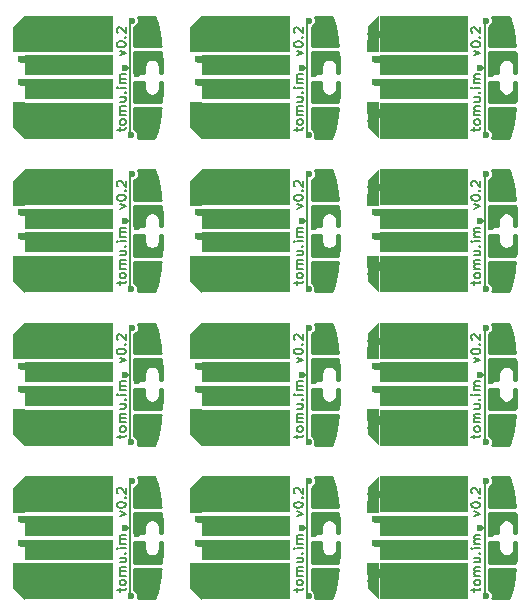
<source format=gtl>
%MOIN*%
%OFA0B0*%
%FSLAX46Y46*%
%IPPOS*%
%LPD*%
%ADD10C,0.0039370078740157488*%
%ADD11C,0.0073818897637795283*%
%ADD12R,0.29527559055118113X0.12303149606299213*%
%ADD13R,0.29527559055118113X0.068897637795275593*%
%ADD14C,0.03937007874015748*%
%ADD15R,0.03937007874015748X0.03937007874015748*%
%ADD16C,0.023622047244094488*%
%ADD17C,0.023622047244094488*%
%ADD18C,0.006000000000000001*%
%ADD19C,0.01*%
%ADD30C,0.0039370078740157488*%
%ADD31C,0.0073818897637795283*%
%ADD32R,0.29527559055118113X0.12303149606299213*%
%ADD33R,0.29527559055118113X0.068897637795275593*%
%ADD34C,0.03937007874015748*%
%ADD35R,0.03937007874015748X0.03937007874015748*%
%ADD36C,0.023622047244094488*%
%ADD37C,0.023622047244094488*%
%ADD38C,0.006000000000000001*%
%ADD39C,0.01*%
%ADD40C,0.0039370078740157488*%
%ADD41C,0.0073818897637795283*%
%ADD42R,0.29527559055118113X0.12303149606299213*%
%ADD43R,0.29527559055118113X0.068897637795275593*%
%ADD44C,0.03937007874015748*%
%ADD45R,0.03937007874015748X0.03937007874015748*%
%ADD46C,0.023622047244094488*%
%ADD47C,0.023622047244094488*%
%ADD48C,0.006000000000000001*%
%ADD49C,0.01*%
%ADD50C,0.0039370078740157488*%
%ADD51C,0.0073818897637795283*%
%ADD52R,0.29527559055118113X0.12303149606299213*%
%ADD53R,0.29527559055118113X0.068897637795275593*%
%ADD54C,0.03937007874015748*%
%ADD55R,0.03937007874015748X0.03937007874015748*%
%ADD56C,0.023622047244094488*%
%ADD57C,0.023622047244094488*%
%ADD58C,0.006000000000000001*%
%ADD59C,0.01*%
%ADD60C,0.0039370078740157488*%
%ADD61C,0.0073818897637795283*%
%ADD62R,0.29527559055118113X0.12303149606299213*%
%ADD63R,0.29527559055118113X0.068897637795275593*%
%ADD64C,0.03937007874015748*%
%ADD65R,0.03937007874015748X0.03937007874015748*%
%ADD66C,0.023622047244094488*%
%ADD67C,0.023622047244094488*%
%ADD68C,0.006000000000000001*%
%ADD69C,0.01*%
%ADD70C,0.0039370078740157488*%
%ADD71C,0.0073818897637795283*%
%ADD72R,0.29527559055118113X0.12303149606299213*%
%ADD73R,0.29527559055118113X0.068897637795275593*%
%ADD74C,0.03937007874015748*%
%ADD75R,0.03937007874015748X0.03937007874015748*%
%ADD76C,0.023622047244094488*%
%ADD77C,0.023622047244094488*%
%ADD78C,0.006000000000000001*%
%ADD79C,0.01*%
%ADD80C,0.0039370078740157488*%
%ADD81C,0.0073818897637795283*%
%ADD82R,0.29527559055118113X0.12303149606299213*%
%ADD83R,0.29527559055118113X0.068897637795275593*%
%ADD84C,0.03937007874015748*%
%ADD85R,0.03937007874015748X0.03937007874015748*%
%ADD86C,0.023622047244094488*%
%ADD87C,0.023622047244094488*%
%ADD88C,0.006000000000000001*%
%ADD89C,0.01*%
%ADD90C,0.0039370078740157488*%
%ADD91C,0.0073818897637795283*%
%ADD92R,0.29527559055118113X0.12303149606299213*%
%ADD93R,0.29527559055118113X0.068897637795275593*%
%ADD94C,0.03937007874015748*%
%ADD95R,0.03937007874015748X0.03937007874015748*%
%ADD96C,0.023622047244094488*%
%ADD97C,0.023622047244094488*%
%ADD98C,0.006000000000000001*%
%ADD99C,0.01*%
%ADD100C,0.0039370078740157488*%
%ADD101C,0.0073818897637795283*%
%ADD102R,0.29527559055118113X0.12303149606299213*%
%ADD103R,0.29527559055118113X0.068897637795275593*%
%ADD104C,0.03937007874015748*%
%ADD105R,0.03937007874015748X0.03937007874015748*%
%ADD106C,0.023622047244094488*%
%ADD107C,0.023622047244094488*%
%ADD108C,0.006000000000000001*%
%ADD109C,0.01*%
%ADD110C,0.0039370078740157488*%
%ADD111C,0.0073818897637795283*%
%ADD112R,0.29527559055118113X0.12303149606299213*%
%ADD113R,0.29527559055118113X0.068897637795275593*%
%ADD114C,0.03937007874015748*%
%ADD115R,0.03937007874015748X0.03937007874015748*%
%ADD116C,0.023622047244094488*%
%ADD117C,0.023622047244094488*%
%ADD118C,0.006000000000000001*%
%ADD119C,0.01*%
%ADD120C,0.0039370078740157488*%
%ADD121C,0.0073818897637795283*%
%ADD122R,0.29527559055118113X0.12303149606299213*%
%ADD123R,0.29527559055118113X0.068897637795275593*%
%ADD124C,0.03937007874015748*%
%ADD125R,0.03937007874015748X0.03937007874015748*%
%ADD126C,0.023622047244094488*%
%ADD127C,0.023622047244094488*%
%ADD128C,0.006000000000000001*%
%ADD129C,0.01*%
%ADD130C,0.0039370078740157488*%
%ADD131C,0.0073818897637795283*%
%ADD132R,0.29527559055118113X0.12303149606299213*%
%ADD133R,0.29527559055118113X0.068897637795275593*%
%ADD134C,0.03937007874015748*%
%ADD135R,0.03937007874015748X0.03937007874015748*%
%ADD136C,0.023622047244094488*%
%ADD137C,0.023622047244094488*%
%ADD138C,0.006000000000000001*%
%ADD139C,0.01*%
G01G01*
D10*
D11*
X0000364932Y0001571371D02*
X0000364932Y0001584119D01*
X0000355089Y0001576151D02*
X0000380399Y0001576151D01*
X0000383211Y0001577745D01*
X0000384617Y0001580932D01*
X0000384617Y0001584119D01*
X0000384617Y0001600055D02*
X0000383211Y0001596867D01*
X0000381805Y0001595274D01*
X0000378993Y0001593680D01*
X0000370556Y0001593680D01*
X0000367744Y0001595274D01*
X0000366338Y0001596867D01*
X0000364932Y0001600055D01*
X0000364932Y0001604835D01*
X0000366338Y0001608022D01*
X0000367744Y0001609616D01*
X0000370556Y0001611209D01*
X0000378993Y0001611209D01*
X0000381805Y0001609616D01*
X0000383211Y0001608022D01*
X0000384617Y0001604835D01*
X0000384617Y0001600055D01*
X0000384617Y0001625551D02*
X0000364932Y0001625551D01*
X0000367744Y0001625551D02*
X0000366338Y0001627145D01*
X0000364932Y0001630332D01*
X0000364932Y0001635113D01*
X0000366338Y0001638300D01*
X0000369150Y0001639893D01*
X0000384617Y0001639893D01*
X0000369150Y0001639893D02*
X0000366338Y0001641487D01*
X0000364932Y0001644674D01*
X0000364932Y0001649455D01*
X0000366338Y0001652642D01*
X0000369150Y0001654235D01*
X0000384617Y0001654235D01*
X0000364932Y0001684513D02*
X0000384617Y0001684513D01*
X0000364932Y0001670171D02*
X0000380399Y0001670171D01*
X0000383211Y0001671764D01*
X0000384617Y0001674951D01*
X0000384617Y0001679732D01*
X0000383211Y0001682919D01*
X0000381805Y0001684513D01*
X0000381805Y0001700448D02*
X0000383211Y0001702042D01*
X0000384617Y0001700448D01*
X0000383211Y0001698855D01*
X0000381805Y0001700448D01*
X0000384617Y0001700448D01*
X0000384617Y0001716384D02*
X0000364932Y0001716384D01*
X0000355089Y0001716384D02*
X0000356496Y0001714790D01*
X0000357902Y0001716384D01*
X0000356496Y0001717977D01*
X0000355089Y0001716384D01*
X0000357902Y0001716384D01*
X0000384617Y0001732319D02*
X0000364932Y0001732319D01*
X0000367744Y0001732319D02*
X0000366338Y0001733913D01*
X0000364932Y0001737100D01*
X0000364932Y0001741881D01*
X0000366338Y0001745068D01*
X0000369150Y0001746661D01*
X0000384617Y0001746661D01*
X0000369150Y0001746661D02*
X0000366338Y0001748255D01*
X0000364932Y0001751442D01*
X0000364932Y0001756223D01*
X0000366338Y0001759410D01*
X0000369150Y0001761003D01*
X0000384617Y0001761003D01*
X0000364932Y0001824745D02*
X0000384617Y0001832713D01*
X0000364932Y0001840681D01*
X0000355089Y0001859803D02*
X0000355089Y0001862990D01*
X0000356496Y0001866178D01*
X0000357902Y0001867771D01*
X0000360714Y0001869365D01*
X0000366338Y0001870958D01*
X0000373368Y0001870958D01*
X0000378993Y0001869365D01*
X0000381805Y0001867771D01*
X0000383211Y0001866178D01*
X0000384617Y0001862990D01*
X0000384617Y0001859803D01*
X0000383211Y0001856616D01*
X0000381805Y0001855023D01*
X0000378993Y0001853429D01*
X0000373368Y0001851836D01*
X0000366338Y0001851836D01*
X0000360714Y0001853429D01*
X0000357902Y0001855023D01*
X0000356496Y0001856616D01*
X0000355089Y0001859803D01*
X0000381805Y0001885300D02*
X0000383211Y0001886894D01*
X0000384617Y0001885300D01*
X0000383211Y0001883707D01*
X0000381805Y0001885300D01*
X0000384617Y0001885300D01*
X0000357902Y0001899642D02*
X0000356496Y0001901236D01*
X0000355089Y0001904423D01*
X0000355089Y0001912391D01*
X0000356496Y0001915578D01*
X0000357902Y0001917171D01*
X0000360714Y0001918765D01*
X0000363526Y0001918765D01*
X0000367744Y0001917171D01*
X0000384617Y0001898049D01*
X0000384617Y0001918765D01*
D12*
X0000196850Y0001606791D03*
X0000196850Y0001897145D03*
D13*
X0000196850Y0001712598D03*
X0000196850Y0001791338D03*
D14*
X0000029527Y0001606791D03*
D10*
G36*
X0000049212Y0001668307D02*
X0000049212Y0001545275D01*
X0000009842Y0001584645D01*
X0000009842Y0001628937D01*
X0000049212Y0001668307D01*
X0000049212Y0001668307D01*
G37*
D14*
X0000029527Y0001896653D03*
D10*
G36*
X0000049212Y0001958169D02*
X0000049212Y0001835137D01*
X0000009842Y0001874507D01*
X0000009842Y0001918799D01*
X0000049212Y0001958169D01*
X0000049212Y0001958169D01*
G37*
D15*
X0000029527Y0001648622D03*
X0000029527Y0001855314D03*
D16*
X0000294881Y0001938188D03*
X0000029527Y0001850393D03*
X0000403937Y0001558661D03*
X0000405511Y0001940551D03*
X0000383464Y0001783858D03*
X0000029527Y0001653543D03*
X0000035433Y0001813976D03*
X0000035433Y0001735236D03*
X0000422440Y0001762992D03*
X0000452755Y0001819291D03*
X0000444881Y0001633858D03*
X0000444881Y0001872047D03*
X0000452755Y0001683858D03*
D17*
X0000196850Y0001897145D02*
X0000253838Y0001897145D01*
X0000253838Y0001897145D02*
X0000294881Y0001938188D01*
X0000029527Y0001896653D02*
X0000196358Y0001896653D01*
X0000196358Y0001896653D02*
X0000196850Y0001897145D01*
X0000029527Y0001850393D02*
X0000029527Y0001896653D01*
X0000029527Y0001896653D02*
X0000029527Y0001896653D01*
D18*
X0000030019Y0001897145D02*
X0000029527Y0001896653D01*
X0000400000Y0001784645D02*
X0000400000Y0001935039D01*
X0000400000Y0001935039D02*
X0000405511Y0001940551D01*
X0000400000Y0001562598D02*
X0000400000Y0001784645D01*
X0000399212Y0001783858D02*
X0000400000Y0001784645D01*
X0000383464Y0001783858D02*
X0000399212Y0001783858D01*
X0000403937Y0001558661D02*
X0000400000Y0001562598D01*
D17*
X0000029527Y0001606791D02*
X0000029527Y0001653543D01*
X0000029527Y0001653543D02*
X0000076279Y0001606791D01*
X0000076279Y0001606791D02*
X0000196850Y0001606791D01*
X0000035433Y0001813976D02*
X0000174212Y0001813976D01*
X0000174212Y0001813976D02*
X0000196850Y0001791338D01*
X0000035433Y0001735236D02*
X0000174212Y0001735236D01*
X0000174212Y0001735236D02*
X0000196850Y0001712598D01*
X0000052136Y0001735236D02*
X0000035433Y0001735236D01*
X0000082888Y0001732283D02*
X0000079936Y0001735236D01*
X0000079936Y0001735236D02*
X0000052136Y0001735236D01*
D18*
X0000422440Y0001762992D02*
X0000422440Y0001797440D01*
X0000422440Y0001797440D02*
X0000444291Y0001819291D01*
X0000444291Y0001819291D02*
X0000452755Y0001819291D01*
D19*
G36*
X0000480564Y0001952948D02*
X0000481057Y0001951714D01*
X0000481845Y0001949745D01*
X0000482107Y0001949342D01*
X0000482270Y0001948889D01*
X0000483113Y0001947484D01*
X0000483692Y0001945745D01*
X0000486013Y0001938782D01*
X0000487553Y0001933395D01*
X0000487664Y0001933178D01*
X0000487703Y0001932938D01*
X0000488800Y0001930014D01*
X0000489494Y0001927585D01*
X0000490257Y0001924532D01*
X0000490947Y0001921773D01*
X0000491296Y0001918630D01*
X0000491395Y0001918319D01*
X0000491402Y0001917993D01*
X0000492189Y0001914449D01*
X0000492222Y0001914376D01*
X0000492225Y0001914296D01*
X0000492978Y0001911284D01*
X0000493738Y0001907487D01*
X0000493763Y0001907427D01*
X0000493764Y0001907363D01*
X0000494474Y0001904167D01*
X0000494832Y0001900585D01*
X0000494919Y0001900302D01*
X0000494919Y0001900007D01*
X0000495706Y0001896070D01*
X0000495706Y0001896070D01*
X0000496436Y0001892420D01*
X0000496801Y0001888774D01*
X0000496872Y0001888542D01*
X0000496868Y0001888299D01*
X0000497612Y0001884205D01*
X0000497982Y0001880506D01*
X0000498053Y0001880274D01*
X0000498049Y0001880031D01*
X0000498788Y0001875964D01*
X0000499156Y0001871920D01*
X0000499548Y0001867219D01*
X0000499628Y0001866938D01*
X0000499624Y0001866646D01*
X0000500359Y0001862600D01*
X0000500729Y0001858164D01*
X0000500960Y0001855393D01*
X0000414000Y0001855393D01*
X0000414000Y0001919376D01*
X0000418416Y0001921201D01*
X0000424838Y0001927612D01*
X0000428318Y0001935993D01*
X0000428326Y0001945068D01*
X0000424861Y0001953455D01*
X0000424655Y0001953661D01*
X0000480029Y0001953661D01*
X0000480564Y0001952948D01*
X0000480564Y0001952948D01*
G37*
X0000480564Y0001952948D02*
X0000481057Y0001951714D01*
X0000481845Y0001949745D01*
X0000482107Y0001949342D01*
X0000482270Y0001948889D01*
X0000483113Y0001947484D01*
X0000483692Y0001945745D01*
X0000486013Y0001938782D01*
X0000487553Y0001933395D01*
X0000487664Y0001933178D01*
X0000487703Y0001932938D01*
X0000488800Y0001930014D01*
X0000489494Y0001927585D01*
X0000490257Y0001924532D01*
X0000490947Y0001921773D01*
X0000491296Y0001918630D01*
X0000491395Y0001918319D01*
X0000491402Y0001917993D01*
X0000492189Y0001914449D01*
X0000492222Y0001914376D01*
X0000492225Y0001914296D01*
X0000492978Y0001911284D01*
X0000493738Y0001907487D01*
X0000493763Y0001907427D01*
X0000493764Y0001907363D01*
X0000494474Y0001904167D01*
X0000494832Y0001900585D01*
X0000494919Y0001900302D01*
X0000494919Y0001900007D01*
X0000495706Y0001896070D01*
X0000495706Y0001896070D01*
X0000496436Y0001892420D01*
X0000496801Y0001888774D01*
X0000496872Y0001888542D01*
X0000496868Y0001888299D01*
X0000497612Y0001884205D01*
X0000497982Y0001880506D01*
X0000498053Y0001880274D01*
X0000498049Y0001880031D01*
X0000498788Y0001875964D01*
X0000499156Y0001871920D01*
X0000499548Y0001867219D01*
X0000499628Y0001866938D01*
X0000499624Y0001866646D01*
X0000500359Y0001862600D01*
X0000500729Y0001858164D01*
X0000500960Y0001855393D01*
X0000414000Y0001855393D01*
X0000414000Y0001919376D01*
X0000418416Y0001921201D01*
X0000424838Y0001927612D01*
X0000428318Y0001935993D01*
X0000428326Y0001945068D01*
X0000424861Y0001953455D01*
X0000424655Y0001953661D01*
X0000480029Y0001953661D01*
X0000480564Y0001952948D01*
G36*
X0000502694Y0001834186D02*
X0000502700Y0001834168D01*
X0000502697Y0001834148D01*
X0000503090Y0001829441D01*
X0000503482Y0001824344D01*
X0000503487Y0001824325D01*
X0000503485Y0001824306D01*
X0000503877Y0001819598D01*
X0000504251Y0001814730D01*
X0000504251Y0001809842D01*
X0000504297Y0001809614D01*
X0000504269Y0001809383D01*
X0000505039Y0001799376D01*
X0000505039Y0001794094D01*
X0000505084Y0001793866D01*
X0000505057Y0001793635D01*
X0000505433Y0001788746D01*
X0000505433Y0001778346D01*
X0000505478Y0001778118D01*
X0000505450Y0001777887D01*
X0000505826Y0001772998D01*
X0000505826Y0001766811D01*
X0000499188Y0001766811D01*
X0000499188Y0001786612D01*
X0000497152Y0001796848D01*
X0000491354Y0001805526D01*
X0000482676Y0001811324D01*
X0000472440Y0001813360D01*
X0000462204Y0001811324D01*
X0000453527Y0001805526D01*
X0000447728Y0001796848D01*
X0000445692Y0001786612D01*
X0000445692Y0001766811D01*
X0000414000Y0001766811D01*
X0000414000Y0001835551D01*
X0000502589Y0001835551D01*
X0000502694Y0001834186D01*
X0000502694Y0001834186D01*
G37*
X0000502694Y0001834186D02*
X0000502700Y0001834168D01*
X0000502697Y0001834148D01*
X0000503090Y0001829441D01*
X0000503482Y0001824344D01*
X0000503487Y0001824325D01*
X0000503485Y0001824306D01*
X0000503877Y0001819598D01*
X0000504251Y0001814730D01*
X0000504251Y0001809842D01*
X0000504297Y0001809614D01*
X0000504269Y0001809383D01*
X0000505039Y0001799376D01*
X0000505039Y0001794094D01*
X0000505084Y0001793866D01*
X0000505057Y0001793635D01*
X0000505433Y0001788746D01*
X0000505433Y0001778346D01*
X0000505478Y0001778118D01*
X0000505450Y0001777887D01*
X0000505826Y0001772998D01*
X0000505826Y0001766811D01*
X0000499188Y0001766811D01*
X0000499188Y0001786612D01*
X0000497152Y0001796848D01*
X0000491354Y0001805526D01*
X0000482676Y0001811324D01*
X0000472440Y0001813360D01*
X0000462204Y0001811324D01*
X0000453527Y0001805526D01*
X0000447728Y0001796848D01*
X0000445692Y0001786612D01*
X0000445692Y0001766811D01*
X0000414000Y0001766811D01*
X0000414000Y0001835551D01*
X0000502589Y0001835551D01*
X0000502694Y0001834186D01*
G36*
X0000500729Y0001645772D02*
X0000500359Y0001641336D01*
X0000499624Y0001637290D01*
X0000499628Y0001636998D01*
X0000499548Y0001636717D01*
X0000499156Y0001632016D01*
X0000498788Y0001627972D01*
X0000498049Y0001623905D01*
X0000498053Y0001623662D01*
X0000497982Y0001623430D01*
X0000497612Y0001619731D01*
X0000496868Y0001615637D01*
X0000496872Y0001615394D01*
X0000496801Y0001615162D01*
X0000496436Y0001611516D01*
X0000495706Y0001607866D01*
X0000495706Y0001607866D01*
X0000494919Y0001603929D01*
X0000494919Y0001603634D01*
X0000494832Y0001603351D01*
X0000494474Y0001599769D01*
X0000493764Y0001596573D01*
X0000493763Y0001596509D01*
X0000493738Y0001596449D01*
X0000492978Y0001592652D01*
X0000492225Y0001589640D01*
X0000492222Y0001589560D01*
X0000492189Y0001589487D01*
X0000491402Y0001585943D01*
X0000491395Y0001585617D01*
X0000491296Y0001585306D01*
X0000490947Y0001582163D01*
X0000490257Y0001579404D01*
X0000489494Y0001576351D01*
X0000488800Y0001573922D01*
X0000487703Y0001570998D01*
X0000487664Y0001570758D01*
X0000487553Y0001570541D01*
X0000486013Y0001565154D01*
X0000483692Y0001558191D01*
X0000483113Y0001556452D01*
X0000482270Y0001555047D01*
X0000482107Y0001554594D01*
X0000481845Y0001554191D01*
X0000481057Y0001552222D01*
X0000481057Y0001552222D01*
X0000480564Y0001550988D01*
X0000480029Y0001550275D01*
X0000425154Y0001550275D01*
X0000426744Y0001554104D01*
X0000426751Y0001563178D01*
X0000423286Y0001571565D01*
X0000416875Y0001577988D01*
X0000414000Y0001579182D01*
X0000414000Y0001648543D01*
X0000500960Y0001648543D01*
X0000500729Y0001645772D01*
X0000500729Y0001645772D01*
G37*
X0000500729Y0001645772D02*
X0000500359Y0001641336D01*
X0000499624Y0001637290D01*
X0000499628Y0001636998D01*
X0000499548Y0001636717D01*
X0000499156Y0001632016D01*
X0000498788Y0001627972D01*
X0000498049Y0001623905D01*
X0000498053Y0001623662D01*
X0000497982Y0001623430D01*
X0000497612Y0001619731D01*
X0000496868Y0001615637D01*
X0000496872Y0001615394D01*
X0000496801Y0001615162D01*
X0000496436Y0001611516D01*
X0000495706Y0001607866D01*
X0000495706Y0001607866D01*
X0000494919Y0001603929D01*
X0000494919Y0001603634D01*
X0000494832Y0001603351D01*
X0000494474Y0001599769D01*
X0000493764Y0001596573D01*
X0000493763Y0001596509D01*
X0000493738Y0001596449D01*
X0000492978Y0001592652D01*
X0000492225Y0001589640D01*
X0000492222Y0001589560D01*
X0000492189Y0001589487D01*
X0000491402Y0001585943D01*
X0000491395Y0001585617D01*
X0000491296Y0001585306D01*
X0000490947Y0001582163D01*
X0000490257Y0001579404D01*
X0000489494Y0001576351D01*
X0000488800Y0001573922D01*
X0000487703Y0001570998D01*
X0000487664Y0001570758D01*
X0000487553Y0001570541D01*
X0000486013Y0001565154D01*
X0000483692Y0001558191D01*
X0000483113Y0001556452D01*
X0000482270Y0001555047D01*
X0000482107Y0001554594D01*
X0000481845Y0001554191D01*
X0000481057Y0001552222D01*
X0000481057Y0001552222D01*
X0000480564Y0001550988D01*
X0000480029Y0001550275D01*
X0000425154Y0001550275D01*
X0000426744Y0001554104D01*
X0000426751Y0001563178D01*
X0000423286Y0001571565D01*
X0000416875Y0001577988D01*
X0000414000Y0001579182D01*
X0000414000Y0001648543D01*
X0000500960Y0001648543D01*
X0000500729Y0001645772D01*
G36*
X0000445692Y0001717324D02*
X0000447728Y0001707088D01*
X0000453527Y0001698410D01*
X0000462204Y0001692612D01*
X0000472440Y0001690576D01*
X0000482676Y0001692612D01*
X0000491354Y0001698410D01*
X0000497152Y0001707088D01*
X0000499188Y0001717324D01*
X0000499188Y0001737125D01*
X0000505826Y0001737125D01*
X0000505826Y0001730938D01*
X0000505450Y0001726049D01*
X0000505478Y0001725818D01*
X0000505433Y0001725590D01*
X0000505433Y0001715190D01*
X0000505057Y0001710301D01*
X0000505084Y0001710070D01*
X0000505039Y0001709842D01*
X0000505039Y0001704560D01*
X0000504269Y0001694553D01*
X0000504297Y0001694322D01*
X0000504251Y0001694094D01*
X0000504251Y0001689206D01*
X0000503877Y0001684338D01*
X0000503485Y0001679630D01*
X0000503487Y0001679611D01*
X0000503482Y0001679592D01*
X0000503090Y0001674495D01*
X0000502697Y0001669788D01*
X0000502700Y0001669768D01*
X0000502694Y0001669750D01*
X0000502589Y0001668385D01*
X0000414000Y0001668385D01*
X0000414000Y0001737125D01*
X0000445692Y0001737125D01*
X0000445692Y0001717324D01*
X0000445692Y0001717324D01*
G37*
X0000445692Y0001717324D02*
X0000447728Y0001707088D01*
X0000453527Y0001698410D01*
X0000462204Y0001692612D01*
X0000472440Y0001690576D01*
X0000482676Y0001692612D01*
X0000491354Y0001698410D01*
X0000497152Y0001707088D01*
X0000499188Y0001717324D01*
X0000499188Y0001737125D01*
X0000505826Y0001737125D01*
X0000505826Y0001730938D01*
X0000505450Y0001726049D01*
X0000505478Y0001725818D01*
X0000505433Y0001725590D01*
X0000505433Y0001715190D01*
X0000505057Y0001710301D01*
X0000505084Y0001710070D01*
X0000505039Y0001709842D01*
X0000505039Y0001704560D01*
X0000504269Y0001694553D01*
X0000504297Y0001694322D01*
X0000504251Y0001694094D01*
X0000504251Y0001689206D01*
X0000503877Y0001684338D01*
X0000503485Y0001679630D01*
X0000503487Y0001679611D01*
X0000503482Y0001679592D01*
X0000503090Y0001674495D01*
X0000502697Y0001669788D01*
X0000502700Y0001669768D01*
X0000502694Y0001669750D01*
X0000502589Y0001668385D01*
X0000414000Y0001668385D01*
X0000414000Y0001737125D01*
X0000445692Y0001737125D01*
X0000445692Y0001717324D01*
G04 next file*
G04 #@! TF.GenerationSoftware,KiCad,Pcbnew,(2017-01-20 revision 550a1ea)-makepkg*
G04 #@! TF.CreationDate,2017-01-30T22:44:56+01:00*
G04 #@! TF.ProjectId,tomu,746F6D752E6B696361645F7063620000,rev?*
G04 #@! TF.FileFunction,Copper,L1,Top,Signal*
G04 #@! TF.FilePolarity,Positive*
G04 Gerber Fmt 4.6, Leading zero omitted, Abs format (unit mm)*
G04 Created by KiCad (PCBNEW (2017-01-20 revision 550a1ea)-makepkg) date 01/30/17 22:44:56*
G01G01*
G04 APERTURE LIST*
G04 APERTURE END LIST*
D30*
D31*
X0000955483Y0001571371D02*
X0000955483Y0001584119D01*
X0000945641Y0001576151D02*
X0000970950Y0001576151D01*
X0000973762Y0001577745D01*
X0000975168Y0001580932D01*
X0000975168Y0001584119D01*
X0000975168Y0001600055D02*
X0000973762Y0001596867D01*
X0000972356Y0001595274D01*
X0000969544Y0001593680D01*
X0000961107Y0001593680D01*
X0000958295Y0001595274D01*
X0000956889Y0001596867D01*
X0000955483Y0001600055D01*
X0000955483Y0001604835D01*
X0000956889Y0001608022D01*
X0000958295Y0001609616D01*
X0000961107Y0001611209D01*
X0000969544Y0001611209D01*
X0000972356Y0001609616D01*
X0000973762Y0001608022D01*
X0000975168Y0001604835D01*
X0000975168Y0001600055D01*
X0000975168Y0001625551D02*
X0000955483Y0001625551D01*
X0000958295Y0001625551D02*
X0000956889Y0001627145D01*
X0000955483Y0001630332D01*
X0000955483Y0001635113D01*
X0000956889Y0001638300D01*
X0000959701Y0001639893D01*
X0000975168Y0001639893D01*
X0000959701Y0001639893D02*
X0000956889Y0001641487D01*
X0000955483Y0001644674D01*
X0000955483Y0001649455D01*
X0000956889Y0001652642D01*
X0000959701Y0001654235D01*
X0000975168Y0001654235D01*
X0000955483Y0001684513D02*
X0000975168Y0001684513D01*
X0000955483Y0001670171D02*
X0000970950Y0001670171D01*
X0000973762Y0001671764D01*
X0000975168Y0001674951D01*
X0000975168Y0001679732D01*
X0000973762Y0001682919D01*
X0000972356Y0001684513D01*
X0000972356Y0001700448D02*
X0000973762Y0001702042D01*
X0000975168Y0001700448D01*
X0000973762Y0001698855D01*
X0000972356Y0001700448D01*
X0000975168Y0001700448D01*
X0000975168Y0001716384D02*
X0000955483Y0001716384D01*
X0000945641Y0001716384D02*
X0000947047Y0001714790D01*
X0000948453Y0001716384D01*
X0000947047Y0001717977D01*
X0000945641Y0001716384D01*
X0000948453Y0001716384D01*
X0000975168Y0001732319D02*
X0000955483Y0001732319D01*
X0000958295Y0001732319D02*
X0000956889Y0001733913D01*
X0000955483Y0001737100D01*
X0000955483Y0001741881D01*
X0000956889Y0001745068D01*
X0000959701Y0001746661D01*
X0000975168Y0001746661D01*
X0000959701Y0001746661D02*
X0000956889Y0001748255D01*
X0000955483Y0001751442D01*
X0000955483Y0001756223D01*
X0000956889Y0001759410D01*
X0000959701Y0001761003D01*
X0000975168Y0001761003D01*
X0000955483Y0001824745D02*
X0000975168Y0001832713D01*
X0000955483Y0001840681D01*
X0000945641Y0001859803D02*
X0000945641Y0001862990D01*
X0000947047Y0001866178D01*
X0000948453Y0001867771D01*
X0000951265Y0001869365D01*
X0000956889Y0001870958D01*
X0000963920Y0001870958D01*
X0000969544Y0001869365D01*
X0000972356Y0001867771D01*
X0000973762Y0001866178D01*
X0000975168Y0001862990D01*
X0000975168Y0001859803D01*
X0000973762Y0001856616D01*
X0000972356Y0001855023D01*
X0000969544Y0001853429D01*
X0000963920Y0001851836D01*
X0000956889Y0001851836D01*
X0000951265Y0001853429D01*
X0000948453Y0001855023D01*
X0000947047Y0001856616D01*
X0000945641Y0001859803D01*
X0000972356Y0001885300D02*
X0000973762Y0001886894D01*
X0000975168Y0001885300D01*
X0000973762Y0001883707D01*
X0000972356Y0001885300D01*
X0000975168Y0001885300D01*
X0000948453Y0001899642D02*
X0000947047Y0001901236D01*
X0000945641Y0001904423D01*
X0000945641Y0001912391D01*
X0000947047Y0001915578D01*
X0000948453Y0001917171D01*
X0000951265Y0001918765D01*
X0000954077Y0001918765D01*
X0000958295Y0001917171D01*
X0000975168Y0001898049D01*
X0000975168Y0001918765D01*
D32*
X0000787401Y0001606791D03*
X0000787401Y0001897145D03*
D33*
X0000787401Y0001712598D03*
X0000787401Y0001791338D03*
D34*
X0000620078Y0001606791D03*
D30*
G36*
X0000639763Y0001668307D02*
X0000639763Y0001545275D01*
X0000600393Y0001584645D01*
X0000600393Y0001628937D01*
X0000639763Y0001668307D01*
X0000639763Y0001668307D01*
G37*
D34*
X0000620078Y0001896653D03*
D30*
G36*
X0000639763Y0001958169D02*
X0000639763Y0001835137D01*
X0000600393Y0001874507D01*
X0000600393Y0001918799D01*
X0000639763Y0001958169D01*
X0000639763Y0001958169D01*
G37*
D35*
X0000620078Y0001648622D03*
X0000620078Y0001855314D03*
D36*
X0000885433Y0001938188D03*
X0000620079Y0001850393D03*
X0000994488Y0001558661D03*
X0000996062Y0001940551D03*
X0000974015Y0001783858D03*
X0000620078Y0001653543D03*
X0000625984Y0001813976D03*
X0000625984Y0001735236D03*
X0001012992Y0001762992D03*
X0001043307Y0001819291D03*
X0001035433Y0001633858D03*
X0001035433Y0001872047D03*
X0001043307Y0001683858D03*
D37*
X0000787401Y0001897145D02*
X0000844389Y0001897145D01*
X0000844389Y0001897145D02*
X0000885433Y0001938188D01*
X0000620078Y0001896653D02*
X0000786909Y0001896653D01*
X0000786909Y0001896653D02*
X0000787401Y0001897145D01*
X0000620079Y0001850393D02*
X0000620079Y0001896653D01*
X0000620079Y0001896653D02*
X0000620078Y0001896653D01*
D38*
X0000620570Y0001897145D02*
X0000620078Y0001896653D01*
X0000990551Y0001784645D02*
X0000990551Y0001935039D01*
X0000990551Y0001935039D02*
X0000996062Y0001940551D01*
X0000990551Y0001562598D02*
X0000990551Y0001784645D01*
X0000989763Y0001783858D02*
X0000990551Y0001784645D01*
X0000974015Y0001783858D02*
X0000989763Y0001783858D01*
X0000994488Y0001558661D02*
X0000990551Y0001562598D01*
D37*
X0000620078Y0001606791D02*
X0000620078Y0001653543D01*
X0000620078Y0001653543D02*
X0000666830Y0001606791D01*
X0000666830Y0001606791D02*
X0000787401Y0001606791D01*
X0000625984Y0001813976D02*
X0000764763Y0001813976D01*
X0000764763Y0001813976D02*
X0000787401Y0001791338D01*
X0000625984Y0001735236D02*
X0000764763Y0001735236D01*
X0000764763Y0001735236D02*
X0000787401Y0001712598D01*
X0000642687Y0001735236D02*
X0000625984Y0001735236D01*
X0000673440Y0001732283D02*
X0000670487Y0001735236D01*
X0000670487Y0001735236D02*
X0000642687Y0001735236D01*
D38*
X0001012992Y0001762992D02*
X0001012992Y0001797440D01*
X0001012992Y0001797440D02*
X0001034842Y0001819291D01*
X0001034842Y0001819291D02*
X0001043307Y0001819291D01*
D39*
G36*
X0001071115Y0001952948D02*
X0001071609Y0001951714D01*
X0001072396Y0001949745D01*
X0001072658Y0001949342D01*
X0001072821Y0001948889D01*
X0001073664Y0001947484D01*
X0001074244Y0001945745D01*
X0001076565Y0001938782D01*
X0001078104Y0001933395D01*
X0001078215Y0001933178D01*
X0001078255Y0001932938D01*
X0001079351Y0001930014D01*
X0001080045Y0001927585D01*
X0001080808Y0001924532D01*
X0001081498Y0001921773D01*
X0001081847Y0001918630D01*
X0001081946Y0001918319D01*
X0001081953Y0001917993D01*
X0001082740Y0001914449D01*
X0001082773Y0001914376D01*
X0001082777Y0001914296D01*
X0001083530Y0001911284D01*
X0001084289Y0001907487D01*
X0001084314Y0001907427D01*
X0001084315Y0001907363D01*
X0001085025Y0001904167D01*
X0001085384Y0001900585D01*
X0001085470Y0001900302D01*
X0001085470Y0001900007D01*
X0001086257Y0001896070D01*
X0001086257Y0001896070D01*
X0001086987Y0001892420D01*
X0001087352Y0001888774D01*
X0001087423Y0001888542D01*
X0001087419Y0001888299D01*
X0001088163Y0001884205D01*
X0001088533Y0001880506D01*
X0001088604Y0001880274D01*
X0001088600Y0001880031D01*
X0001089340Y0001875964D01*
X0001089707Y0001871920D01*
X0001090099Y0001867219D01*
X0001090180Y0001866938D01*
X0001090175Y0001866646D01*
X0001090910Y0001862600D01*
X0001091280Y0001858164D01*
X0001091511Y0001855393D01*
X0001004551Y0001855393D01*
X0001004551Y0001919376D01*
X0001008967Y0001921201D01*
X0001015389Y0001927612D01*
X0001018870Y0001935993D01*
X0001018877Y0001945068D01*
X0001015412Y0001953455D01*
X0001015207Y0001953661D01*
X0001070580Y0001953661D01*
X0001071115Y0001952948D01*
X0001071115Y0001952948D01*
G37*
X0001071115Y0001952948D02*
X0001071609Y0001951714D01*
X0001072396Y0001949745D01*
X0001072658Y0001949342D01*
X0001072821Y0001948889D01*
X0001073664Y0001947484D01*
X0001074244Y0001945745D01*
X0001076565Y0001938782D01*
X0001078104Y0001933395D01*
X0001078215Y0001933178D01*
X0001078255Y0001932938D01*
X0001079351Y0001930014D01*
X0001080045Y0001927585D01*
X0001080808Y0001924532D01*
X0001081498Y0001921773D01*
X0001081847Y0001918630D01*
X0001081946Y0001918319D01*
X0001081953Y0001917993D01*
X0001082740Y0001914449D01*
X0001082773Y0001914376D01*
X0001082777Y0001914296D01*
X0001083530Y0001911284D01*
X0001084289Y0001907487D01*
X0001084314Y0001907427D01*
X0001084315Y0001907363D01*
X0001085025Y0001904167D01*
X0001085384Y0001900585D01*
X0001085470Y0001900302D01*
X0001085470Y0001900007D01*
X0001086257Y0001896070D01*
X0001086257Y0001896070D01*
X0001086987Y0001892420D01*
X0001087352Y0001888774D01*
X0001087423Y0001888542D01*
X0001087419Y0001888299D01*
X0001088163Y0001884205D01*
X0001088533Y0001880506D01*
X0001088604Y0001880274D01*
X0001088600Y0001880031D01*
X0001089340Y0001875964D01*
X0001089707Y0001871920D01*
X0001090099Y0001867219D01*
X0001090180Y0001866938D01*
X0001090175Y0001866646D01*
X0001090910Y0001862600D01*
X0001091280Y0001858164D01*
X0001091511Y0001855393D01*
X0001004551Y0001855393D01*
X0001004551Y0001919376D01*
X0001008967Y0001921201D01*
X0001015389Y0001927612D01*
X0001018870Y0001935993D01*
X0001018877Y0001945068D01*
X0001015412Y0001953455D01*
X0001015207Y0001953661D01*
X0001070580Y0001953661D01*
X0001071115Y0001952948D01*
G36*
X0001093245Y0001834186D02*
X0001093251Y0001834168D01*
X0001093249Y0001834148D01*
X0001093641Y0001829441D01*
X0001094033Y0001824344D01*
X0001094038Y0001824325D01*
X0001094036Y0001824306D01*
X0001094428Y0001819598D01*
X0001094803Y0001814730D01*
X0001094803Y0001809842D01*
X0001094848Y0001809614D01*
X0001094820Y0001809383D01*
X0001095590Y0001799376D01*
X0001095590Y0001794094D01*
X0001095635Y0001793866D01*
X0001095608Y0001793635D01*
X0001095984Y0001788746D01*
X0001095984Y0001778346D01*
X0001096029Y0001778118D01*
X0001096001Y0001777887D01*
X0001096377Y0001772998D01*
X0001096377Y0001766811D01*
X0001089740Y0001766811D01*
X0001089740Y0001786612D01*
X0001087704Y0001796848D01*
X0001081905Y0001805526D01*
X0001073228Y0001811324D01*
X0001062992Y0001813360D01*
X0001052756Y0001811324D01*
X0001044078Y0001805526D01*
X0001038280Y0001796848D01*
X0001036244Y0001786612D01*
X0001036244Y0001766811D01*
X0001004551Y0001766811D01*
X0001004551Y0001835551D01*
X0001093141Y0001835551D01*
X0001093245Y0001834186D01*
X0001093245Y0001834186D01*
G37*
X0001093245Y0001834186D02*
X0001093251Y0001834168D01*
X0001093249Y0001834148D01*
X0001093641Y0001829441D01*
X0001094033Y0001824344D01*
X0001094038Y0001824325D01*
X0001094036Y0001824306D01*
X0001094428Y0001819598D01*
X0001094803Y0001814730D01*
X0001094803Y0001809842D01*
X0001094848Y0001809614D01*
X0001094820Y0001809383D01*
X0001095590Y0001799376D01*
X0001095590Y0001794094D01*
X0001095635Y0001793866D01*
X0001095608Y0001793635D01*
X0001095984Y0001788746D01*
X0001095984Y0001778346D01*
X0001096029Y0001778118D01*
X0001096001Y0001777887D01*
X0001096377Y0001772998D01*
X0001096377Y0001766811D01*
X0001089740Y0001766811D01*
X0001089740Y0001786612D01*
X0001087704Y0001796848D01*
X0001081905Y0001805526D01*
X0001073228Y0001811324D01*
X0001062992Y0001813360D01*
X0001052756Y0001811324D01*
X0001044078Y0001805526D01*
X0001038280Y0001796848D01*
X0001036244Y0001786612D01*
X0001036244Y0001766811D01*
X0001004551Y0001766811D01*
X0001004551Y0001835551D01*
X0001093141Y0001835551D01*
X0001093245Y0001834186D01*
G36*
X0001091280Y0001645772D02*
X0001090910Y0001641336D01*
X0001090175Y0001637290D01*
X0001090180Y0001636998D01*
X0001090099Y0001636717D01*
X0001089707Y0001632016D01*
X0001089340Y0001627972D01*
X0001088600Y0001623905D01*
X0001088604Y0001623662D01*
X0001088533Y0001623430D01*
X0001088163Y0001619731D01*
X0001087419Y0001615637D01*
X0001087423Y0001615394D01*
X0001087352Y0001615162D01*
X0001086987Y0001611516D01*
X0001086257Y0001607866D01*
X0001086257Y0001607866D01*
X0001085470Y0001603929D01*
X0001085470Y0001603634D01*
X0001085384Y0001603351D01*
X0001085025Y0001599769D01*
X0001084315Y0001596573D01*
X0001084314Y0001596509D01*
X0001084289Y0001596449D01*
X0001083530Y0001592652D01*
X0001082777Y0001589640D01*
X0001082773Y0001589560D01*
X0001082740Y0001589487D01*
X0001081953Y0001585943D01*
X0001081946Y0001585617D01*
X0001081847Y0001585306D01*
X0001081498Y0001582163D01*
X0001080808Y0001579404D01*
X0001080045Y0001576351D01*
X0001079351Y0001573922D01*
X0001078255Y0001570998D01*
X0001078215Y0001570758D01*
X0001078104Y0001570541D01*
X0001076565Y0001565154D01*
X0001074244Y0001558191D01*
X0001073664Y0001556452D01*
X0001072821Y0001555047D01*
X0001072658Y0001554594D01*
X0001072396Y0001554191D01*
X0001071609Y0001552222D01*
X0001071609Y0001552222D01*
X0001071115Y0001550988D01*
X0001070580Y0001550275D01*
X0001015705Y0001550275D01*
X0001017295Y0001554104D01*
X0001017303Y0001563178D01*
X0001013837Y0001571565D01*
X0001007426Y0001577988D01*
X0001004551Y0001579182D01*
X0001004551Y0001648543D01*
X0001091511Y0001648543D01*
X0001091280Y0001645772D01*
X0001091280Y0001645772D01*
G37*
X0001091280Y0001645772D02*
X0001090910Y0001641336D01*
X0001090175Y0001637290D01*
X0001090180Y0001636998D01*
X0001090099Y0001636717D01*
X0001089707Y0001632016D01*
X0001089340Y0001627972D01*
X0001088600Y0001623905D01*
X0001088604Y0001623662D01*
X0001088533Y0001623430D01*
X0001088163Y0001619731D01*
X0001087419Y0001615637D01*
X0001087423Y0001615394D01*
X0001087352Y0001615162D01*
X0001086987Y0001611516D01*
X0001086257Y0001607866D01*
X0001086257Y0001607866D01*
X0001085470Y0001603929D01*
X0001085470Y0001603634D01*
X0001085384Y0001603351D01*
X0001085025Y0001599769D01*
X0001084315Y0001596573D01*
X0001084314Y0001596509D01*
X0001084289Y0001596449D01*
X0001083530Y0001592652D01*
X0001082777Y0001589640D01*
X0001082773Y0001589560D01*
X0001082740Y0001589487D01*
X0001081953Y0001585943D01*
X0001081946Y0001585617D01*
X0001081847Y0001585306D01*
X0001081498Y0001582163D01*
X0001080808Y0001579404D01*
X0001080045Y0001576351D01*
X0001079351Y0001573922D01*
X0001078255Y0001570998D01*
X0001078215Y0001570758D01*
X0001078104Y0001570541D01*
X0001076565Y0001565154D01*
X0001074244Y0001558191D01*
X0001073664Y0001556452D01*
X0001072821Y0001555047D01*
X0001072658Y0001554594D01*
X0001072396Y0001554191D01*
X0001071609Y0001552222D01*
X0001071609Y0001552222D01*
X0001071115Y0001550988D01*
X0001070580Y0001550275D01*
X0001015705Y0001550275D01*
X0001017295Y0001554104D01*
X0001017303Y0001563178D01*
X0001013837Y0001571565D01*
X0001007426Y0001577988D01*
X0001004551Y0001579182D01*
X0001004551Y0001648543D01*
X0001091511Y0001648543D01*
X0001091280Y0001645772D01*
G36*
X0001036244Y0001717324D02*
X0001038280Y0001707088D01*
X0001044078Y0001698410D01*
X0001052756Y0001692612D01*
X0001062992Y0001690576D01*
X0001073228Y0001692612D01*
X0001081905Y0001698410D01*
X0001087704Y0001707088D01*
X0001089740Y0001717324D01*
X0001089740Y0001737125D01*
X0001096377Y0001737125D01*
X0001096377Y0001730938D01*
X0001096001Y0001726049D01*
X0001096029Y0001725818D01*
X0001095984Y0001725590D01*
X0001095984Y0001715190D01*
X0001095608Y0001710301D01*
X0001095635Y0001710070D01*
X0001095590Y0001709842D01*
X0001095590Y0001704560D01*
X0001094820Y0001694553D01*
X0001094848Y0001694322D01*
X0001094803Y0001694094D01*
X0001094803Y0001689206D01*
X0001094428Y0001684338D01*
X0001094036Y0001679630D01*
X0001094038Y0001679611D01*
X0001094033Y0001679592D01*
X0001093641Y0001674495D01*
X0001093249Y0001669788D01*
X0001093251Y0001669768D01*
X0001093245Y0001669750D01*
X0001093141Y0001668385D01*
X0001004551Y0001668385D01*
X0001004551Y0001737125D01*
X0001036244Y0001737125D01*
X0001036244Y0001717324D01*
X0001036244Y0001717324D01*
G37*
X0001036244Y0001717324D02*
X0001038280Y0001707088D01*
X0001044078Y0001698410D01*
X0001052756Y0001692612D01*
X0001062992Y0001690576D01*
X0001073228Y0001692612D01*
X0001081905Y0001698410D01*
X0001087704Y0001707088D01*
X0001089740Y0001717324D01*
X0001089740Y0001737125D01*
X0001096377Y0001737125D01*
X0001096377Y0001730938D01*
X0001096001Y0001726049D01*
X0001096029Y0001725818D01*
X0001095984Y0001725590D01*
X0001095984Y0001715190D01*
X0001095608Y0001710301D01*
X0001095635Y0001710070D01*
X0001095590Y0001709842D01*
X0001095590Y0001704560D01*
X0001094820Y0001694553D01*
X0001094848Y0001694322D01*
X0001094803Y0001694094D01*
X0001094803Y0001689206D01*
X0001094428Y0001684338D01*
X0001094036Y0001679630D01*
X0001094038Y0001679611D01*
X0001094033Y0001679592D01*
X0001093641Y0001674495D01*
X0001093249Y0001669788D01*
X0001093251Y0001669768D01*
X0001093245Y0001669750D01*
X0001093141Y0001668385D01*
X0001004551Y0001668385D01*
X0001004551Y0001737125D01*
X0001036244Y0001737125D01*
X0001036244Y0001717324D01*
G04 next file*
G04 #@! TF.GenerationSoftware,KiCad,Pcbnew,(2017-01-20 revision 550a1ea)-makepkg*
G04 #@! TF.CreationDate,2017-01-30T22:44:56+01:00*
G04 #@! TF.ProjectId,tomu,746F6D752E6B696361645F7063620000,rev?*
G04 #@! TF.FileFunction,Copper,L1,Top,Signal*
G04 #@! TF.FilePolarity,Positive*
G04 Gerber Fmt 4.6, Leading zero omitted, Abs format (unit mm)*
G04 Created by KiCad (PCBNEW (2017-01-20 revision 550a1ea)-makepkg) date 01/30/17 22:44:56*
G01G01*
G04 APERTURE LIST*
G04 APERTURE END LIST*
D40*
D41*
X0001546034Y0001571371D02*
X0001546034Y0001584119D01*
X0001536192Y0001576151D02*
X0001561501Y0001576151D01*
X0001564313Y0001577745D01*
X0001565719Y0001580932D01*
X0001565719Y0001584119D01*
X0001565719Y0001600055D02*
X0001564313Y0001596867D01*
X0001562907Y0001595274D01*
X0001560095Y0001593680D01*
X0001551659Y0001593680D01*
X0001548847Y0001595274D01*
X0001547440Y0001596867D01*
X0001546034Y0001600055D01*
X0001546034Y0001604835D01*
X0001547440Y0001608022D01*
X0001548847Y0001609616D01*
X0001551659Y0001611209D01*
X0001560095Y0001611209D01*
X0001562907Y0001609616D01*
X0001564313Y0001608022D01*
X0001565719Y0001604835D01*
X0001565719Y0001600055D01*
X0001565719Y0001625551D02*
X0001546034Y0001625551D01*
X0001548847Y0001625551D02*
X0001547440Y0001627145D01*
X0001546034Y0001630332D01*
X0001546034Y0001635113D01*
X0001547440Y0001638300D01*
X0001550253Y0001639893D01*
X0001565719Y0001639893D01*
X0001550253Y0001639893D02*
X0001547440Y0001641487D01*
X0001546034Y0001644674D01*
X0001546034Y0001649455D01*
X0001547440Y0001652642D01*
X0001550253Y0001654235D01*
X0001565719Y0001654235D01*
X0001546034Y0001684513D02*
X0001565719Y0001684513D01*
X0001546034Y0001670171D02*
X0001561501Y0001670171D01*
X0001564313Y0001671764D01*
X0001565719Y0001674951D01*
X0001565719Y0001679732D01*
X0001564313Y0001682919D01*
X0001562907Y0001684513D01*
X0001562907Y0001700448D02*
X0001564313Y0001702042D01*
X0001565719Y0001700448D01*
X0001564313Y0001698855D01*
X0001562907Y0001700448D01*
X0001565719Y0001700448D01*
X0001565719Y0001716384D02*
X0001546034Y0001716384D01*
X0001536192Y0001716384D02*
X0001537598Y0001714790D01*
X0001539004Y0001716384D01*
X0001537598Y0001717977D01*
X0001536192Y0001716384D01*
X0001539004Y0001716384D01*
X0001565719Y0001732319D02*
X0001546034Y0001732319D01*
X0001548847Y0001732319D02*
X0001547440Y0001733913D01*
X0001546034Y0001737100D01*
X0001546034Y0001741881D01*
X0001547440Y0001745068D01*
X0001550253Y0001746661D01*
X0001565719Y0001746661D01*
X0001550253Y0001746661D02*
X0001547440Y0001748255D01*
X0001546034Y0001751442D01*
X0001546034Y0001756223D01*
X0001547440Y0001759410D01*
X0001550253Y0001761003D01*
X0001565719Y0001761003D01*
X0001546034Y0001824745D02*
X0001565719Y0001832713D01*
X0001546034Y0001840681D01*
X0001536192Y0001859803D02*
X0001536192Y0001862990D01*
X0001537598Y0001866178D01*
X0001539004Y0001867771D01*
X0001541816Y0001869365D01*
X0001547440Y0001870958D01*
X0001554471Y0001870958D01*
X0001560095Y0001869365D01*
X0001562907Y0001867771D01*
X0001564313Y0001866178D01*
X0001565719Y0001862990D01*
X0001565719Y0001859803D01*
X0001564313Y0001856616D01*
X0001562907Y0001855023D01*
X0001560095Y0001853429D01*
X0001554471Y0001851836D01*
X0001547440Y0001851836D01*
X0001541816Y0001853429D01*
X0001539004Y0001855023D01*
X0001537598Y0001856616D01*
X0001536192Y0001859803D01*
X0001562907Y0001885300D02*
X0001564313Y0001886894D01*
X0001565719Y0001885300D01*
X0001564313Y0001883707D01*
X0001562907Y0001885300D01*
X0001565719Y0001885300D01*
X0001539004Y0001899642D02*
X0001537598Y0001901236D01*
X0001536192Y0001904423D01*
X0001536192Y0001912391D01*
X0001537598Y0001915578D01*
X0001539004Y0001917171D01*
X0001541816Y0001918765D01*
X0001544628Y0001918765D01*
X0001548847Y0001917171D01*
X0001565719Y0001898049D01*
X0001565719Y0001918765D01*
D42*
X0001377952Y0001606791D03*
X0001377952Y0001897145D03*
D43*
X0001377952Y0001712598D03*
X0001377952Y0001791338D03*
D44*
X0001210629Y0001606791D03*
D40*
G36*
X0001230314Y0001668307D02*
X0001230314Y0001545275D01*
X0001190944Y0001584645D01*
X0001190944Y0001628937D01*
X0001230314Y0001668307D01*
X0001230314Y0001668307D01*
G37*
D44*
X0001210629Y0001896653D03*
D40*
G36*
X0001230314Y0001958169D02*
X0001230314Y0001835137D01*
X0001190944Y0001874507D01*
X0001190944Y0001918799D01*
X0001230314Y0001958169D01*
X0001230314Y0001958169D01*
G37*
D45*
X0001210629Y0001648622D03*
X0001210629Y0001855314D03*
D46*
X0001475984Y0001938188D03*
X0001210630Y0001850393D03*
X0001585039Y0001558661D03*
X0001586614Y0001940551D03*
X0001564566Y0001783858D03*
X0001210629Y0001653543D03*
X0001216535Y0001813976D03*
X0001216535Y0001735236D03*
X0001603543Y0001762992D03*
X0001633858Y0001819291D03*
X0001625984Y0001633858D03*
X0001625984Y0001872047D03*
X0001633858Y0001683858D03*
D47*
X0001377952Y0001897145D02*
X0001434940Y0001897145D01*
X0001434940Y0001897145D02*
X0001475984Y0001938188D01*
X0001210629Y0001896653D02*
X0001377460Y0001896653D01*
X0001377460Y0001896653D02*
X0001377952Y0001897145D01*
X0001210630Y0001850393D02*
X0001210630Y0001896653D01*
X0001210630Y0001896653D02*
X0001210629Y0001896653D01*
D48*
X0001211122Y0001897145D02*
X0001210629Y0001896653D01*
X0001581102Y0001784645D02*
X0001581102Y0001935039D01*
X0001581102Y0001935039D02*
X0001586614Y0001940551D01*
X0001581102Y0001562598D02*
X0001581102Y0001784645D01*
X0001580314Y0001783858D02*
X0001581102Y0001784645D01*
X0001564566Y0001783858D02*
X0001580314Y0001783858D01*
X0001585039Y0001558661D02*
X0001581102Y0001562598D01*
D47*
X0001210629Y0001606791D02*
X0001210629Y0001653543D01*
X0001210629Y0001653543D02*
X0001257381Y0001606791D01*
X0001257381Y0001606791D02*
X0001377952Y0001606791D01*
X0001216535Y0001813976D02*
X0001355314Y0001813976D01*
X0001355314Y0001813976D02*
X0001377952Y0001791338D01*
X0001216535Y0001735236D02*
X0001355314Y0001735236D01*
X0001355314Y0001735236D02*
X0001377952Y0001712598D01*
X0001233238Y0001735236D02*
X0001216535Y0001735236D01*
X0001263991Y0001732283D02*
X0001261038Y0001735236D01*
X0001261038Y0001735236D02*
X0001233238Y0001735236D01*
D48*
X0001603543Y0001762992D02*
X0001603543Y0001797440D01*
X0001603543Y0001797440D02*
X0001625393Y0001819291D01*
X0001625393Y0001819291D02*
X0001633858Y0001819291D01*
D49*
G36*
X0001661666Y0001952948D02*
X0001662160Y0001951714D01*
X0001662947Y0001949745D01*
X0001663210Y0001949342D01*
X0001663372Y0001948889D01*
X0001664215Y0001947484D01*
X0001664795Y0001945745D01*
X0001667116Y0001938782D01*
X0001668655Y0001933395D01*
X0001668766Y0001933178D01*
X0001668806Y0001932938D01*
X0001669902Y0001930014D01*
X0001670596Y0001927585D01*
X0001671359Y0001924532D01*
X0001672049Y0001921773D01*
X0001672398Y0001918630D01*
X0001672497Y0001918319D01*
X0001672504Y0001917993D01*
X0001673292Y0001914449D01*
X0001673324Y0001914376D01*
X0001673328Y0001914296D01*
X0001674081Y0001911284D01*
X0001674840Y0001907487D01*
X0001674865Y0001907427D01*
X0001674866Y0001907363D01*
X0001675576Y0001904167D01*
X0001675935Y0001900585D01*
X0001676021Y0001900302D01*
X0001676021Y0001900007D01*
X0001676809Y0001896070D01*
X0001676809Y0001896070D01*
X0001677539Y0001892420D01*
X0001677903Y0001888774D01*
X0001677974Y0001888542D01*
X0001677970Y0001888299D01*
X0001678714Y0001884205D01*
X0001679084Y0001880506D01*
X0001679155Y0001880274D01*
X0001679151Y0001880031D01*
X0001679891Y0001875964D01*
X0001680258Y0001871920D01*
X0001680650Y0001867219D01*
X0001680731Y0001866938D01*
X0001680726Y0001866646D01*
X0001681462Y0001862600D01*
X0001681831Y0001858164D01*
X0001682062Y0001855393D01*
X0001595102Y0001855393D01*
X0001595102Y0001919376D01*
X0001599518Y0001921201D01*
X0001605941Y0001927612D01*
X0001609421Y0001935993D01*
X0001609429Y0001945068D01*
X0001605963Y0001953455D01*
X0001605758Y0001953661D01*
X0001661131Y0001953661D01*
X0001661666Y0001952948D01*
X0001661666Y0001952948D01*
G37*
X0001661666Y0001952948D02*
X0001662160Y0001951714D01*
X0001662947Y0001949745D01*
X0001663210Y0001949342D01*
X0001663372Y0001948889D01*
X0001664215Y0001947484D01*
X0001664795Y0001945745D01*
X0001667116Y0001938782D01*
X0001668655Y0001933395D01*
X0001668766Y0001933178D01*
X0001668806Y0001932938D01*
X0001669902Y0001930014D01*
X0001670596Y0001927585D01*
X0001671359Y0001924532D01*
X0001672049Y0001921773D01*
X0001672398Y0001918630D01*
X0001672497Y0001918319D01*
X0001672504Y0001917993D01*
X0001673292Y0001914449D01*
X0001673324Y0001914376D01*
X0001673328Y0001914296D01*
X0001674081Y0001911284D01*
X0001674840Y0001907487D01*
X0001674865Y0001907427D01*
X0001674866Y0001907363D01*
X0001675576Y0001904167D01*
X0001675935Y0001900585D01*
X0001676021Y0001900302D01*
X0001676021Y0001900007D01*
X0001676809Y0001896070D01*
X0001676809Y0001896070D01*
X0001677539Y0001892420D01*
X0001677903Y0001888774D01*
X0001677974Y0001888542D01*
X0001677970Y0001888299D01*
X0001678714Y0001884205D01*
X0001679084Y0001880506D01*
X0001679155Y0001880274D01*
X0001679151Y0001880031D01*
X0001679891Y0001875964D01*
X0001680258Y0001871920D01*
X0001680650Y0001867219D01*
X0001680731Y0001866938D01*
X0001680726Y0001866646D01*
X0001681462Y0001862600D01*
X0001681831Y0001858164D01*
X0001682062Y0001855393D01*
X0001595102Y0001855393D01*
X0001595102Y0001919376D01*
X0001599518Y0001921201D01*
X0001605941Y0001927612D01*
X0001609421Y0001935993D01*
X0001609429Y0001945068D01*
X0001605963Y0001953455D01*
X0001605758Y0001953661D01*
X0001661131Y0001953661D01*
X0001661666Y0001952948D01*
G36*
X0001683797Y0001834186D02*
X0001683802Y0001834168D01*
X0001683800Y0001834148D01*
X0001684192Y0001829441D01*
X0001684584Y0001824344D01*
X0001684589Y0001824325D01*
X0001684587Y0001824306D01*
X0001684979Y0001819598D01*
X0001685354Y0001814730D01*
X0001685354Y0001809842D01*
X0001685399Y0001809614D01*
X0001685371Y0001809383D01*
X0001686141Y0001799376D01*
X0001686141Y0001794094D01*
X0001686187Y0001793866D01*
X0001686159Y0001793635D01*
X0001686535Y0001788746D01*
X0001686535Y0001778346D01*
X0001686580Y0001778118D01*
X0001686553Y0001777887D01*
X0001686929Y0001772998D01*
X0001686929Y0001766811D01*
X0001680291Y0001766811D01*
X0001680291Y0001786612D01*
X0001678255Y0001796848D01*
X0001672457Y0001805526D01*
X0001663779Y0001811324D01*
X0001653543Y0001813360D01*
X0001643307Y0001811324D01*
X0001634629Y0001805526D01*
X0001628831Y0001796848D01*
X0001626795Y0001786612D01*
X0001626795Y0001766811D01*
X0001595102Y0001766811D01*
X0001595102Y0001835551D01*
X0001683692Y0001835551D01*
X0001683797Y0001834186D01*
X0001683797Y0001834186D01*
G37*
X0001683797Y0001834186D02*
X0001683802Y0001834168D01*
X0001683800Y0001834148D01*
X0001684192Y0001829441D01*
X0001684584Y0001824344D01*
X0001684589Y0001824325D01*
X0001684587Y0001824306D01*
X0001684979Y0001819598D01*
X0001685354Y0001814730D01*
X0001685354Y0001809842D01*
X0001685399Y0001809614D01*
X0001685371Y0001809383D01*
X0001686141Y0001799376D01*
X0001686141Y0001794094D01*
X0001686187Y0001793866D01*
X0001686159Y0001793635D01*
X0001686535Y0001788746D01*
X0001686535Y0001778346D01*
X0001686580Y0001778118D01*
X0001686553Y0001777887D01*
X0001686929Y0001772998D01*
X0001686929Y0001766811D01*
X0001680291Y0001766811D01*
X0001680291Y0001786612D01*
X0001678255Y0001796848D01*
X0001672457Y0001805526D01*
X0001663779Y0001811324D01*
X0001653543Y0001813360D01*
X0001643307Y0001811324D01*
X0001634629Y0001805526D01*
X0001628831Y0001796848D01*
X0001626795Y0001786612D01*
X0001626795Y0001766811D01*
X0001595102Y0001766811D01*
X0001595102Y0001835551D01*
X0001683692Y0001835551D01*
X0001683797Y0001834186D01*
G36*
X0001681831Y0001645772D02*
X0001681462Y0001641336D01*
X0001680726Y0001637290D01*
X0001680731Y0001636998D01*
X0001680650Y0001636717D01*
X0001680258Y0001632016D01*
X0001679891Y0001627972D01*
X0001679151Y0001623905D01*
X0001679155Y0001623662D01*
X0001679084Y0001623430D01*
X0001678714Y0001619731D01*
X0001677970Y0001615637D01*
X0001677974Y0001615394D01*
X0001677903Y0001615162D01*
X0001677539Y0001611516D01*
X0001676809Y0001607866D01*
X0001676809Y0001607866D01*
X0001676021Y0001603929D01*
X0001676021Y0001603634D01*
X0001675935Y0001603351D01*
X0001675576Y0001599769D01*
X0001674866Y0001596573D01*
X0001674865Y0001596509D01*
X0001674840Y0001596449D01*
X0001674081Y0001592652D01*
X0001673328Y0001589640D01*
X0001673324Y0001589560D01*
X0001673292Y0001589487D01*
X0001672504Y0001585943D01*
X0001672497Y0001585617D01*
X0001672398Y0001585306D01*
X0001672049Y0001582163D01*
X0001671359Y0001579404D01*
X0001670596Y0001576351D01*
X0001669902Y0001573922D01*
X0001668806Y0001570998D01*
X0001668766Y0001570758D01*
X0001668655Y0001570541D01*
X0001667116Y0001565154D01*
X0001664795Y0001558191D01*
X0001664215Y0001556452D01*
X0001663372Y0001555047D01*
X0001663210Y0001554594D01*
X0001662947Y0001554191D01*
X0001662160Y0001552222D01*
X0001662160Y0001552222D01*
X0001661666Y0001550988D01*
X0001661131Y0001550275D01*
X0001606256Y0001550275D01*
X0001607846Y0001554104D01*
X0001607854Y0001563178D01*
X0001604388Y0001571565D01*
X0001597977Y0001577988D01*
X0001595102Y0001579182D01*
X0001595102Y0001648543D01*
X0001682062Y0001648543D01*
X0001681831Y0001645772D01*
X0001681831Y0001645772D01*
G37*
X0001681831Y0001645772D02*
X0001681462Y0001641336D01*
X0001680726Y0001637290D01*
X0001680731Y0001636998D01*
X0001680650Y0001636717D01*
X0001680258Y0001632016D01*
X0001679891Y0001627972D01*
X0001679151Y0001623905D01*
X0001679155Y0001623662D01*
X0001679084Y0001623430D01*
X0001678714Y0001619731D01*
X0001677970Y0001615637D01*
X0001677974Y0001615394D01*
X0001677903Y0001615162D01*
X0001677539Y0001611516D01*
X0001676809Y0001607866D01*
X0001676809Y0001607866D01*
X0001676021Y0001603929D01*
X0001676021Y0001603634D01*
X0001675935Y0001603351D01*
X0001675576Y0001599769D01*
X0001674866Y0001596573D01*
X0001674865Y0001596509D01*
X0001674840Y0001596449D01*
X0001674081Y0001592652D01*
X0001673328Y0001589640D01*
X0001673324Y0001589560D01*
X0001673292Y0001589487D01*
X0001672504Y0001585943D01*
X0001672497Y0001585617D01*
X0001672398Y0001585306D01*
X0001672049Y0001582163D01*
X0001671359Y0001579404D01*
X0001670596Y0001576351D01*
X0001669902Y0001573922D01*
X0001668806Y0001570998D01*
X0001668766Y0001570758D01*
X0001668655Y0001570541D01*
X0001667116Y0001565154D01*
X0001664795Y0001558191D01*
X0001664215Y0001556452D01*
X0001663372Y0001555047D01*
X0001663210Y0001554594D01*
X0001662947Y0001554191D01*
X0001662160Y0001552222D01*
X0001662160Y0001552222D01*
X0001661666Y0001550988D01*
X0001661131Y0001550275D01*
X0001606256Y0001550275D01*
X0001607846Y0001554104D01*
X0001607854Y0001563178D01*
X0001604388Y0001571565D01*
X0001597977Y0001577988D01*
X0001595102Y0001579182D01*
X0001595102Y0001648543D01*
X0001682062Y0001648543D01*
X0001681831Y0001645772D01*
G36*
X0001626795Y0001717324D02*
X0001628831Y0001707088D01*
X0001634629Y0001698410D01*
X0001643307Y0001692612D01*
X0001653543Y0001690576D01*
X0001663779Y0001692612D01*
X0001672457Y0001698410D01*
X0001678255Y0001707088D01*
X0001680291Y0001717324D01*
X0001680291Y0001737125D01*
X0001686929Y0001737125D01*
X0001686929Y0001730938D01*
X0001686553Y0001726049D01*
X0001686580Y0001725818D01*
X0001686535Y0001725590D01*
X0001686535Y0001715190D01*
X0001686159Y0001710301D01*
X0001686187Y0001710070D01*
X0001686141Y0001709842D01*
X0001686141Y0001704560D01*
X0001685371Y0001694553D01*
X0001685399Y0001694322D01*
X0001685354Y0001694094D01*
X0001685354Y0001689206D01*
X0001684979Y0001684338D01*
X0001684587Y0001679630D01*
X0001684589Y0001679611D01*
X0001684584Y0001679592D01*
X0001684192Y0001674495D01*
X0001683800Y0001669788D01*
X0001683802Y0001669768D01*
X0001683797Y0001669750D01*
X0001683692Y0001668385D01*
X0001595102Y0001668385D01*
X0001595102Y0001737125D01*
X0001626795Y0001737125D01*
X0001626795Y0001717324D01*
X0001626795Y0001717324D01*
G37*
X0001626795Y0001717324D02*
X0001628831Y0001707088D01*
X0001634629Y0001698410D01*
X0001643307Y0001692612D01*
X0001653543Y0001690576D01*
X0001663779Y0001692612D01*
X0001672457Y0001698410D01*
X0001678255Y0001707088D01*
X0001680291Y0001717324D01*
X0001680291Y0001737125D01*
X0001686929Y0001737125D01*
X0001686929Y0001730938D01*
X0001686553Y0001726049D01*
X0001686580Y0001725818D01*
X0001686535Y0001725590D01*
X0001686535Y0001715190D01*
X0001686159Y0001710301D01*
X0001686187Y0001710070D01*
X0001686141Y0001709842D01*
X0001686141Y0001704560D01*
X0001685371Y0001694553D01*
X0001685399Y0001694322D01*
X0001685354Y0001694094D01*
X0001685354Y0001689206D01*
X0001684979Y0001684338D01*
X0001684587Y0001679630D01*
X0001684589Y0001679611D01*
X0001684584Y0001679592D01*
X0001684192Y0001674495D01*
X0001683800Y0001669788D01*
X0001683802Y0001669768D01*
X0001683797Y0001669750D01*
X0001683692Y0001668385D01*
X0001595102Y0001668385D01*
X0001595102Y0001737125D01*
X0001626795Y0001737125D01*
X0001626795Y0001717324D01*
G04 next file*
G04 #@! TF.GenerationSoftware,KiCad,Pcbnew,(2017-01-20 revision 550a1ea)-makepkg*
G04 #@! TF.CreationDate,2017-01-30T22:44:56+01:00*
G04 #@! TF.ProjectId,tomu,746F6D752E6B696361645F7063620000,rev?*
G04 #@! TF.FileFunction,Copper,L1,Top,Signal*
G04 #@! TF.FilePolarity,Positive*
G04 Gerber Fmt 4.6, Leading zero omitted, Abs format (unit mm)*
G04 Created by KiCad (PCBNEW (2017-01-20 revision 550a1ea)-makepkg) date 01/30/17 22:44:56*
G01G01*
G04 APERTURE LIST*
G04 APERTURE END LIST*
D50*
D51*
X0000364932Y0001059560D02*
X0000364932Y0001072308D01*
X0000355089Y0001064340D02*
X0000380399Y0001064340D01*
X0000383211Y0001065934D01*
X0000384617Y0001069121D01*
X0000384617Y0001072308D01*
X0000384617Y0001088244D02*
X0000383211Y0001085056D01*
X0000381805Y0001083463D01*
X0000378993Y0001081869D01*
X0000370556Y0001081869D01*
X0000367744Y0001083463D01*
X0000366338Y0001085056D01*
X0000364932Y0001088244D01*
X0000364932Y0001093024D01*
X0000366338Y0001096211D01*
X0000367744Y0001097805D01*
X0000370556Y0001099398D01*
X0000378993Y0001099398D01*
X0000381805Y0001097805D01*
X0000383211Y0001096211D01*
X0000384617Y0001093024D01*
X0000384617Y0001088244D01*
X0000384617Y0001113740D02*
X0000364932Y0001113740D01*
X0000367744Y0001113740D02*
X0000366338Y0001115334D01*
X0000364932Y0001118521D01*
X0000364932Y0001123302D01*
X0000366338Y0001126489D01*
X0000369150Y0001128082D01*
X0000384617Y0001128082D01*
X0000369150Y0001128082D02*
X0000366338Y0001129676D01*
X0000364932Y0001132863D01*
X0000364932Y0001137644D01*
X0000366338Y0001140831D01*
X0000369150Y0001142424D01*
X0000384617Y0001142424D01*
X0000364932Y0001172702D02*
X0000384617Y0001172702D01*
X0000364932Y0001158360D02*
X0000380399Y0001158360D01*
X0000383211Y0001159953D01*
X0000384617Y0001163140D01*
X0000384617Y0001167921D01*
X0000383211Y0001171108D01*
X0000381805Y0001172702D01*
X0000381805Y0001188637D02*
X0000383211Y0001190231D01*
X0000384617Y0001188637D01*
X0000383211Y0001187044D01*
X0000381805Y0001188637D01*
X0000384617Y0001188637D01*
X0000384617Y0001204573D02*
X0000364932Y0001204573D01*
X0000355089Y0001204573D02*
X0000356496Y0001202979D01*
X0000357902Y0001204573D01*
X0000356496Y0001206166D01*
X0000355089Y0001204573D01*
X0000357902Y0001204573D01*
X0000384617Y0001220508D02*
X0000364932Y0001220508D01*
X0000367744Y0001220508D02*
X0000366338Y0001222102D01*
X0000364932Y0001225289D01*
X0000364932Y0001230070D01*
X0000366338Y0001233257D01*
X0000369150Y0001234850D01*
X0000384617Y0001234850D01*
X0000369150Y0001234850D02*
X0000366338Y0001236444D01*
X0000364932Y0001239631D01*
X0000364932Y0001244412D01*
X0000366338Y0001247599D01*
X0000369150Y0001249192D01*
X0000384617Y0001249192D01*
X0000364932Y0001312934D02*
X0000384617Y0001320902D01*
X0000364932Y0001328870D01*
X0000355089Y0001347992D02*
X0000355089Y0001351179D01*
X0000356496Y0001354367D01*
X0000357902Y0001355960D01*
X0000360714Y0001357554D01*
X0000366338Y0001359147D01*
X0000373368Y0001359147D01*
X0000378993Y0001357554D01*
X0000381805Y0001355960D01*
X0000383211Y0001354367D01*
X0000384617Y0001351179D01*
X0000384617Y0001347992D01*
X0000383211Y0001344805D01*
X0000381805Y0001343212D01*
X0000378993Y0001341618D01*
X0000373368Y0001340025D01*
X0000366338Y0001340025D01*
X0000360714Y0001341618D01*
X0000357902Y0001343212D01*
X0000356496Y0001344805D01*
X0000355089Y0001347992D01*
X0000381805Y0001373489D02*
X0000383211Y0001375083D01*
X0000384617Y0001373489D01*
X0000383211Y0001371896D01*
X0000381805Y0001373489D01*
X0000384617Y0001373489D01*
X0000357902Y0001387831D02*
X0000356496Y0001389425D01*
X0000355089Y0001392612D01*
X0000355089Y0001400580D01*
X0000356496Y0001403767D01*
X0000357902Y0001405360D01*
X0000360714Y0001406954D01*
X0000363526Y0001406954D01*
X0000367744Y0001405360D01*
X0000384617Y0001386238D01*
X0000384617Y0001406954D01*
D52*
X0000196850Y0001094980D03*
X0000196850Y0001385334D03*
D53*
X0000196850Y0001200787D03*
X0000196850Y0001279527D03*
D54*
X0000029527Y0001094980D03*
D50*
G36*
X0000049212Y0001156496D02*
X0000049212Y0001033464D01*
X0000009842Y0001072834D01*
X0000009842Y0001117125D01*
X0000049212Y0001156496D01*
X0000049212Y0001156496D01*
G37*
D54*
X0000029527Y0001384842D03*
D50*
G36*
X0000049212Y0001446358D02*
X0000049212Y0001323326D01*
X0000009842Y0001362696D01*
X0000009842Y0001406988D01*
X0000049212Y0001446358D01*
X0000049212Y0001446358D01*
G37*
D55*
X0000029527Y0001136811D03*
X0000029527Y0001343503D03*
D56*
X0000294881Y0001426377D03*
X0000029527Y0001338582D03*
X0000403937Y0001046850D03*
X0000405511Y0001428740D03*
X0000383464Y0001272047D03*
X0000029527Y0001141732D03*
X0000035433Y0001302165D03*
X0000035433Y0001223425D03*
X0000422440Y0001251181D03*
X0000452755Y0001307480D03*
X0000444881Y0001122047D03*
X0000444881Y0001360236D03*
X0000452755Y0001172047D03*
D57*
X0000196850Y0001385334D02*
X0000253838Y0001385334D01*
X0000253838Y0001385334D02*
X0000294881Y0001426377D01*
X0000029527Y0001384842D02*
X0000196358Y0001384842D01*
X0000196358Y0001384842D02*
X0000196850Y0001385334D01*
X0000029527Y0001338582D02*
X0000029527Y0001384842D01*
X0000029527Y0001384842D02*
X0000029527Y0001384842D01*
D58*
X0000030019Y0001385334D02*
X0000029527Y0001384842D01*
X0000400000Y0001272834D02*
X0000400000Y0001423228D01*
X0000400000Y0001423228D02*
X0000405511Y0001428740D01*
X0000400000Y0001050787D02*
X0000400000Y0001272834D01*
X0000399212Y0001272047D02*
X0000400000Y0001272834D01*
X0000383464Y0001272047D02*
X0000399212Y0001272047D01*
X0000403937Y0001046850D02*
X0000400000Y0001050787D01*
D57*
X0000029527Y0001094980D02*
X0000029527Y0001141732D01*
X0000029527Y0001141732D02*
X0000076279Y0001094980D01*
X0000076279Y0001094980D02*
X0000196850Y0001094980D01*
X0000035433Y0001302165D02*
X0000174212Y0001302165D01*
X0000174212Y0001302165D02*
X0000196850Y0001279527D01*
X0000035433Y0001223425D02*
X0000174212Y0001223425D01*
X0000174212Y0001223425D02*
X0000196850Y0001200787D01*
X0000052136Y0001223425D02*
X0000035433Y0001223425D01*
X0000082888Y0001220472D02*
X0000079936Y0001223425D01*
X0000079936Y0001223425D02*
X0000052136Y0001223425D01*
D58*
X0000422440Y0001251181D02*
X0000422440Y0001285629D01*
X0000422440Y0001285629D02*
X0000444291Y0001307480D01*
X0000444291Y0001307480D02*
X0000452755Y0001307480D01*
D59*
G36*
X0000480564Y0001441137D02*
X0000481057Y0001439903D01*
X0000481845Y0001437934D01*
X0000482107Y0001437531D01*
X0000482270Y0001437078D01*
X0000483113Y0001435673D01*
X0000483692Y0001433934D01*
X0000486013Y0001426971D01*
X0000487553Y0001421584D01*
X0000487664Y0001421367D01*
X0000487703Y0001421127D01*
X0000488800Y0001418203D01*
X0000489494Y0001415774D01*
X0000490257Y0001412721D01*
X0000490947Y0001409962D01*
X0000491296Y0001406819D01*
X0000491395Y0001406508D01*
X0000491402Y0001406182D01*
X0000492189Y0001402638D01*
X0000492222Y0001402565D01*
X0000492225Y0001402485D01*
X0000492978Y0001399473D01*
X0000493738Y0001395676D01*
X0000493763Y0001395616D01*
X0000493764Y0001395552D01*
X0000494474Y0001392356D01*
X0000494832Y0001388774D01*
X0000494919Y0001388491D01*
X0000494919Y0001388196D01*
X0000495706Y0001384259D01*
X0000495706Y0001384259D01*
X0000496436Y0001380609D01*
X0000496801Y0001376963D01*
X0000496872Y0001376731D01*
X0000496868Y0001376488D01*
X0000497612Y0001372394D01*
X0000497982Y0001368695D01*
X0000498053Y0001368463D01*
X0000498049Y0001368220D01*
X0000498788Y0001364153D01*
X0000499156Y0001360109D01*
X0000499548Y0001355408D01*
X0000499628Y0001355127D01*
X0000499624Y0001354835D01*
X0000500359Y0001350789D01*
X0000500729Y0001346353D01*
X0000500960Y0001343582D01*
X0000414000Y0001343582D01*
X0000414000Y0001407565D01*
X0000418416Y0001409390D01*
X0000424838Y0001415801D01*
X0000428318Y0001424182D01*
X0000428326Y0001433257D01*
X0000424861Y0001441644D01*
X0000424655Y0001441850D01*
X0000480029Y0001441850D01*
X0000480564Y0001441137D01*
X0000480564Y0001441137D01*
G37*
X0000480564Y0001441137D02*
X0000481057Y0001439903D01*
X0000481845Y0001437934D01*
X0000482107Y0001437531D01*
X0000482270Y0001437078D01*
X0000483113Y0001435673D01*
X0000483692Y0001433934D01*
X0000486013Y0001426971D01*
X0000487553Y0001421584D01*
X0000487664Y0001421367D01*
X0000487703Y0001421127D01*
X0000488800Y0001418203D01*
X0000489494Y0001415774D01*
X0000490257Y0001412721D01*
X0000490947Y0001409962D01*
X0000491296Y0001406819D01*
X0000491395Y0001406508D01*
X0000491402Y0001406182D01*
X0000492189Y0001402638D01*
X0000492222Y0001402565D01*
X0000492225Y0001402485D01*
X0000492978Y0001399473D01*
X0000493738Y0001395676D01*
X0000493763Y0001395616D01*
X0000493764Y0001395552D01*
X0000494474Y0001392356D01*
X0000494832Y0001388774D01*
X0000494919Y0001388491D01*
X0000494919Y0001388196D01*
X0000495706Y0001384259D01*
X0000495706Y0001384259D01*
X0000496436Y0001380609D01*
X0000496801Y0001376963D01*
X0000496872Y0001376731D01*
X0000496868Y0001376488D01*
X0000497612Y0001372394D01*
X0000497982Y0001368695D01*
X0000498053Y0001368463D01*
X0000498049Y0001368220D01*
X0000498788Y0001364153D01*
X0000499156Y0001360109D01*
X0000499548Y0001355408D01*
X0000499628Y0001355127D01*
X0000499624Y0001354835D01*
X0000500359Y0001350789D01*
X0000500729Y0001346353D01*
X0000500960Y0001343582D01*
X0000414000Y0001343582D01*
X0000414000Y0001407565D01*
X0000418416Y0001409390D01*
X0000424838Y0001415801D01*
X0000428318Y0001424182D01*
X0000428326Y0001433257D01*
X0000424861Y0001441644D01*
X0000424655Y0001441850D01*
X0000480029Y0001441850D01*
X0000480564Y0001441137D01*
G36*
X0000502694Y0001322375D02*
X0000502700Y0001322357D01*
X0000502697Y0001322337D01*
X0000503090Y0001317630D01*
X0000503482Y0001312533D01*
X0000503487Y0001312514D01*
X0000503485Y0001312495D01*
X0000503877Y0001307787D01*
X0000504251Y0001302919D01*
X0000504251Y0001298031D01*
X0000504297Y0001297803D01*
X0000504269Y0001297572D01*
X0000505039Y0001287565D01*
X0000505039Y0001282283D01*
X0000505084Y0001282055D01*
X0000505057Y0001281824D01*
X0000505433Y0001276935D01*
X0000505433Y0001266535D01*
X0000505478Y0001266307D01*
X0000505450Y0001266076D01*
X0000505826Y0001261187D01*
X0000505826Y0001255000D01*
X0000499188Y0001255000D01*
X0000499188Y0001274801D01*
X0000497152Y0001285037D01*
X0000491354Y0001293715D01*
X0000482676Y0001299513D01*
X0000472440Y0001301549D01*
X0000462204Y0001299513D01*
X0000453527Y0001293715D01*
X0000447728Y0001285037D01*
X0000445692Y0001274801D01*
X0000445692Y0001255000D01*
X0000414000Y0001255000D01*
X0000414000Y0001323740D01*
X0000502589Y0001323740D01*
X0000502694Y0001322375D01*
X0000502694Y0001322375D01*
G37*
X0000502694Y0001322375D02*
X0000502700Y0001322357D01*
X0000502697Y0001322337D01*
X0000503090Y0001317630D01*
X0000503482Y0001312533D01*
X0000503487Y0001312514D01*
X0000503485Y0001312495D01*
X0000503877Y0001307787D01*
X0000504251Y0001302919D01*
X0000504251Y0001298031D01*
X0000504297Y0001297803D01*
X0000504269Y0001297572D01*
X0000505039Y0001287565D01*
X0000505039Y0001282283D01*
X0000505084Y0001282055D01*
X0000505057Y0001281824D01*
X0000505433Y0001276935D01*
X0000505433Y0001266535D01*
X0000505478Y0001266307D01*
X0000505450Y0001266076D01*
X0000505826Y0001261187D01*
X0000505826Y0001255000D01*
X0000499188Y0001255000D01*
X0000499188Y0001274801D01*
X0000497152Y0001285037D01*
X0000491354Y0001293715D01*
X0000482676Y0001299513D01*
X0000472440Y0001301549D01*
X0000462204Y0001299513D01*
X0000453527Y0001293715D01*
X0000447728Y0001285037D01*
X0000445692Y0001274801D01*
X0000445692Y0001255000D01*
X0000414000Y0001255000D01*
X0000414000Y0001323740D01*
X0000502589Y0001323740D01*
X0000502694Y0001322375D01*
G36*
X0000500729Y0001133961D02*
X0000500359Y0001129525D01*
X0000499624Y0001125479D01*
X0000499628Y0001125187D01*
X0000499548Y0001124906D01*
X0000499156Y0001120205D01*
X0000498788Y0001116161D01*
X0000498049Y0001112094D01*
X0000498053Y0001111851D01*
X0000497982Y0001111619D01*
X0000497612Y0001107920D01*
X0000496868Y0001103826D01*
X0000496872Y0001103583D01*
X0000496801Y0001103351D01*
X0000496436Y0001099705D01*
X0000495706Y0001096055D01*
X0000495706Y0001096055D01*
X0000494919Y0001092118D01*
X0000494919Y0001091823D01*
X0000494832Y0001091540D01*
X0000494474Y0001087958D01*
X0000493764Y0001084762D01*
X0000493763Y0001084697D01*
X0000493738Y0001084638D01*
X0000492978Y0001080841D01*
X0000492225Y0001077829D01*
X0000492222Y0001077749D01*
X0000492189Y0001077676D01*
X0000491402Y0001074132D01*
X0000491395Y0001073806D01*
X0000491296Y0001073495D01*
X0000490947Y0001070352D01*
X0000490257Y0001067593D01*
X0000489494Y0001064540D01*
X0000488800Y0001062111D01*
X0000487703Y0001059187D01*
X0000487664Y0001058947D01*
X0000487553Y0001058730D01*
X0000486013Y0001053343D01*
X0000483692Y0001046380D01*
X0000483113Y0001044641D01*
X0000482270Y0001043236D01*
X0000482107Y0001042783D01*
X0000481845Y0001042380D01*
X0000481057Y0001040411D01*
X0000481057Y0001040411D01*
X0000480564Y0001039177D01*
X0000480029Y0001038464D01*
X0000425154Y0001038464D01*
X0000426744Y0001042293D01*
X0000426751Y0001051367D01*
X0000423286Y0001059754D01*
X0000416875Y0001066177D01*
X0000414000Y0001067371D01*
X0000414000Y0001136732D01*
X0000500960Y0001136732D01*
X0000500729Y0001133961D01*
X0000500729Y0001133961D01*
G37*
X0000500729Y0001133961D02*
X0000500359Y0001129525D01*
X0000499624Y0001125479D01*
X0000499628Y0001125187D01*
X0000499548Y0001124906D01*
X0000499156Y0001120205D01*
X0000498788Y0001116161D01*
X0000498049Y0001112094D01*
X0000498053Y0001111851D01*
X0000497982Y0001111619D01*
X0000497612Y0001107920D01*
X0000496868Y0001103826D01*
X0000496872Y0001103583D01*
X0000496801Y0001103351D01*
X0000496436Y0001099705D01*
X0000495706Y0001096055D01*
X0000495706Y0001096055D01*
X0000494919Y0001092118D01*
X0000494919Y0001091823D01*
X0000494832Y0001091540D01*
X0000494474Y0001087958D01*
X0000493764Y0001084762D01*
X0000493763Y0001084697D01*
X0000493738Y0001084638D01*
X0000492978Y0001080841D01*
X0000492225Y0001077829D01*
X0000492222Y0001077749D01*
X0000492189Y0001077676D01*
X0000491402Y0001074132D01*
X0000491395Y0001073806D01*
X0000491296Y0001073495D01*
X0000490947Y0001070352D01*
X0000490257Y0001067593D01*
X0000489494Y0001064540D01*
X0000488800Y0001062111D01*
X0000487703Y0001059187D01*
X0000487664Y0001058947D01*
X0000487553Y0001058730D01*
X0000486013Y0001053343D01*
X0000483692Y0001046380D01*
X0000483113Y0001044641D01*
X0000482270Y0001043236D01*
X0000482107Y0001042783D01*
X0000481845Y0001042380D01*
X0000481057Y0001040411D01*
X0000481057Y0001040411D01*
X0000480564Y0001039177D01*
X0000480029Y0001038464D01*
X0000425154Y0001038464D01*
X0000426744Y0001042293D01*
X0000426751Y0001051367D01*
X0000423286Y0001059754D01*
X0000416875Y0001066177D01*
X0000414000Y0001067371D01*
X0000414000Y0001136732D01*
X0000500960Y0001136732D01*
X0000500729Y0001133961D01*
G36*
X0000445692Y0001205513D02*
X0000447728Y0001195277D01*
X0000453527Y0001186599D01*
X0000462204Y0001180801D01*
X0000472440Y0001178765D01*
X0000482676Y0001180801D01*
X0000491354Y0001186599D01*
X0000497152Y0001195277D01*
X0000499188Y0001205513D01*
X0000499188Y0001225314D01*
X0000505826Y0001225314D01*
X0000505826Y0001219127D01*
X0000505450Y0001214238D01*
X0000505478Y0001214007D01*
X0000505433Y0001213779D01*
X0000505433Y0001203379D01*
X0000505057Y0001198490D01*
X0000505084Y0001198259D01*
X0000505039Y0001198031D01*
X0000505039Y0001192749D01*
X0000504269Y0001182742D01*
X0000504297Y0001182511D01*
X0000504251Y0001182283D01*
X0000504251Y0001177395D01*
X0000503877Y0001172527D01*
X0000503485Y0001167819D01*
X0000503487Y0001167800D01*
X0000503482Y0001167781D01*
X0000503090Y0001162684D01*
X0000502697Y0001157977D01*
X0000502700Y0001157957D01*
X0000502694Y0001157939D01*
X0000502589Y0001156574D01*
X0000414000Y0001156574D01*
X0000414000Y0001225314D01*
X0000445692Y0001225314D01*
X0000445692Y0001205513D01*
X0000445692Y0001205513D01*
G37*
X0000445692Y0001205513D02*
X0000447728Y0001195277D01*
X0000453527Y0001186599D01*
X0000462204Y0001180801D01*
X0000472440Y0001178765D01*
X0000482676Y0001180801D01*
X0000491354Y0001186599D01*
X0000497152Y0001195277D01*
X0000499188Y0001205513D01*
X0000499188Y0001225314D01*
X0000505826Y0001225314D01*
X0000505826Y0001219127D01*
X0000505450Y0001214238D01*
X0000505478Y0001214007D01*
X0000505433Y0001213779D01*
X0000505433Y0001203379D01*
X0000505057Y0001198490D01*
X0000505084Y0001198259D01*
X0000505039Y0001198031D01*
X0000505039Y0001192749D01*
X0000504269Y0001182742D01*
X0000504297Y0001182511D01*
X0000504251Y0001182283D01*
X0000504251Y0001177395D01*
X0000503877Y0001172527D01*
X0000503485Y0001167819D01*
X0000503487Y0001167800D01*
X0000503482Y0001167781D01*
X0000503090Y0001162684D01*
X0000502697Y0001157977D01*
X0000502700Y0001157957D01*
X0000502694Y0001157939D01*
X0000502589Y0001156574D01*
X0000414000Y0001156574D01*
X0000414000Y0001225314D01*
X0000445692Y0001225314D01*
X0000445692Y0001205513D01*
G04 next file*
G04 #@! TF.GenerationSoftware,KiCad,Pcbnew,(2017-01-20 revision 550a1ea)-makepkg*
G04 #@! TF.CreationDate,2017-01-30T22:44:56+01:00*
G04 #@! TF.ProjectId,tomu,746F6D752E6B696361645F7063620000,rev?*
G04 #@! TF.FileFunction,Copper,L1,Top,Signal*
G04 #@! TF.FilePolarity,Positive*
G04 Gerber Fmt 4.6, Leading zero omitted, Abs format (unit mm)*
G04 Created by KiCad (PCBNEW (2017-01-20 revision 550a1ea)-makepkg) date 01/30/17 22:44:56*
G01G01*
G04 APERTURE LIST*
G04 APERTURE END LIST*
D60*
D61*
X0000955483Y0001059560D02*
X0000955483Y0001072308D01*
X0000945641Y0001064340D02*
X0000970950Y0001064340D01*
X0000973762Y0001065934D01*
X0000975168Y0001069121D01*
X0000975168Y0001072308D01*
X0000975168Y0001088244D02*
X0000973762Y0001085056D01*
X0000972356Y0001083463D01*
X0000969544Y0001081869D01*
X0000961107Y0001081869D01*
X0000958295Y0001083463D01*
X0000956889Y0001085056D01*
X0000955483Y0001088244D01*
X0000955483Y0001093024D01*
X0000956889Y0001096211D01*
X0000958295Y0001097805D01*
X0000961107Y0001099398D01*
X0000969544Y0001099398D01*
X0000972356Y0001097805D01*
X0000973762Y0001096211D01*
X0000975168Y0001093024D01*
X0000975168Y0001088244D01*
X0000975168Y0001113740D02*
X0000955483Y0001113740D01*
X0000958295Y0001113740D02*
X0000956889Y0001115334D01*
X0000955483Y0001118521D01*
X0000955483Y0001123302D01*
X0000956889Y0001126489D01*
X0000959701Y0001128082D01*
X0000975168Y0001128082D01*
X0000959701Y0001128082D02*
X0000956889Y0001129676D01*
X0000955483Y0001132863D01*
X0000955483Y0001137644D01*
X0000956889Y0001140831D01*
X0000959701Y0001142424D01*
X0000975168Y0001142424D01*
X0000955483Y0001172702D02*
X0000975168Y0001172702D01*
X0000955483Y0001158360D02*
X0000970950Y0001158360D01*
X0000973762Y0001159953D01*
X0000975168Y0001163140D01*
X0000975168Y0001167921D01*
X0000973762Y0001171108D01*
X0000972356Y0001172702D01*
X0000972356Y0001188637D02*
X0000973762Y0001190231D01*
X0000975168Y0001188637D01*
X0000973762Y0001187044D01*
X0000972356Y0001188637D01*
X0000975168Y0001188637D01*
X0000975168Y0001204573D02*
X0000955483Y0001204573D01*
X0000945641Y0001204573D02*
X0000947047Y0001202979D01*
X0000948453Y0001204573D01*
X0000947047Y0001206166D01*
X0000945641Y0001204573D01*
X0000948453Y0001204573D01*
X0000975168Y0001220508D02*
X0000955483Y0001220508D01*
X0000958295Y0001220508D02*
X0000956889Y0001222102D01*
X0000955483Y0001225289D01*
X0000955483Y0001230070D01*
X0000956889Y0001233257D01*
X0000959701Y0001234850D01*
X0000975168Y0001234850D01*
X0000959701Y0001234850D02*
X0000956889Y0001236444D01*
X0000955483Y0001239631D01*
X0000955483Y0001244412D01*
X0000956889Y0001247599D01*
X0000959701Y0001249192D01*
X0000975168Y0001249192D01*
X0000955483Y0001312934D02*
X0000975168Y0001320902D01*
X0000955483Y0001328870D01*
X0000945641Y0001347992D02*
X0000945641Y0001351179D01*
X0000947047Y0001354367D01*
X0000948453Y0001355960D01*
X0000951265Y0001357554D01*
X0000956889Y0001359147D01*
X0000963920Y0001359147D01*
X0000969544Y0001357554D01*
X0000972356Y0001355960D01*
X0000973762Y0001354367D01*
X0000975168Y0001351179D01*
X0000975168Y0001347992D01*
X0000973762Y0001344805D01*
X0000972356Y0001343212D01*
X0000969544Y0001341618D01*
X0000963920Y0001340025D01*
X0000956889Y0001340025D01*
X0000951265Y0001341618D01*
X0000948453Y0001343212D01*
X0000947047Y0001344805D01*
X0000945641Y0001347992D01*
X0000972356Y0001373489D02*
X0000973762Y0001375083D01*
X0000975168Y0001373489D01*
X0000973762Y0001371896D01*
X0000972356Y0001373489D01*
X0000975168Y0001373489D01*
X0000948453Y0001387831D02*
X0000947047Y0001389425D01*
X0000945641Y0001392612D01*
X0000945641Y0001400580D01*
X0000947047Y0001403767D01*
X0000948453Y0001405360D01*
X0000951265Y0001406954D01*
X0000954077Y0001406954D01*
X0000958295Y0001405360D01*
X0000975168Y0001386238D01*
X0000975168Y0001406954D01*
D62*
X0000787401Y0001094980D03*
X0000787401Y0001385334D03*
D63*
X0000787401Y0001200787D03*
X0000787401Y0001279527D03*
D64*
X0000620078Y0001094980D03*
D60*
G36*
X0000639763Y0001156496D02*
X0000639763Y0001033464D01*
X0000600393Y0001072834D01*
X0000600393Y0001117125D01*
X0000639763Y0001156496D01*
X0000639763Y0001156496D01*
G37*
D64*
X0000620078Y0001384842D03*
D60*
G36*
X0000639763Y0001446358D02*
X0000639763Y0001323326D01*
X0000600393Y0001362696D01*
X0000600393Y0001406988D01*
X0000639763Y0001446358D01*
X0000639763Y0001446358D01*
G37*
D65*
X0000620078Y0001136811D03*
X0000620078Y0001343503D03*
D66*
X0000885433Y0001426377D03*
X0000620079Y0001338582D03*
X0000994488Y0001046850D03*
X0000996062Y0001428740D03*
X0000974015Y0001272047D03*
X0000620078Y0001141732D03*
X0000625984Y0001302165D03*
X0000625984Y0001223425D03*
X0001012992Y0001251181D03*
X0001043307Y0001307480D03*
X0001035433Y0001122047D03*
X0001035433Y0001360236D03*
X0001043307Y0001172047D03*
D67*
X0000787401Y0001385334D02*
X0000844389Y0001385334D01*
X0000844389Y0001385334D02*
X0000885433Y0001426377D01*
X0000620078Y0001384842D02*
X0000786909Y0001384842D01*
X0000786909Y0001384842D02*
X0000787401Y0001385334D01*
X0000620079Y0001338582D02*
X0000620079Y0001384842D01*
X0000620079Y0001384842D02*
X0000620078Y0001384842D01*
D68*
X0000620570Y0001385334D02*
X0000620078Y0001384842D01*
X0000990551Y0001272834D02*
X0000990551Y0001423228D01*
X0000990551Y0001423228D02*
X0000996062Y0001428740D01*
X0000990551Y0001050787D02*
X0000990551Y0001272834D01*
X0000989763Y0001272047D02*
X0000990551Y0001272834D01*
X0000974015Y0001272047D02*
X0000989763Y0001272047D01*
X0000994488Y0001046850D02*
X0000990551Y0001050787D01*
D67*
X0000620078Y0001094980D02*
X0000620078Y0001141732D01*
X0000620078Y0001141732D02*
X0000666830Y0001094980D01*
X0000666830Y0001094980D02*
X0000787401Y0001094980D01*
X0000625984Y0001302165D02*
X0000764763Y0001302165D01*
X0000764763Y0001302165D02*
X0000787401Y0001279527D01*
X0000625984Y0001223425D02*
X0000764763Y0001223425D01*
X0000764763Y0001223425D02*
X0000787401Y0001200787D01*
X0000642687Y0001223425D02*
X0000625984Y0001223425D01*
X0000673440Y0001220472D02*
X0000670487Y0001223425D01*
X0000670487Y0001223425D02*
X0000642687Y0001223425D01*
D68*
X0001012992Y0001251181D02*
X0001012992Y0001285629D01*
X0001012992Y0001285629D02*
X0001034842Y0001307480D01*
X0001034842Y0001307480D02*
X0001043307Y0001307480D01*
D69*
G36*
X0001071115Y0001441137D02*
X0001071609Y0001439903D01*
X0001072396Y0001437934D01*
X0001072658Y0001437531D01*
X0001072821Y0001437078D01*
X0001073664Y0001435673D01*
X0001074244Y0001433934D01*
X0001076565Y0001426971D01*
X0001078104Y0001421584D01*
X0001078215Y0001421367D01*
X0001078255Y0001421127D01*
X0001079351Y0001418203D01*
X0001080045Y0001415774D01*
X0001080808Y0001412721D01*
X0001081498Y0001409962D01*
X0001081847Y0001406819D01*
X0001081946Y0001406508D01*
X0001081953Y0001406182D01*
X0001082740Y0001402638D01*
X0001082773Y0001402565D01*
X0001082777Y0001402485D01*
X0001083530Y0001399473D01*
X0001084289Y0001395676D01*
X0001084314Y0001395616D01*
X0001084315Y0001395552D01*
X0001085025Y0001392356D01*
X0001085384Y0001388774D01*
X0001085470Y0001388491D01*
X0001085470Y0001388196D01*
X0001086257Y0001384259D01*
X0001086257Y0001384259D01*
X0001086987Y0001380609D01*
X0001087352Y0001376963D01*
X0001087423Y0001376731D01*
X0001087419Y0001376488D01*
X0001088163Y0001372394D01*
X0001088533Y0001368695D01*
X0001088604Y0001368463D01*
X0001088600Y0001368220D01*
X0001089340Y0001364153D01*
X0001089707Y0001360109D01*
X0001090099Y0001355408D01*
X0001090180Y0001355127D01*
X0001090175Y0001354835D01*
X0001090910Y0001350789D01*
X0001091280Y0001346353D01*
X0001091511Y0001343582D01*
X0001004551Y0001343582D01*
X0001004551Y0001407565D01*
X0001008967Y0001409390D01*
X0001015389Y0001415801D01*
X0001018870Y0001424182D01*
X0001018877Y0001433257D01*
X0001015412Y0001441644D01*
X0001015207Y0001441850D01*
X0001070580Y0001441850D01*
X0001071115Y0001441137D01*
X0001071115Y0001441137D01*
G37*
X0001071115Y0001441137D02*
X0001071609Y0001439903D01*
X0001072396Y0001437934D01*
X0001072658Y0001437531D01*
X0001072821Y0001437078D01*
X0001073664Y0001435673D01*
X0001074244Y0001433934D01*
X0001076565Y0001426971D01*
X0001078104Y0001421584D01*
X0001078215Y0001421367D01*
X0001078255Y0001421127D01*
X0001079351Y0001418203D01*
X0001080045Y0001415774D01*
X0001080808Y0001412721D01*
X0001081498Y0001409962D01*
X0001081847Y0001406819D01*
X0001081946Y0001406508D01*
X0001081953Y0001406182D01*
X0001082740Y0001402638D01*
X0001082773Y0001402565D01*
X0001082777Y0001402485D01*
X0001083530Y0001399473D01*
X0001084289Y0001395676D01*
X0001084314Y0001395616D01*
X0001084315Y0001395552D01*
X0001085025Y0001392356D01*
X0001085384Y0001388774D01*
X0001085470Y0001388491D01*
X0001085470Y0001388196D01*
X0001086257Y0001384259D01*
X0001086257Y0001384259D01*
X0001086987Y0001380609D01*
X0001087352Y0001376963D01*
X0001087423Y0001376731D01*
X0001087419Y0001376488D01*
X0001088163Y0001372394D01*
X0001088533Y0001368695D01*
X0001088604Y0001368463D01*
X0001088600Y0001368220D01*
X0001089340Y0001364153D01*
X0001089707Y0001360109D01*
X0001090099Y0001355408D01*
X0001090180Y0001355127D01*
X0001090175Y0001354835D01*
X0001090910Y0001350789D01*
X0001091280Y0001346353D01*
X0001091511Y0001343582D01*
X0001004551Y0001343582D01*
X0001004551Y0001407565D01*
X0001008967Y0001409390D01*
X0001015389Y0001415801D01*
X0001018870Y0001424182D01*
X0001018877Y0001433257D01*
X0001015412Y0001441644D01*
X0001015207Y0001441850D01*
X0001070580Y0001441850D01*
X0001071115Y0001441137D01*
G36*
X0001093245Y0001322375D02*
X0001093251Y0001322357D01*
X0001093249Y0001322337D01*
X0001093641Y0001317630D01*
X0001094033Y0001312533D01*
X0001094038Y0001312514D01*
X0001094036Y0001312495D01*
X0001094428Y0001307787D01*
X0001094803Y0001302919D01*
X0001094803Y0001298031D01*
X0001094848Y0001297803D01*
X0001094820Y0001297572D01*
X0001095590Y0001287565D01*
X0001095590Y0001282283D01*
X0001095635Y0001282055D01*
X0001095608Y0001281824D01*
X0001095984Y0001276935D01*
X0001095984Y0001266535D01*
X0001096029Y0001266307D01*
X0001096001Y0001266076D01*
X0001096377Y0001261187D01*
X0001096377Y0001255000D01*
X0001089740Y0001255000D01*
X0001089740Y0001274801D01*
X0001087704Y0001285037D01*
X0001081905Y0001293715D01*
X0001073228Y0001299513D01*
X0001062992Y0001301549D01*
X0001052756Y0001299513D01*
X0001044078Y0001293715D01*
X0001038280Y0001285037D01*
X0001036244Y0001274801D01*
X0001036244Y0001255000D01*
X0001004551Y0001255000D01*
X0001004551Y0001323740D01*
X0001093141Y0001323740D01*
X0001093245Y0001322375D01*
X0001093245Y0001322375D01*
G37*
X0001093245Y0001322375D02*
X0001093251Y0001322357D01*
X0001093249Y0001322337D01*
X0001093641Y0001317630D01*
X0001094033Y0001312533D01*
X0001094038Y0001312514D01*
X0001094036Y0001312495D01*
X0001094428Y0001307787D01*
X0001094803Y0001302919D01*
X0001094803Y0001298031D01*
X0001094848Y0001297803D01*
X0001094820Y0001297572D01*
X0001095590Y0001287565D01*
X0001095590Y0001282283D01*
X0001095635Y0001282055D01*
X0001095608Y0001281824D01*
X0001095984Y0001276935D01*
X0001095984Y0001266535D01*
X0001096029Y0001266307D01*
X0001096001Y0001266076D01*
X0001096377Y0001261187D01*
X0001096377Y0001255000D01*
X0001089740Y0001255000D01*
X0001089740Y0001274801D01*
X0001087704Y0001285037D01*
X0001081905Y0001293715D01*
X0001073228Y0001299513D01*
X0001062992Y0001301549D01*
X0001052756Y0001299513D01*
X0001044078Y0001293715D01*
X0001038280Y0001285037D01*
X0001036244Y0001274801D01*
X0001036244Y0001255000D01*
X0001004551Y0001255000D01*
X0001004551Y0001323740D01*
X0001093141Y0001323740D01*
X0001093245Y0001322375D01*
G36*
X0001091280Y0001133961D02*
X0001090910Y0001129525D01*
X0001090175Y0001125479D01*
X0001090180Y0001125187D01*
X0001090099Y0001124906D01*
X0001089707Y0001120205D01*
X0001089340Y0001116161D01*
X0001088600Y0001112094D01*
X0001088604Y0001111851D01*
X0001088533Y0001111619D01*
X0001088163Y0001107920D01*
X0001087419Y0001103826D01*
X0001087423Y0001103583D01*
X0001087352Y0001103351D01*
X0001086987Y0001099705D01*
X0001086257Y0001096055D01*
X0001086257Y0001096055D01*
X0001085470Y0001092118D01*
X0001085470Y0001091823D01*
X0001085384Y0001091540D01*
X0001085025Y0001087958D01*
X0001084315Y0001084762D01*
X0001084314Y0001084697D01*
X0001084289Y0001084638D01*
X0001083530Y0001080841D01*
X0001082777Y0001077829D01*
X0001082773Y0001077749D01*
X0001082740Y0001077676D01*
X0001081953Y0001074132D01*
X0001081946Y0001073806D01*
X0001081847Y0001073495D01*
X0001081498Y0001070352D01*
X0001080808Y0001067593D01*
X0001080045Y0001064540D01*
X0001079351Y0001062111D01*
X0001078255Y0001059187D01*
X0001078215Y0001058947D01*
X0001078104Y0001058730D01*
X0001076565Y0001053343D01*
X0001074244Y0001046380D01*
X0001073664Y0001044641D01*
X0001072821Y0001043236D01*
X0001072658Y0001042783D01*
X0001072396Y0001042380D01*
X0001071609Y0001040411D01*
X0001071609Y0001040411D01*
X0001071115Y0001039177D01*
X0001070580Y0001038464D01*
X0001015705Y0001038464D01*
X0001017295Y0001042293D01*
X0001017303Y0001051367D01*
X0001013837Y0001059754D01*
X0001007426Y0001066177D01*
X0001004551Y0001067371D01*
X0001004551Y0001136732D01*
X0001091511Y0001136732D01*
X0001091280Y0001133961D01*
X0001091280Y0001133961D01*
G37*
X0001091280Y0001133961D02*
X0001090910Y0001129525D01*
X0001090175Y0001125479D01*
X0001090180Y0001125187D01*
X0001090099Y0001124906D01*
X0001089707Y0001120205D01*
X0001089340Y0001116161D01*
X0001088600Y0001112094D01*
X0001088604Y0001111851D01*
X0001088533Y0001111619D01*
X0001088163Y0001107920D01*
X0001087419Y0001103826D01*
X0001087423Y0001103583D01*
X0001087352Y0001103351D01*
X0001086987Y0001099705D01*
X0001086257Y0001096055D01*
X0001086257Y0001096055D01*
X0001085470Y0001092118D01*
X0001085470Y0001091823D01*
X0001085384Y0001091540D01*
X0001085025Y0001087958D01*
X0001084315Y0001084762D01*
X0001084314Y0001084697D01*
X0001084289Y0001084638D01*
X0001083530Y0001080841D01*
X0001082777Y0001077829D01*
X0001082773Y0001077749D01*
X0001082740Y0001077676D01*
X0001081953Y0001074132D01*
X0001081946Y0001073806D01*
X0001081847Y0001073495D01*
X0001081498Y0001070352D01*
X0001080808Y0001067593D01*
X0001080045Y0001064540D01*
X0001079351Y0001062111D01*
X0001078255Y0001059187D01*
X0001078215Y0001058947D01*
X0001078104Y0001058730D01*
X0001076565Y0001053343D01*
X0001074244Y0001046380D01*
X0001073664Y0001044641D01*
X0001072821Y0001043236D01*
X0001072658Y0001042783D01*
X0001072396Y0001042380D01*
X0001071609Y0001040411D01*
X0001071609Y0001040411D01*
X0001071115Y0001039177D01*
X0001070580Y0001038464D01*
X0001015705Y0001038464D01*
X0001017295Y0001042293D01*
X0001017303Y0001051367D01*
X0001013837Y0001059754D01*
X0001007426Y0001066177D01*
X0001004551Y0001067371D01*
X0001004551Y0001136732D01*
X0001091511Y0001136732D01*
X0001091280Y0001133961D01*
G36*
X0001036244Y0001205513D02*
X0001038280Y0001195277D01*
X0001044078Y0001186599D01*
X0001052756Y0001180801D01*
X0001062992Y0001178765D01*
X0001073228Y0001180801D01*
X0001081905Y0001186599D01*
X0001087704Y0001195277D01*
X0001089740Y0001205513D01*
X0001089740Y0001225314D01*
X0001096377Y0001225314D01*
X0001096377Y0001219127D01*
X0001096001Y0001214238D01*
X0001096029Y0001214007D01*
X0001095984Y0001213779D01*
X0001095984Y0001203379D01*
X0001095608Y0001198490D01*
X0001095635Y0001198259D01*
X0001095590Y0001198031D01*
X0001095590Y0001192749D01*
X0001094820Y0001182742D01*
X0001094848Y0001182511D01*
X0001094803Y0001182283D01*
X0001094803Y0001177395D01*
X0001094428Y0001172527D01*
X0001094036Y0001167819D01*
X0001094038Y0001167800D01*
X0001094033Y0001167781D01*
X0001093641Y0001162684D01*
X0001093249Y0001157977D01*
X0001093251Y0001157957D01*
X0001093245Y0001157939D01*
X0001093141Y0001156574D01*
X0001004551Y0001156574D01*
X0001004551Y0001225314D01*
X0001036244Y0001225314D01*
X0001036244Y0001205513D01*
X0001036244Y0001205513D01*
G37*
X0001036244Y0001205513D02*
X0001038280Y0001195277D01*
X0001044078Y0001186599D01*
X0001052756Y0001180801D01*
X0001062992Y0001178765D01*
X0001073228Y0001180801D01*
X0001081905Y0001186599D01*
X0001087704Y0001195277D01*
X0001089740Y0001205513D01*
X0001089740Y0001225314D01*
X0001096377Y0001225314D01*
X0001096377Y0001219127D01*
X0001096001Y0001214238D01*
X0001096029Y0001214007D01*
X0001095984Y0001213779D01*
X0001095984Y0001203379D01*
X0001095608Y0001198490D01*
X0001095635Y0001198259D01*
X0001095590Y0001198031D01*
X0001095590Y0001192749D01*
X0001094820Y0001182742D01*
X0001094848Y0001182511D01*
X0001094803Y0001182283D01*
X0001094803Y0001177395D01*
X0001094428Y0001172527D01*
X0001094036Y0001167819D01*
X0001094038Y0001167800D01*
X0001094033Y0001167781D01*
X0001093641Y0001162684D01*
X0001093249Y0001157977D01*
X0001093251Y0001157957D01*
X0001093245Y0001157939D01*
X0001093141Y0001156574D01*
X0001004551Y0001156574D01*
X0001004551Y0001225314D01*
X0001036244Y0001225314D01*
X0001036244Y0001205513D01*
G04 next file*
G04 #@! TF.GenerationSoftware,KiCad,Pcbnew,(2017-01-20 revision 550a1ea)-makepkg*
G04 #@! TF.CreationDate,2017-01-30T22:44:56+01:00*
G04 #@! TF.ProjectId,tomu,746F6D752E6B696361645F7063620000,rev?*
G04 #@! TF.FileFunction,Copper,L1,Top,Signal*
G04 #@! TF.FilePolarity,Positive*
G04 Gerber Fmt 4.6, Leading zero omitted, Abs format (unit mm)*
G04 Created by KiCad (PCBNEW (2017-01-20 revision 550a1ea)-makepkg) date 01/30/17 22:44:56*
G01G01*
G04 APERTURE LIST*
G04 APERTURE END LIST*
D70*
D71*
X0001546034Y0001059560D02*
X0001546034Y0001072308D01*
X0001536192Y0001064340D02*
X0001561501Y0001064340D01*
X0001564313Y0001065934D01*
X0001565719Y0001069121D01*
X0001565719Y0001072308D01*
X0001565719Y0001088244D02*
X0001564313Y0001085056D01*
X0001562907Y0001083463D01*
X0001560095Y0001081869D01*
X0001551659Y0001081869D01*
X0001548847Y0001083463D01*
X0001547440Y0001085056D01*
X0001546034Y0001088244D01*
X0001546034Y0001093024D01*
X0001547440Y0001096211D01*
X0001548847Y0001097805D01*
X0001551659Y0001099398D01*
X0001560095Y0001099398D01*
X0001562907Y0001097805D01*
X0001564313Y0001096211D01*
X0001565719Y0001093024D01*
X0001565719Y0001088244D01*
X0001565719Y0001113740D02*
X0001546034Y0001113740D01*
X0001548847Y0001113740D02*
X0001547440Y0001115334D01*
X0001546034Y0001118521D01*
X0001546034Y0001123302D01*
X0001547440Y0001126489D01*
X0001550253Y0001128082D01*
X0001565719Y0001128082D01*
X0001550253Y0001128082D02*
X0001547440Y0001129676D01*
X0001546034Y0001132863D01*
X0001546034Y0001137644D01*
X0001547440Y0001140831D01*
X0001550253Y0001142424D01*
X0001565719Y0001142424D01*
X0001546034Y0001172702D02*
X0001565719Y0001172702D01*
X0001546034Y0001158360D02*
X0001561501Y0001158360D01*
X0001564313Y0001159953D01*
X0001565719Y0001163140D01*
X0001565719Y0001167921D01*
X0001564313Y0001171108D01*
X0001562907Y0001172702D01*
X0001562907Y0001188637D02*
X0001564313Y0001190231D01*
X0001565719Y0001188637D01*
X0001564313Y0001187044D01*
X0001562907Y0001188637D01*
X0001565719Y0001188637D01*
X0001565719Y0001204573D02*
X0001546034Y0001204573D01*
X0001536192Y0001204573D02*
X0001537598Y0001202979D01*
X0001539004Y0001204573D01*
X0001537598Y0001206166D01*
X0001536192Y0001204573D01*
X0001539004Y0001204573D01*
X0001565719Y0001220508D02*
X0001546034Y0001220508D01*
X0001548847Y0001220508D02*
X0001547440Y0001222102D01*
X0001546034Y0001225289D01*
X0001546034Y0001230070D01*
X0001547440Y0001233257D01*
X0001550253Y0001234850D01*
X0001565719Y0001234850D01*
X0001550253Y0001234850D02*
X0001547440Y0001236444D01*
X0001546034Y0001239631D01*
X0001546034Y0001244412D01*
X0001547440Y0001247599D01*
X0001550253Y0001249192D01*
X0001565719Y0001249192D01*
X0001546034Y0001312934D02*
X0001565719Y0001320902D01*
X0001546034Y0001328870D01*
X0001536192Y0001347992D02*
X0001536192Y0001351179D01*
X0001537598Y0001354367D01*
X0001539004Y0001355960D01*
X0001541816Y0001357554D01*
X0001547440Y0001359147D01*
X0001554471Y0001359147D01*
X0001560095Y0001357554D01*
X0001562907Y0001355960D01*
X0001564313Y0001354367D01*
X0001565719Y0001351179D01*
X0001565719Y0001347992D01*
X0001564313Y0001344805D01*
X0001562907Y0001343212D01*
X0001560095Y0001341618D01*
X0001554471Y0001340025D01*
X0001547440Y0001340025D01*
X0001541816Y0001341618D01*
X0001539004Y0001343212D01*
X0001537598Y0001344805D01*
X0001536192Y0001347992D01*
X0001562907Y0001373489D02*
X0001564313Y0001375083D01*
X0001565719Y0001373489D01*
X0001564313Y0001371896D01*
X0001562907Y0001373489D01*
X0001565719Y0001373489D01*
X0001539004Y0001387831D02*
X0001537598Y0001389425D01*
X0001536192Y0001392612D01*
X0001536192Y0001400580D01*
X0001537598Y0001403767D01*
X0001539004Y0001405360D01*
X0001541816Y0001406954D01*
X0001544628Y0001406954D01*
X0001548847Y0001405360D01*
X0001565719Y0001386238D01*
X0001565719Y0001406954D01*
D72*
X0001377952Y0001094980D03*
X0001377952Y0001385334D03*
D73*
X0001377952Y0001200787D03*
X0001377952Y0001279527D03*
D74*
X0001210629Y0001094980D03*
D70*
G36*
X0001230314Y0001156496D02*
X0001230314Y0001033464D01*
X0001190944Y0001072834D01*
X0001190944Y0001117125D01*
X0001230314Y0001156496D01*
X0001230314Y0001156496D01*
G37*
D74*
X0001210629Y0001384842D03*
D70*
G36*
X0001230314Y0001446358D02*
X0001230314Y0001323326D01*
X0001190944Y0001362696D01*
X0001190944Y0001406988D01*
X0001230314Y0001446358D01*
X0001230314Y0001446358D01*
G37*
D75*
X0001210629Y0001136811D03*
X0001210629Y0001343503D03*
D76*
X0001475984Y0001426377D03*
X0001210630Y0001338582D03*
X0001585039Y0001046850D03*
X0001586614Y0001428740D03*
X0001564566Y0001272047D03*
X0001210629Y0001141732D03*
X0001216535Y0001302165D03*
X0001216535Y0001223425D03*
X0001603543Y0001251181D03*
X0001633858Y0001307480D03*
X0001625984Y0001122047D03*
X0001625984Y0001360236D03*
X0001633858Y0001172047D03*
D77*
X0001377952Y0001385334D02*
X0001434940Y0001385334D01*
X0001434940Y0001385334D02*
X0001475984Y0001426377D01*
X0001210629Y0001384842D02*
X0001377460Y0001384842D01*
X0001377460Y0001384842D02*
X0001377952Y0001385334D01*
X0001210630Y0001338582D02*
X0001210630Y0001384842D01*
X0001210630Y0001384842D02*
X0001210629Y0001384842D01*
D78*
X0001211122Y0001385334D02*
X0001210629Y0001384842D01*
X0001581102Y0001272834D02*
X0001581102Y0001423228D01*
X0001581102Y0001423228D02*
X0001586614Y0001428740D01*
X0001581102Y0001050787D02*
X0001581102Y0001272834D01*
X0001580314Y0001272047D02*
X0001581102Y0001272834D01*
X0001564566Y0001272047D02*
X0001580314Y0001272047D01*
X0001585039Y0001046850D02*
X0001581102Y0001050787D01*
D77*
X0001210629Y0001094980D02*
X0001210629Y0001141732D01*
X0001210629Y0001141732D02*
X0001257381Y0001094980D01*
X0001257381Y0001094980D02*
X0001377952Y0001094980D01*
X0001216535Y0001302165D02*
X0001355314Y0001302165D01*
X0001355314Y0001302165D02*
X0001377952Y0001279527D01*
X0001216535Y0001223425D02*
X0001355314Y0001223425D01*
X0001355314Y0001223425D02*
X0001377952Y0001200787D01*
X0001233238Y0001223425D02*
X0001216535Y0001223425D01*
X0001263991Y0001220472D02*
X0001261038Y0001223425D01*
X0001261038Y0001223425D02*
X0001233238Y0001223425D01*
D78*
X0001603543Y0001251181D02*
X0001603543Y0001285629D01*
X0001603543Y0001285629D02*
X0001625393Y0001307480D01*
X0001625393Y0001307480D02*
X0001633858Y0001307480D01*
D79*
G36*
X0001661666Y0001441137D02*
X0001662160Y0001439903D01*
X0001662947Y0001437934D01*
X0001663210Y0001437531D01*
X0001663372Y0001437078D01*
X0001664215Y0001435673D01*
X0001664795Y0001433934D01*
X0001667116Y0001426971D01*
X0001668655Y0001421584D01*
X0001668766Y0001421367D01*
X0001668806Y0001421127D01*
X0001669902Y0001418203D01*
X0001670596Y0001415774D01*
X0001671359Y0001412721D01*
X0001672049Y0001409962D01*
X0001672398Y0001406819D01*
X0001672497Y0001406508D01*
X0001672504Y0001406182D01*
X0001673292Y0001402638D01*
X0001673324Y0001402565D01*
X0001673328Y0001402485D01*
X0001674081Y0001399473D01*
X0001674840Y0001395676D01*
X0001674865Y0001395616D01*
X0001674866Y0001395552D01*
X0001675576Y0001392356D01*
X0001675935Y0001388774D01*
X0001676021Y0001388491D01*
X0001676021Y0001388196D01*
X0001676809Y0001384259D01*
X0001676809Y0001384259D01*
X0001677539Y0001380609D01*
X0001677903Y0001376963D01*
X0001677974Y0001376731D01*
X0001677970Y0001376488D01*
X0001678714Y0001372394D01*
X0001679084Y0001368695D01*
X0001679155Y0001368463D01*
X0001679151Y0001368220D01*
X0001679891Y0001364153D01*
X0001680258Y0001360109D01*
X0001680650Y0001355408D01*
X0001680731Y0001355127D01*
X0001680726Y0001354835D01*
X0001681462Y0001350789D01*
X0001681831Y0001346353D01*
X0001682062Y0001343582D01*
X0001595102Y0001343582D01*
X0001595102Y0001407565D01*
X0001599518Y0001409390D01*
X0001605941Y0001415801D01*
X0001609421Y0001424182D01*
X0001609429Y0001433257D01*
X0001605963Y0001441644D01*
X0001605758Y0001441850D01*
X0001661131Y0001441850D01*
X0001661666Y0001441137D01*
X0001661666Y0001441137D01*
G37*
X0001661666Y0001441137D02*
X0001662160Y0001439903D01*
X0001662947Y0001437934D01*
X0001663210Y0001437531D01*
X0001663372Y0001437078D01*
X0001664215Y0001435673D01*
X0001664795Y0001433934D01*
X0001667116Y0001426971D01*
X0001668655Y0001421584D01*
X0001668766Y0001421367D01*
X0001668806Y0001421127D01*
X0001669902Y0001418203D01*
X0001670596Y0001415774D01*
X0001671359Y0001412721D01*
X0001672049Y0001409962D01*
X0001672398Y0001406819D01*
X0001672497Y0001406508D01*
X0001672504Y0001406182D01*
X0001673292Y0001402638D01*
X0001673324Y0001402565D01*
X0001673328Y0001402485D01*
X0001674081Y0001399473D01*
X0001674840Y0001395676D01*
X0001674865Y0001395616D01*
X0001674866Y0001395552D01*
X0001675576Y0001392356D01*
X0001675935Y0001388774D01*
X0001676021Y0001388491D01*
X0001676021Y0001388196D01*
X0001676809Y0001384259D01*
X0001676809Y0001384259D01*
X0001677539Y0001380609D01*
X0001677903Y0001376963D01*
X0001677974Y0001376731D01*
X0001677970Y0001376488D01*
X0001678714Y0001372394D01*
X0001679084Y0001368695D01*
X0001679155Y0001368463D01*
X0001679151Y0001368220D01*
X0001679891Y0001364153D01*
X0001680258Y0001360109D01*
X0001680650Y0001355408D01*
X0001680731Y0001355127D01*
X0001680726Y0001354835D01*
X0001681462Y0001350789D01*
X0001681831Y0001346353D01*
X0001682062Y0001343582D01*
X0001595102Y0001343582D01*
X0001595102Y0001407565D01*
X0001599518Y0001409390D01*
X0001605941Y0001415801D01*
X0001609421Y0001424182D01*
X0001609429Y0001433257D01*
X0001605963Y0001441644D01*
X0001605758Y0001441850D01*
X0001661131Y0001441850D01*
X0001661666Y0001441137D01*
G36*
X0001683797Y0001322375D02*
X0001683802Y0001322357D01*
X0001683800Y0001322337D01*
X0001684192Y0001317630D01*
X0001684584Y0001312533D01*
X0001684589Y0001312514D01*
X0001684587Y0001312495D01*
X0001684979Y0001307787D01*
X0001685354Y0001302919D01*
X0001685354Y0001298031D01*
X0001685399Y0001297803D01*
X0001685371Y0001297572D01*
X0001686141Y0001287565D01*
X0001686141Y0001282283D01*
X0001686187Y0001282055D01*
X0001686159Y0001281824D01*
X0001686535Y0001276935D01*
X0001686535Y0001266535D01*
X0001686580Y0001266307D01*
X0001686553Y0001266076D01*
X0001686929Y0001261187D01*
X0001686929Y0001255000D01*
X0001680291Y0001255000D01*
X0001680291Y0001274801D01*
X0001678255Y0001285037D01*
X0001672457Y0001293715D01*
X0001663779Y0001299513D01*
X0001653543Y0001301549D01*
X0001643307Y0001299513D01*
X0001634629Y0001293715D01*
X0001628831Y0001285037D01*
X0001626795Y0001274801D01*
X0001626795Y0001255000D01*
X0001595102Y0001255000D01*
X0001595102Y0001323740D01*
X0001683692Y0001323740D01*
X0001683797Y0001322375D01*
X0001683797Y0001322375D01*
G37*
X0001683797Y0001322375D02*
X0001683802Y0001322357D01*
X0001683800Y0001322337D01*
X0001684192Y0001317630D01*
X0001684584Y0001312533D01*
X0001684589Y0001312514D01*
X0001684587Y0001312495D01*
X0001684979Y0001307787D01*
X0001685354Y0001302919D01*
X0001685354Y0001298031D01*
X0001685399Y0001297803D01*
X0001685371Y0001297572D01*
X0001686141Y0001287565D01*
X0001686141Y0001282283D01*
X0001686187Y0001282055D01*
X0001686159Y0001281824D01*
X0001686535Y0001276935D01*
X0001686535Y0001266535D01*
X0001686580Y0001266307D01*
X0001686553Y0001266076D01*
X0001686929Y0001261187D01*
X0001686929Y0001255000D01*
X0001680291Y0001255000D01*
X0001680291Y0001274801D01*
X0001678255Y0001285037D01*
X0001672457Y0001293715D01*
X0001663779Y0001299513D01*
X0001653543Y0001301549D01*
X0001643307Y0001299513D01*
X0001634629Y0001293715D01*
X0001628831Y0001285037D01*
X0001626795Y0001274801D01*
X0001626795Y0001255000D01*
X0001595102Y0001255000D01*
X0001595102Y0001323740D01*
X0001683692Y0001323740D01*
X0001683797Y0001322375D01*
G36*
X0001681831Y0001133961D02*
X0001681462Y0001129525D01*
X0001680726Y0001125479D01*
X0001680731Y0001125187D01*
X0001680650Y0001124906D01*
X0001680258Y0001120205D01*
X0001679891Y0001116161D01*
X0001679151Y0001112094D01*
X0001679155Y0001111851D01*
X0001679084Y0001111619D01*
X0001678714Y0001107920D01*
X0001677970Y0001103826D01*
X0001677974Y0001103583D01*
X0001677903Y0001103351D01*
X0001677539Y0001099705D01*
X0001676809Y0001096055D01*
X0001676809Y0001096055D01*
X0001676021Y0001092118D01*
X0001676021Y0001091823D01*
X0001675935Y0001091540D01*
X0001675576Y0001087958D01*
X0001674866Y0001084762D01*
X0001674865Y0001084697D01*
X0001674840Y0001084638D01*
X0001674081Y0001080841D01*
X0001673328Y0001077829D01*
X0001673324Y0001077749D01*
X0001673292Y0001077676D01*
X0001672504Y0001074132D01*
X0001672497Y0001073806D01*
X0001672398Y0001073495D01*
X0001672049Y0001070352D01*
X0001671359Y0001067593D01*
X0001670596Y0001064540D01*
X0001669902Y0001062111D01*
X0001668806Y0001059187D01*
X0001668766Y0001058947D01*
X0001668655Y0001058730D01*
X0001667116Y0001053343D01*
X0001664795Y0001046380D01*
X0001664215Y0001044641D01*
X0001663372Y0001043236D01*
X0001663210Y0001042783D01*
X0001662947Y0001042380D01*
X0001662160Y0001040411D01*
X0001662160Y0001040411D01*
X0001661666Y0001039177D01*
X0001661131Y0001038464D01*
X0001606256Y0001038464D01*
X0001607846Y0001042293D01*
X0001607854Y0001051367D01*
X0001604388Y0001059754D01*
X0001597977Y0001066177D01*
X0001595102Y0001067371D01*
X0001595102Y0001136732D01*
X0001682062Y0001136732D01*
X0001681831Y0001133961D01*
X0001681831Y0001133961D01*
G37*
X0001681831Y0001133961D02*
X0001681462Y0001129525D01*
X0001680726Y0001125479D01*
X0001680731Y0001125187D01*
X0001680650Y0001124906D01*
X0001680258Y0001120205D01*
X0001679891Y0001116161D01*
X0001679151Y0001112094D01*
X0001679155Y0001111851D01*
X0001679084Y0001111619D01*
X0001678714Y0001107920D01*
X0001677970Y0001103826D01*
X0001677974Y0001103583D01*
X0001677903Y0001103351D01*
X0001677539Y0001099705D01*
X0001676809Y0001096055D01*
X0001676809Y0001096055D01*
X0001676021Y0001092118D01*
X0001676021Y0001091823D01*
X0001675935Y0001091540D01*
X0001675576Y0001087958D01*
X0001674866Y0001084762D01*
X0001674865Y0001084697D01*
X0001674840Y0001084638D01*
X0001674081Y0001080841D01*
X0001673328Y0001077829D01*
X0001673324Y0001077749D01*
X0001673292Y0001077676D01*
X0001672504Y0001074132D01*
X0001672497Y0001073806D01*
X0001672398Y0001073495D01*
X0001672049Y0001070352D01*
X0001671359Y0001067593D01*
X0001670596Y0001064540D01*
X0001669902Y0001062111D01*
X0001668806Y0001059187D01*
X0001668766Y0001058947D01*
X0001668655Y0001058730D01*
X0001667116Y0001053343D01*
X0001664795Y0001046380D01*
X0001664215Y0001044641D01*
X0001663372Y0001043236D01*
X0001663210Y0001042783D01*
X0001662947Y0001042380D01*
X0001662160Y0001040411D01*
X0001662160Y0001040411D01*
X0001661666Y0001039177D01*
X0001661131Y0001038464D01*
X0001606256Y0001038464D01*
X0001607846Y0001042293D01*
X0001607854Y0001051367D01*
X0001604388Y0001059754D01*
X0001597977Y0001066177D01*
X0001595102Y0001067371D01*
X0001595102Y0001136732D01*
X0001682062Y0001136732D01*
X0001681831Y0001133961D01*
G36*
X0001626795Y0001205513D02*
X0001628831Y0001195277D01*
X0001634629Y0001186599D01*
X0001643307Y0001180801D01*
X0001653543Y0001178765D01*
X0001663779Y0001180801D01*
X0001672457Y0001186599D01*
X0001678255Y0001195277D01*
X0001680291Y0001205513D01*
X0001680291Y0001225314D01*
X0001686929Y0001225314D01*
X0001686929Y0001219127D01*
X0001686553Y0001214238D01*
X0001686580Y0001214007D01*
X0001686535Y0001213779D01*
X0001686535Y0001203379D01*
X0001686159Y0001198490D01*
X0001686187Y0001198259D01*
X0001686141Y0001198031D01*
X0001686141Y0001192749D01*
X0001685371Y0001182742D01*
X0001685399Y0001182511D01*
X0001685354Y0001182283D01*
X0001685354Y0001177395D01*
X0001684979Y0001172527D01*
X0001684587Y0001167819D01*
X0001684589Y0001167800D01*
X0001684584Y0001167781D01*
X0001684192Y0001162684D01*
X0001683800Y0001157977D01*
X0001683802Y0001157957D01*
X0001683797Y0001157939D01*
X0001683692Y0001156574D01*
X0001595102Y0001156574D01*
X0001595102Y0001225314D01*
X0001626795Y0001225314D01*
X0001626795Y0001205513D01*
X0001626795Y0001205513D01*
G37*
X0001626795Y0001205513D02*
X0001628831Y0001195277D01*
X0001634629Y0001186599D01*
X0001643307Y0001180801D01*
X0001653543Y0001178765D01*
X0001663779Y0001180801D01*
X0001672457Y0001186599D01*
X0001678255Y0001195277D01*
X0001680291Y0001205513D01*
X0001680291Y0001225314D01*
X0001686929Y0001225314D01*
X0001686929Y0001219127D01*
X0001686553Y0001214238D01*
X0001686580Y0001214007D01*
X0001686535Y0001213779D01*
X0001686535Y0001203379D01*
X0001686159Y0001198490D01*
X0001686187Y0001198259D01*
X0001686141Y0001198031D01*
X0001686141Y0001192749D01*
X0001685371Y0001182742D01*
X0001685399Y0001182511D01*
X0001685354Y0001182283D01*
X0001685354Y0001177395D01*
X0001684979Y0001172527D01*
X0001684587Y0001167819D01*
X0001684589Y0001167800D01*
X0001684584Y0001167781D01*
X0001684192Y0001162684D01*
X0001683800Y0001157977D01*
X0001683802Y0001157957D01*
X0001683797Y0001157939D01*
X0001683692Y0001156574D01*
X0001595102Y0001156574D01*
X0001595102Y0001225314D01*
X0001626795Y0001225314D01*
X0001626795Y0001205513D01*
G04 next file*
G04 #@! TF.GenerationSoftware,KiCad,Pcbnew,(2017-01-20 revision 550a1ea)-makepkg*
G04 #@! TF.CreationDate,2017-01-30T22:44:56+01:00*
G04 #@! TF.ProjectId,tomu,746F6D752E6B696361645F7063620000,rev?*
G04 #@! TF.FileFunction,Copper,L1,Top,Signal*
G04 #@! TF.FilePolarity,Positive*
G04 Gerber Fmt 4.6, Leading zero omitted, Abs format (unit mm)*
G04 Created by KiCad (PCBNEW (2017-01-20 revision 550a1ea)-makepkg) date 01/30/17 22:44:56*
G01G01*
G04 APERTURE LIST*
G04 APERTURE END LIST*
D80*
D81*
X0000364932Y0000547749D02*
X0000364932Y0000560497D01*
X0000355089Y0000552529D02*
X0000380399Y0000552529D01*
X0000383211Y0000554123D01*
X0000384617Y0000557310D01*
X0000384617Y0000560497D01*
X0000384617Y0000576433D02*
X0000383211Y0000573245D01*
X0000381805Y0000571652D01*
X0000378993Y0000570058D01*
X0000370556Y0000570058D01*
X0000367744Y0000571652D01*
X0000366338Y0000573245D01*
X0000364932Y0000576433D01*
X0000364932Y0000581213D01*
X0000366338Y0000584400D01*
X0000367744Y0000585994D01*
X0000370556Y0000587587D01*
X0000378993Y0000587587D01*
X0000381805Y0000585994D01*
X0000383211Y0000584400D01*
X0000384617Y0000581213D01*
X0000384617Y0000576433D01*
X0000384617Y0000601929D02*
X0000364932Y0000601929D01*
X0000367744Y0000601929D02*
X0000366338Y0000603523D01*
X0000364932Y0000606710D01*
X0000364932Y0000611491D01*
X0000366338Y0000614678D01*
X0000369150Y0000616271D01*
X0000384617Y0000616271D01*
X0000369150Y0000616271D02*
X0000366338Y0000617865D01*
X0000364932Y0000621052D01*
X0000364932Y0000625833D01*
X0000366338Y0000629020D01*
X0000369150Y0000630613D01*
X0000384617Y0000630613D01*
X0000364932Y0000660891D02*
X0000384617Y0000660891D01*
X0000364932Y0000646549D02*
X0000380399Y0000646549D01*
X0000383211Y0000648142D01*
X0000384617Y0000651329D01*
X0000384617Y0000656110D01*
X0000383211Y0000659297D01*
X0000381805Y0000660891D01*
X0000381805Y0000676826D02*
X0000383211Y0000678420D01*
X0000384617Y0000676826D01*
X0000383211Y0000675233D01*
X0000381805Y0000676826D01*
X0000384617Y0000676826D01*
X0000384617Y0000692762D02*
X0000364932Y0000692762D01*
X0000355089Y0000692762D02*
X0000356496Y0000691168D01*
X0000357902Y0000692762D01*
X0000356496Y0000694355D01*
X0000355089Y0000692762D01*
X0000357902Y0000692762D01*
X0000384617Y0000708697D02*
X0000364932Y0000708697D01*
X0000367744Y0000708697D02*
X0000366338Y0000710291D01*
X0000364932Y0000713478D01*
X0000364932Y0000718259D01*
X0000366338Y0000721446D01*
X0000369150Y0000723039D01*
X0000384617Y0000723039D01*
X0000369150Y0000723039D02*
X0000366338Y0000724633D01*
X0000364932Y0000727820D01*
X0000364932Y0000732601D01*
X0000366338Y0000735788D01*
X0000369150Y0000737381D01*
X0000384617Y0000737381D01*
X0000364932Y0000801123D02*
X0000384617Y0000809091D01*
X0000364932Y0000817059D01*
X0000355089Y0000836181D02*
X0000355089Y0000839368D01*
X0000356496Y0000842556D01*
X0000357902Y0000844149D01*
X0000360714Y0000845743D01*
X0000366338Y0000847336D01*
X0000373368Y0000847336D01*
X0000378993Y0000845743D01*
X0000381805Y0000844149D01*
X0000383211Y0000842556D01*
X0000384617Y0000839368D01*
X0000384617Y0000836181D01*
X0000383211Y0000832994D01*
X0000381805Y0000831401D01*
X0000378993Y0000829807D01*
X0000373368Y0000828214D01*
X0000366338Y0000828214D01*
X0000360714Y0000829807D01*
X0000357902Y0000831401D01*
X0000356496Y0000832994D01*
X0000355089Y0000836181D01*
X0000381805Y0000861678D02*
X0000383211Y0000863272D01*
X0000384617Y0000861678D01*
X0000383211Y0000860085D01*
X0000381805Y0000861678D01*
X0000384617Y0000861678D01*
X0000357902Y0000876020D02*
X0000356496Y0000877614D01*
X0000355089Y0000880801D01*
X0000355089Y0000888769D01*
X0000356496Y0000891956D01*
X0000357902Y0000893549D01*
X0000360714Y0000895143D01*
X0000363526Y0000895143D01*
X0000367744Y0000893549D01*
X0000384617Y0000874427D01*
X0000384617Y0000895143D01*
D82*
X0000196850Y0000583169D03*
X0000196850Y0000873523D03*
D83*
X0000196850Y0000688976D03*
X0000196850Y0000767716D03*
D84*
X0000029527Y0000583169D03*
D80*
G36*
X0000049212Y0000644685D02*
X0000049212Y0000521653D01*
X0000009842Y0000561023D01*
X0000009842Y0000605314D01*
X0000049212Y0000644685D01*
X0000049212Y0000644685D01*
G37*
D84*
X0000029527Y0000873031D03*
D80*
G36*
X0000049212Y0000934547D02*
X0000049212Y0000811515D01*
X0000009842Y0000850885D01*
X0000009842Y0000895177D01*
X0000049212Y0000934547D01*
X0000049212Y0000934547D01*
G37*
D85*
X0000029527Y0000625000D03*
X0000029527Y0000831692D03*
D86*
X0000294881Y0000914566D03*
X0000029527Y0000826771D03*
X0000403937Y0000535039D03*
X0000405511Y0000916929D03*
X0000383464Y0000760236D03*
X0000029527Y0000629921D03*
X0000035433Y0000790354D03*
X0000035433Y0000711614D03*
X0000422440Y0000739370D03*
X0000452755Y0000795669D03*
X0000444881Y0000610236D03*
X0000444881Y0000848425D03*
X0000452755Y0000660236D03*
D87*
X0000196850Y0000873523D02*
X0000253838Y0000873523D01*
X0000253838Y0000873523D02*
X0000294881Y0000914566D01*
X0000029527Y0000873031D02*
X0000196358Y0000873031D01*
X0000196358Y0000873031D02*
X0000196850Y0000873523D01*
X0000029527Y0000826771D02*
X0000029527Y0000873031D01*
X0000029527Y0000873031D02*
X0000029527Y0000873031D01*
D88*
X0000030019Y0000873523D02*
X0000029527Y0000873031D01*
X0000400000Y0000761023D02*
X0000400000Y0000911417D01*
X0000400000Y0000911417D02*
X0000405511Y0000916929D01*
X0000400000Y0000538976D02*
X0000400000Y0000761023D01*
X0000399212Y0000760236D02*
X0000400000Y0000761023D01*
X0000383464Y0000760236D02*
X0000399212Y0000760236D01*
X0000403937Y0000535039D02*
X0000400000Y0000538976D01*
D87*
X0000029527Y0000583169D02*
X0000029527Y0000629921D01*
X0000029527Y0000629921D02*
X0000076279Y0000583169D01*
X0000076279Y0000583169D02*
X0000196850Y0000583169D01*
X0000035433Y0000790354D02*
X0000174212Y0000790354D01*
X0000174212Y0000790354D02*
X0000196850Y0000767716D01*
X0000035433Y0000711614D02*
X0000174212Y0000711614D01*
X0000174212Y0000711614D02*
X0000196850Y0000688976D01*
X0000052136Y0000711614D02*
X0000035433Y0000711614D01*
X0000082888Y0000708661D02*
X0000079936Y0000711614D01*
X0000079936Y0000711614D02*
X0000052136Y0000711614D01*
D88*
X0000422440Y0000739370D02*
X0000422440Y0000773818D01*
X0000422440Y0000773818D02*
X0000444291Y0000795669D01*
X0000444291Y0000795669D02*
X0000452755Y0000795669D01*
D89*
G36*
X0000480564Y0000929326D02*
X0000481057Y0000928092D01*
X0000481845Y0000926123D01*
X0000482107Y0000925720D01*
X0000482270Y0000925267D01*
X0000483113Y0000923862D01*
X0000483692Y0000922123D01*
X0000486013Y0000915160D01*
X0000487553Y0000909773D01*
X0000487664Y0000909556D01*
X0000487703Y0000909316D01*
X0000488800Y0000906392D01*
X0000489494Y0000903963D01*
X0000490257Y0000900910D01*
X0000490947Y0000898151D01*
X0000491296Y0000895008D01*
X0000491395Y0000894697D01*
X0000491402Y0000894371D01*
X0000492189Y0000890827D01*
X0000492222Y0000890754D01*
X0000492225Y0000890674D01*
X0000492978Y0000887662D01*
X0000493738Y0000883865D01*
X0000493763Y0000883805D01*
X0000493764Y0000883741D01*
X0000494474Y0000880545D01*
X0000494832Y0000876963D01*
X0000494919Y0000876680D01*
X0000494919Y0000876385D01*
X0000495706Y0000872448D01*
X0000495706Y0000872448D01*
X0000496436Y0000868798D01*
X0000496801Y0000865152D01*
X0000496872Y0000864920D01*
X0000496868Y0000864677D01*
X0000497612Y0000860583D01*
X0000497982Y0000856884D01*
X0000498053Y0000856652D01*
X0000498049Y0000856409D01*
X0000498788Y0000852342D01*
X0000499156Y0000848298D01*
X0000499548Y0000843597D01*
X0000499628Y0000843316D01*
X0000499624Y0000843023D01*
X0000500359Y0000838978D01*
X0000500729Y0000834542D01*
X0000500960Y0000831771D01*
X0000414000Y0000831771D01*
X0000414000Y0000895754D01*
X0000418416Y0000897579D01*
X0000424838Y0000903990D01*
X0000428318Y0000912371D01*
X0000428326Y0000921446D01*
X0000424861Y0000929833D01*
X0000424655Y0000930039D01*
X0000480029Y0000930039D01*
X0000480564Y0000929326D01*
X0000480564Y0000929326D01*
G37*
X0000480564Y0000929326D02*
X0000481057Y0000928092D01*
X0000481845Y0000926123D01*
X0000482107Y0000925720D01*
X0000482270Y0000925267D01*
X0000483113Y0000923862D01*
X0000483692Y0000922123D01*
X0000486013Y0000915160D01*
X0000487553Y0000909773D01*
X0000487664Y0000909556D01*
X0000487703Y0000909316D01*
X0000488800Y0000906392D01*
X0000489494Y0000903963D01*
X0000490257Y0000900910D01*
X0000490947Y0000898151D01*
X0000491296Y0000895008D01*
X0000491395Y0000894697D01*
X0000491402Y0000894371D01*
X0000492189Y0000890827D01*
X0000492222Y0000890754D01*
X0000492225Y0000890674D01*
X0000492978Y0000887662D01*
X0000493738Y0000883865D01*
X0000493763Y0000883805D01*
X0000493764Y0000883741D01*
X0000494474Y0000880545D01*
X0000494832Y0000876963D01*
X0000494919Y0000876680D01*
X0000494919Y0000876385D01*
X0000495706Y0000872448D01*
X0000495706Y0000872448D01*
X0000496436Y0000868798D01*
X0000496801Y0000865152D01*
X0000496872Y0000864920D01*
X0000496868Y0000864677D01*
X0000497612Y0000860583D01*
X0000497982Y0000856884D01*
X0000498053Y0000856652D01*
X0000498049Y0000856409D01*
X0000498788Y0000852342D01*
X0000499156Y0000848298D01*
X0000499548Y0000843597D01*
X0000499628Y0000843316D01*
X0000499624Y0000843023D01*
X0000500359Y0000838978D01*
X0000500729Y0000834542D01*
X0000500960Y0000831771D01*
X0000414000Y0000831771D01*
X0000414000Y0000895754D01*
X0000418416Y0000897579D01*
X0000424838Y0000903990D01*
X0000428318Y0000912371D01*
X0000428326Y0000921446D01*
X0000424861Y0000929833D01*
X0000424655Y0000930039D01*
X0000480029Y0000930039D01*
X0000480564Y0000929326D01*
G36*
X0000502694Y0000810564D02*
X0000502700Y0000810545D01*
X0000502697Y0000810526D01*
X0000503090Y0000805819D01*
X0000503482Y0000800722D01*
X0000503487Y0000800703D01*
X0000503485Y0000800684D01*
X0000503877Y0000795976D01*
X0000504251Y0000791108D01*
X0000504251Y0000786220D01*
X0000504297Y0000785992D01*
X0000504269Y0000785761D01*
X0000505039Y0000775754D01*
X0000505039Y0000770472D01*
X0000505084Y0000770244D01*
X0000505057Y0000770013D01*
X0000505433Y0000765124D01*
X0000505433Y0000754724D01*
X0000505478Y0000754496D01*
X0000505450Y0000754265D01*
X0000505826Y0000749376D01*
X0000505826Y0000743188D01*
X0000499188Y0000743188D01*
X0000499188Y0000762990D01*
X0000497152Y0000773226D01*
X0000491354Y0000781904D01*
X0000482676Y0000787702D01*
X0000472440Y0000789738D01*
X0000462204Y0000787702D01*
X0000453527Y0000781904D01*
X0000447728Y0000773226D01*
X0000445692Y0000762990D01*
X0000445692Y0000743188D01*
X0000414000Y0000743188D01*
X0000414000Y0000811929D01*
X0000502589Y0000811929D01*
X0000502694Y0000810564D01*
X0000502694Y0000810564D01*
G37*
X0000502694Y0000810564D02*
X0000502700Y0000810545D01*
X0000502697Y0000810526D01*
X0000503090Y0000805819D01*
X0000503482Y0000800722D01*
X0000503487Y0000800703D01*
X0000503485Y0000800684D01*
X0000503877Y0000795976D01*
X0000504251Y0000791108D01*
X0000504251Y0000786220D01*
X0000504297Y0000785992D01*
X0000504269Y0000785761D01*
X0000505039Y0000775754D01*
X0000505039Y0000770472D01*
X0000505084Y0000770244D01*
X0000505057Y0000770013D01*
X0000505433Y0000765124D01*
X0000505433Y0000754724D01*
X0000505478Y0000754496D01*
X0000505450Y0000754265D01*
X0000505826Y0000749376D01*
X0000505826Y0000743188D01*
X0000499188Y0000743188D01*
X0000499188Y0000762990D01*
X0000497152Y0000773226D01*
X0000491354Y0000781904D01*
X0000482676Y0000787702D01*
X0000472440Y0000789738D01*
X0000462204Y0000787702D01*
X0000453527Y0000781904D01*
X0000447728Y0000773226D01*
X0000445692Y0000762990D01*
X0000445692Y0000743188D01*
X0000414000Y0000743188D01*
X0000414000Y0000811929D01*
X0000502589Y0000811929D01*
X0000502694Y0000810564D01*
G36*
X0000500729Y0000622150D02*
X0000500359Y0000617714D01*
X0000499624Y0000613668D01*
X0000499628Y0000613376D01*
X0000499548Y0000613095D01*
X0000499156Y0000608394D01*
X0000498788Y0000604350D01*
X0000498049Y0000600283D01*
X0000498053Y0000600040D01*
X0000497982Y0000599808D01*
X0000497612Y0000596109D01*
X0000496868Y0000592015D01*
X0000496872Y0000591772D01*
X0000496801Y0000591540D01*
X0000496436Y0000587894D01*
X0000495706Y0000584244D01*
X0000495706Y0000584244D01*
X0000494919Y0000580307D01*
X0000494919Y0000580012D01*
X0000494832Y0000579729D01*
X0000494474Y0000576147D01*
X0000493764Y0000572951D01*
X0000493763Y0000572886D01*
X0000493738Y0000572827D01*
X0000492978Y0000569030D01*
X0000492225Y0000566018D01*
X0000492222Y0000565938D01*
X0000492189Y0000565865D01*
X0000491402Y0000562321D01*
X0000491395Y0000561995D01*
X0000491296Y0000561684D01*
X0000490947Y0000558541D01*
X0000490257Y0000555782D01*
X0000489494Y0000552729D01*
X0000488800Y0000550300D01*
X0000487703Y0000547376D01*
X0000487664Y0000547136D01*
X0000487553Y0000546919D01*
X0000486013Y0000541532D01*
X0000483692Y0000534569D01*
X0000483113Y0000532830D01*
X0000482270Y0000531425D01*
X0000482107Y0000530972D01*
X0000481845Y0000530568D01*
X0000481057Y0000528600D01*
X0000481057Y0000528600D01*
X0000480564Y0000527366D01*
X0000480029Y0000526653D01*
X0000425154Y0000526653D01*
X0000426744Y0000530482D01*
X0000426751Y0000539556D01*
X0000423286Y0000547943D01*
X0000416875Y0000554366D01*
X0000414000Y0000555560D01*
X0000414000Y0000624921D01*
X0000500960Y0000624921D01*
X0000500729Y0000622150D01*
X0000500729Y0000622150D01*
G37*
X0000500729Y0000622150D02*
X0000500359Y0000617714D01*
X0000499624Y0000613668D01*
X0000499628Y0000613376D01*
X0000499548Y0000613095D01*
X0000499156Y0000608394D01*
X0000498788Y0000604350D01*
X0000498049Y0000600283D01*
X0000498053Y0000600040D01*
X0000497982Y0000599808D01*
X0000497612Y0000596109D01*
X0000496868Y0000592015D01*
X0000496872Y0000591772D01*
X0000496801Y0000591540D01*
X0000496436Y0000587894D01*
X0000495706Y0000584244D01*
X0000495706Y0000584244D01*
X0000494919Y0000580307D01*
X0000494919Y0000580012D01*
X0000494832Y0000579729D01*
X0000494474Y0000576147D01*
X0000493764Y0000572951D01*
X0000493763Y0000572886D01*
X0000493738Y0000572827D01*
X0000492978Y0000569030D01*
X0000492225Y0000566018D01*
X0000492222Y0000565938D01*
X0000492189Y0000565865D01*
X0000491402Y0000562321D01*
X0000491395Y0000561995D01*
X0000491296Y0000561684D01*
X0000490947Y0000558541D01*
X0000490257Y0000555782D01*
X0000489494Y0000552729D01*
X0000488800Y0000550300D01*
X0000487703Y0000547376D01*
X0000487664Y0000547136D01*
X0000487553Y0000546919D01*
X0000486013Y0000541532D01*
X0000483692Y0000534569D01*
X0000483113Y0000532830D01*
X0000482270Y0000531425D01*
X0000482107Y0000530972D01*
X0000481845Y0000530568D01*
X0000481057Y0000528600D01*
X0000481057Y0000528600D01*
X0000480564Y0000527366D01*
X0000480029Y0000526653D01*
X0000425154Y0000526653D01*
X0000426744Y0000530482D01*
X0000426751Y0000539556D01*
X0000423286Y0000547943D01*
X0000416875Y0000554366D01*
X0000414000Y0000555560D01*
X0000414000Y0000624921D01*
X0000500960Y0000624921D01*
X0000500729Y0000622150D01*
G36*
X0000445692Y0000693702D02*
X0000447728Y0000683466D01*
X0000453527Y0000674788D01*
X0000462204Y0000668990D01*
X0000472440Y0000666954D01*
X0000482676Y0000668990D01*
X0000491354Y0000674788D01*
X0000497152Y0000683466D01*
X0000499188Y0000693702D01*
X0000499188Y0000713503D01*
X0000505826Y0000713503D01*
X0000505826Y0000707316D01*
X0000505450Y0000702427D01*
X0000505478Y0000702196D01*
X0000505433Y0000701968D01*
X0000505433Y0000691568D01*
X0000505057Y0000686679D01*
X0000505084Y0000686448D01*
X0000505039Y0000686220D01*
X0000505039Y0000680938D01*
X0000504269Y0000670931D01*
X0000504297Y0000670700D01*
X0000504251Y0000670472D01*
X0000504251Y0000665584D01*
X0000503877Y0000660716D01*
X0000503485Y0000656008D01*
X0000503487Y0000655989D01*
X0000503482Y0000655970D01*
X0000503090Y0000650873D01*
X0000502697Y0000646166D01*
X0000502700Y0000646146D01*
X0000502694Y0000646128D01*
X0000502589Y0000644763D01*
X0000414000Y0000644763D01*
X0000414000Y0000713503D01*
X0000445692Y0000713503D01*
X0000445692Y0000693702D01*
X0000445692Y0000693702D01*
G37*
X0000445692Y0000693702D02*
X0000447728Y0000683466D01*
X0000453527Y0000674788D01*
X0000462204Y0000668990D01*
X0000472440Y0000666954D01*
X0000482676Y0000668990D01*
X0000491354Y0000674788D01*
X0000497152Y0000683466D01*
X0000499188Y0000693702D01*
X0000499188Y0000713503D01*
X0000505826Y0000713503D01*
X0000505826Y0000707316D01*
X0000505450Y0000702427D01*
X0000505478Y0000702196D01*
X0000505433Y0000701968D01*
X0000505433Y0000691568D01*
X0000505057Y0000686679D01*
X0000505084Y0000686448D01*
X0000505039Y0000686220D01*
X0000505039Y0000680938D01*
X0000504269Y0000670931D01*
X0000504297Y0000670700D01*
X0000504251Y0000670472D01*
X0000504251Y0000665584D01*
X0000503877Y0000660716D01*
X0000503485Y0000656008D01*
X0000503487Y0000655989D01*
X0000503482Y0000655970D01*
X0000503090Y0000650873D01*
X0000502697Y0000646166D01*
X0000502700Y0000646146D01*
X0000502694Y0000646128D01*
X0000502589Y0000644763D01*
X0000414000Y0000644763D01*
X0000414000Y0000713503D01*
X0000445692Y0000713503D01*
X0000445692Y0000693702D01*
G04 next file*
G04 #@! TF.GenerationSoftware,KiCad,Pcbnew,(2017-01-20 revision 550a1ea)-makepkg*
G04 #@! TF.CreationDate,2017-01-30T22:44:56+01:00*
G04 #@! TF.ProjectId,tomu,746F6D752E6B696361645F7063620000,rev?*
G04 #@! TF.FileFunction,Copper,L1,Top,Signal*
G04 #@! TF.FilePolarity,Positive*
G04 Gerber Fmt 4.6, Leading zero omitted, Abs format (unit mm)*
G04 Created by KiCad (PCBNEW (2017-01-20 revision 550a1ea)-makepkg) date 01/30/17 22:44:56*
G01G01*
G04 APERTURE LIST*
G04 APERTURE END LIST*
D90*
D91*
X0000955483Y0000547749D02*
X0000955483Y0000560497D01*
X0000945641Y0000552529D02*
X0000970950Y0000552529D01*
X0000973762Y0000554123D01*
X0000975168Y0000557310D01*
X0000975168Y0000560497D01*
X0000975168Y0000576433D02*
X0000973762Y0000573245D01*
X0000972356Y0000571652D01*
X0000969544Y0000570058D01*
X0000961107Y0000570058D01*
X0000958295Y0000571652D01*
X0000956889Y0000573245D01*
X0000955483Y0000576433D01*
X0000955483Y0000581213D01*
X0000956889Y0000584400D01*
X0000958295Y0000585994D01*
X0000961107Y0000587587D01*
X0000969544Y0000587587D01*
X0000972356Y0000585994D01*
X0000973762Y0000584400D01*
X0000975168Y0000581213D01*
X0000975168Y0000576433D01*
X0000975168Y0000601929D02*
X0000955483Y0000601929D01*
X0000958295Y0000601929D02*
X0000956889Y0000603523D01*
X0000955483Y0000606710D01*
X0000955483Y0000611491D01*
X0000956889Y0000614678D01*
X0000959701Y0000616271D01*
X0000975168Y0000616271D01*
X0000959701Y0000616271D02*
X0000956889Y0000617865D01*
X0000955483Y0000621052D01*
X0000955483Y0000625833D01*
X0000956889Y0000629020D01*
X0000959701Y0000630613D01*
X0000975168Y0000630613D01*
X0000955483Y0000660891D02*
X0000975168Y0000660891D01*
X0000955483Y0000646549D02*
X0000970950Y0000646549D01*
X0000973762Y0000648142D01*
X0000975168Y0000651329D01*
X0000975168Y0000656110D01*
X0000973762Y0000659297D01*
X0000972356Y0000660891D01*
X0000972356Y0000676826D02*
X0000973762Y0000678420D01*
X0000975168Y0000676826D01*
X0000973762Y0000675233D01*
X0000972356Y0000676826D01*
X0000975168Y0000676826D01*
X0000975168Y0000692762D02*
X0000955483Y0000692762D01*
X0000945641Y0000692762D02*
X0000947047Y0000691168D01*
X0000948453Y0000692762D01*
X0000947047Y0000694355D01*
X0000945641Y0000692762D01*
X0000948453Y0000692762D01*
X0000975168Y0000708697D02*
X0000955483Y0000708697D01*
X0000958295Y0000708697D02*
X0000956889Y0000710291D01*
X0000955483Y0000713478D01*
X0000955483Y0000718259D01*
X0000956889Y0000721446D01*
X0000959701Y0000723039D01*
X0000975168Y0000723039D01*
X0000959701Y0000723039D02*
X0000956889Y0000724633D01*
X0000955483Y0000727820D01*
X0000955483Y0000732601D01*
X0000956889Y0000735788D01*
X0000959701Y0000737381D01*
X0000975168Y0000737381D01*
X0000955483Y0000801123D02*
X0000975168Y0000809091D01*
X0000955483Y0000817059D01*
X0000945641Y0000836181D02*
X0000945641Y0000839368D01*
X0000947047Y0000842556D01*
X0000948453Y0000844149D01*
X0000951265Y0000845743D01*
X0000956889Y0000847336D01*
X0000963920Y0000847336D01*
X0000969544Y0000845743D01*
X0000972356Y0000844149D01*
X0000973762Y0000842556D01*
X0000975168Y0000839368D01*
X0000975168Y0000836181D01*
X0000973762Y0000832994D01*
X0000972356Y0000831401D01*
X0000969544Y0000829807D01*
X0000963920Y0000828214D01*
X0000956889Y0000828214D01*
X0000951265Y0000829807D01*
X0000948453Y0000831401D01*
X0000947047Y0000832994D01*
X0000945641Y0000836181D01*
X0000972356Y0000861678D02*
X0000973762Y0000863272D01*
X0000975168Y0000861678D01*
X0000973762Y0000860085D01*
X0000972356Y0000861678D01*
X0000975168Y0000861678D01*
X0000948453Y0000876020D02*
X0000947047Y0000877614D01*
X0000945641Y0000880801D01*
X0000945641Y0000888769D01*
X0000947047Y0000891956D01*
X0000948453Y0000893549D01*
X0000951265Y0000895143D01*
X0000954077Y0000895143D01*
X0000958295Y0000893549D01*
X0000975168Y0000874427D01*
X0000975168Y0000895143D01*
D92*
X0000787401Y0000583169D03*
X0000787401Y0000873523D03*
D93*
X0000787401Y0000688976D03*
X0000787401Y0000767716D03*
D94*
X0000620078Y0000583169D03*
D90*
G36*
X0000639763Y0000644685D02*
X0000639763Y0000521653D01*
X0000600393Y0000561023D01*
X0000600393Y0000605314D01*
X0000639763Y0000644685D01*
X0000639763Y0000644685D01*
G37*
D94*
X0000620078Y0000873031D03*
D90*
G36*
X0000639763Y0000934547D02*
X0000639763Y0000811515D01*
X0000600393Y0000850885D01*
X0000600393Y0000895177D01*
X0000639763Y0000934547D01*
X0000639763Y0000934547D01*
G37*
D95*
X0000620078Y0000625000D03*
X0000620078Y0000831692D03*
D96*
X0000885433Y0000914566D03*
X0000620079Y0000826771D03*
X0000994488Y0000535039D03*
X0000996062Y0000916929D03*
X0000974015Y0000760236D03*
X0000620078Y0000629921D03*
X0000625984Y0000790354D03*
X0000625984Y0000711614D03*
X0001012992Y0000739370D03*
X0001043307Y0000795669D03*
X0001035433Y0000610236D03*
X0001035433Y0000848425D03*
X0001043307Y0000660236D03*
D97*
X0000787401Y0000873523D02*
X0000844389Y0000873523D01*
X0000844389Y0000873523D02*
X0000885433Y0000914566D01*
X0000620078Y0000873031D02*
X0000786909Y0000873031D01*
X0000786909Y0000873031D02*
X0000787401Y0000873523D01*
X0000620079Y0000826771D02*
X0000620079Y0000873031D01*
X0000620079Y0000873031D02*
X0000620078Y0000873031D01*
D98*
X0000620570Y0000873523D02*
X0000620078Y0000873031D01*
X0000990551Y0000761023D02*
X0000990551Y0000911417D01*
X0000990551Y0000911417D02*
X0000996062Y0000916929D01*
X0000990551Y0000538976D02*
X0000990551Y0000761023D01*
X0000989763Y0000760236D02*
X0000990551Y0000761023D01*
X0000974015Y0000760236D02*
X0000989763Y0000760236D01*
X0000994488Y0000535039D02*
X0000990551Y0000538976D01*
D97*
X0000620078Y0000583169D02*
X0000620078Y0000629921D01*
X0000620078Y0000629921D02*
X0000666830Y0000583169D01*
X0000666830Y0000583169D02*
X0000787401Y0000583169D01*
X0000625984Y0000790354D02*
X0000764763Y0000790354D01*
X0000764763Y0000790354D02*
X0000787401Y0000767716D01*
X0000625984Y0000711614D02*
X0000764763Y0000711614D01*
X0000764763Y0000711614D02*
X0000787401Y0000688976D01*
X0000642687Y0000711614D02*
X0000625984Y0000711614D01*
X0000673440Y0000708661D02*
X0000670487Y0000711614D01*
X0000670487Y0000711614D02*
X0000642687Y0000711614D01*
D98*
X0001012992Y0000739370D02*
X0001012992Y0000773818D01*
X0001012992Y0000773818D02*
X0001034842Y0000795669D01*
X0001034842Y0000795669D02*
X0001043307Y0000795669D01*
D99*
G36*
X0001071115Y0000929326D02*
X0001071609Y0000928092D01*
X0001072396Y0000926123D01*
X0001072658Y0000925720D01*
X0001072821Y0000925267D01*
X0001073664Y0000923862D01*
X0001074244Y0000922123D01*
X0001076565Y0000915160D01*
X0001078104Y0000909773D01*
X0001078215Y0000909556D01*
X0001078255Y0000909316D01*
X0001079351Y0000906392D01*
X0001080045Y0000903963D01*
X0001080808Y0000900910D01*
X0001081498Y0000898151D01*
X0001081847Y0000895008D01*
X0001081946Y0000894697D01*
X0001081953Y0000894371D01*
X0001082740Y0000890827D01*
X0001082773Y0000890754D01*
X0001082777Y0000890674D01*
X0001083530Y0000887662D01*
X0001084289Y0000883865D01*
X0001084314Y0000883805D01*
X0001084315Y0000883741D01*
X0001085025Y0000880545D01*
X0001085384Y0000876963D01*
X0001085470Y0000876680D01*
X0001085470Y0000876385D01*
X0001086257Y0000872448D01*
X0001086257Y0000872448D01*
X0001086987Y0000868798D01*
X0001087352Y0000865152D01*
X0001087423Y0000864920D01*
X0001087419Y0000864677D01*
X0001088163Y0000860583D01*
X0001088533Y0000856884D01*
X0001088604Y0000856652D01*
X0001088600Y0000856409D01*
X0001089340Y0000852342D01*
X0001089707Y0000848298D01*
X0001090099Y0000843597D01*
X0001090180Y0000843316D01*
X0001090175Y0000843023D01*
X0001090910Y0000838978D01*
X0001091280Y0000834542D01*
X0001091511Y0000831771D01*
X0001004551Y0000831771D01*
X0001004551Y0000895754D01*
X0001008967Y0000897579D01*
X0001015389Y0000903990D01*
X0001018870Y0000912371D01*
X0001018877Y0000921446D01*
X0001015412Y0000929833D01*
X0001015207Y0000930039D01*
X0001070580Y0000930039D01*
X0001071115Y0000929326D01*
X0001071115Y0000929326D01*
G37*
X0001071115Y0000929326D02*
X0001071609Y0000928092D01*
X0001072396Y0000926123D01*
X0001072658Y0000925720D01*
X0001072821Y0000925267D01*
X0001073664Y0000923862D01*
X0001074244Y0000922123D01*
X0001076565Y0000915160D01*
X0001078104Y0000909773D01*
X0001078215Y0000909556D01*
X0001078255Y0000909316D01*
X0001079351Y0000906392D01*
X0001080045Y0000903963D01*
X0001080808Y0000900910D01*
X0001081498Y0000898151D01*
X0001081847Y0000895008D01*
X0001081946Y0000894697D01*
X0001081953Y0000894371D01*
X0001082740Y0000890827D01*
X0001082773Y0000890754D01*
X0001082777Y0000890674D01*
X0001083530Y0000887662D01*
X0001084289Y0000883865D01*
X0001084314Y0000883805D01*
X0001084315Y0000883741D01*
X0001085025Y0000880545D01*
X0001085384Y0000876963D01*
X0001085470Y0000876680D01*
X0001085470Y0000876385D01*
X0001086257Y0000872448D01*
X0001086257Y0000872448D01*
X0001086987Y0000868798D01*
X0001087352Y0000865152D01*
X0001087423Y0000864920D01*
X0001087419Y0000864677D01*
X0001088163Y0000860583D01*
X0001088533Y0000856884D01*
X0001088604Y0000856652D01*
X0001088600Y0000856409D01*
X0001089340Y0000852342D01*
X0001089707Y0000848298D01*
X0001090099Y0000843597D01*
X0001090180Y0000843316D01*
X0001090175Y0000843023D01*
X0001090910Y0000838978D01*
X0001091280Y0000834542D01*
X0001091511Y0000831771D01*
X0001004551Y0000831771D01*
X0001004551Y0000895754D01*
X0001008967Y0000897579D01*
X0001015389Y0000903990D01*
X0001018870Y0000912371D01*
X0001018877Y0000921446D01*
X0001015412Y0000929833D01*
X0001015207Y0000930039D01*
X0001070580Y0000930039D01*
X0001071115Y0000929326D01*
G36*
X0001093245Y0000810564D02*
X0001093251Y0000810545D01*
X0001093249Y0000810526D01*
X0001093641Y0000805819D01*
X0001094033Y0000800722D01*
X0001094038Y0000800703D01*
X0001094036Y0000800684D01*
X0001094428Y0000795976D01*
X0001094803Y0000791108D01*
X0001094803Y0000786220D01*
X0001094848Y0000785992D01*
X0001094820Y0000785761D01*
X0001095590Y0000775754D01*
X0001095590Y0000770472D01*
X0001095635Y0000770244D01*
X0001095608Y0000770013D01*
X0001095984Y0000765124D01*
X0001095984Y0000754724D01*
X0001096029Y0000754496D01*
X0001096001Y0000754265D01*
X0001096377Y0000749376D01*
X0001096377Y0000743188D01*
X0001089740Y0000743188D01*
X0001089740Y0000762990D01*
X0001087704Y0000773226D01*
X0001081905Y0000781904D01*
X0001073228Y0000787702D01*
X0001062992Y0000789738D01*
X0001052756Y0000787702D01*
X0001044078Y0000781904D01*
X0001038280Y0000773226D01*
X0001036244Y0000762990D01*
X0001036244Y0000743188D01*
X0001004551Y0000743188D01*
X0001004551Y0000811929D01*
X0001093141Y0000811929D01*
X0001093245Y0000810564D01*
X0001093245Y0000810564D01*
G37*
X0001093245Y0000810564D02*
X0001093251Y0000810545D01*
X0001093249Y0000810526D01*
X0001093641Y0000805819D01*
X0001094033Y0000800722D01*
X0001094038Y0000800703D01*
X0001094036Y0000800684D01*
X0001094428Y0000795976D01*
X0001094803Y0000791108D01*
X0001094803Y0000786220D01*
X0001094848Y0000785992D01*
X0001094820Y0000785761D01*
X0001095590Y0000775754D01*
X0001095590Y0000770472D01*
X0001095635Y0000770244D01*
X0001095608Y0000770013D01*
X0001095984Y0000765124D01*
X0001095984Y0000754724D01*
X0001096029Y0000754496D01*
X0001096001Y0000754265D01*
X0001096377Y0000749376D01*
X0001096377Y0000743188D01*
X0001089740Y0000743188D01*
X0001089740Y0000762990D01*
X0001087704Y0000773226D01*
X0001081905Y0000781904D01*
X0001073228Y0000787702D01*
X0001062992Y0000789738D01*
X0001052756Y0000787702D01*
X0001044078Y0000781904D01*
X0001038280Y0000773226D01*
X0001036244Y0000762990D01*
X0001036244Y0000743188D01*
X0001004551Y0000743188D01*
X0001004551Y0000811929D01*
X0001093141Y0000811929D01*
X0001093245Y0000810564D01*
G36*
X0001091280Y0000622150D02*
X0001090910Y0000617714D01*
X0001090175Y0000613668D01*
X0001090180Y0000613376D01*
X0001090099Y0000613095D01*
X0001089707Y0000608394D01*
X0001089340Y0000604350D01*
X0001088600Y0000600283D01*
X0001088604Y0000600040D01*
X0001088533Y0000599808D01*
X0001088163Y0000596109D01*
X0001087419Y0000592015D01*
X0001087423Y0000591772D01*
X0001087352Y0000591540D01*
X0001086987Y0000587894D01*
X0001086257Y0000584244D01*
X0001086257Y0000584244D01*
X0001085470Y0000580307D01*
X0001085470Y0000580012D01*
X0001085384Y0000579729D01*
X0001085025Y0000576147D01*
X0001084315Y0000572951D01*
X0001084314Y0000572886D01*
X0001084289Y0000572827D01*
X0001083530Y0000569030D01*
X0001082777Y0000566018D01*
X0001082773Y0000565938D01*
X0001082740Y0000565865D01*
X0001081953Y0000562321D01*
X0001081946Y0000561995D01*
X0001081847Y0000561684D01*
X0001081498Y0000558541D01*
X0001080808Y0000555782D01*
X0001080045Y0000552729D01*
X0001079351Y0000550300D01*
X0001078255Y0000547376D01*
X0001078215Y0000547136D01*
X0001078104Y0000546919D01*
X0001076565Y0000541532D01*
X0001074244Y0000534569D01*
X0001073664Y0000532830D01*
X0001072821Y0000531425D01*
X0001072658Y0000530972D01*
X0001072396Y0000530568D01*
X0001071609Y0000528600D01*
X0001071609Y0000528600D01*
X0001071115Y0000527366D01*
X0001070580Y0000526653D01*
X0001015705Y0000526653D01*
X0001017295Y0000530482D01*
X0001017303Y0000539556D01*
X0001013837Y0000547943D01*
X0001007426Y0000554366D01*
X0001004551Y0000555560D01*
X0001004551Y0000624921D01*
X0001091511Y0000624921D01*
X0001091280Y0000622150D01*
X0001091280Y0000622150D01*
G37*
X0001091280Y0000622150D02*
X0001090910Y0000617714D01*
X0001090175Y0000613668D01*
X0001090180Y0000613376D01*
X0001090099Y0000613095D01*
X0001089707Y0000608394D01*
X0001089340Y0000604350D01*
X0001088600Y0000600283D01*
X0001088604Y0000600040D01*
X0001088533Y0000599808D01*
X0001088163Y0000596109D01*
X0001087419Y0000592015D01*
X0001087423Y0000591772D01*
X0001087352Y0000591540D01*
X0001086987Y0000587894D01*
X0001086257Y0000584244D01*
X0001086257Y0000584244D01*
X0001085470Y0000580307D01*
X0001085470Y0000580012D01*
X0001085384Y0000579729D01*
X0001085025Y0000576147D01*
X0001084315Y0000572951D01*
X0001084314Y0000572886D01*
X0001084289Y0000572827D01*
X0001083530Y0000569030D01*
X0001082777Y0000566018D01*
X0001082773Y0000565938D01*
X0001082740Y0000565865D01*
X0001081953Y0000562321D01*
X0001081946Y0000561995D01*
X0001081847Y0000561684D01*
X0001081498Y0000558541D01*
X0001080808Y0000555782D01*
X0001080045Y0000552729D01*
X0001079351Y0000550300D01*
X0001078255Y0000547376D01*
X0001078215Y0000547136D01*
X0001078104Y0000546919D01*
X0001076565Y0000541532D01*
X0001074244Y0000534569D01*
X0001073664Y0000532830D01*
X0001072821Y0000531425D01*
X0001072658Y0000530972D01*
X0001072396Y0000530568D01*
X0001071609Y0000528600D01*
X0001071609Y0000528600D01*
X0001071115Y0000527366D01*
X0001070580Y0000526653D01*
X0001015705Y0000526653D01*
X0001017295Y0000530482D01*
X0001017303Y0000539556D01*
X0001013837Y0000547943D01*
X0001007426Y0000554366D01*
X0001004551Y0000555560D01*
X0001004551Y0000624921D01*
X0001091511Y0000624921D01*
X0001091280Y0000622150D01*
G36*
X0001036244Y0000693702D02*
X0001038280Y0000683466D01*
X0001044078Y0000674788D01*
X0001052756Y0000668990D01*
X0001062992Y0000666954D01*
X0001073228Y0000668990D01*
X0001081905Y0000674788D01*
X0001087704Y0000683466D01*
X0001089740Y0000693702D01*
X0001089740Y0000713503D01*
X0001096377Y0000713503D01*
X0001096377Y0000707316D01*
X0001096001Y0000702427D01*
X0001096029Y0000702196D01*
X0001095984Y0000701968D01*
X0001095984Y0000691568D01*
X0001095608Y0000686679D01*
X0001095635Y0000686448D01*
X0001095590Y0000686220D01*
X0001095590Y0000680938D01*
X0001094820Y0000670931D01*
X0001094848Y0000670700D01*
X0001094803Y0000670472D01*
X0001094803Y0000665584D01*
X0001094428Y0000660716D01*
X0001094036Y0000656008D01*
X0001094038Y0000655989D01*
X0001094033Y0000655970D01*
X0001093641Y0000650873D01*
X0001093249Y0000646166D01*
X0001093251Y0000646146D01*
X0001093245Y0000646128D01*
X0001093141Y0000644763D01*
X0001004551Y0000644763D01*
X0001004551Y0000713503D01*
X0001036244Y0000713503D01*
X0001036244Y0000693702D01*
X0001036244Y0000693702D01*
G37*
X0001036244Y0000693702D02*
X0001038280Y0000683466D01*
X0001044078Y0000674788D01*
X0001052756Y0000668990D01*
X0001062992Y0000666954D01*
X0001073228Y0000668990D01*
X0001081905Y0000674788D01*
X0001087704Y0000683466D01*
X0001089740Y0000693702D01*
X0001089740Y0000713503D01*
X0001096377Y0000713503D01*
X0001096377Y0000707316D01*
X0001096001Y0000702427D01*
X0001096029Y0000702196D01*
X0001095984Y0000701968D01*
X0001095984Y0000691568D01*
X0001095608Y0000686679D01*
X0001095635Y0000686448D01*
X0001095590Y0000686220D01*
X0001095590Y0000680938D01*
X0001094820Y0000670931D01*
X0001094848Y0000670700D01*
X0001094803Y0000670472D01*
X0001094803Y0000665584D01*
X0001094428Y0000660716D01*
X0001094036Y0000656008D01*
X0001094038Y0000655989D01*
X0001094033Y0000655970D01*
X0001093641Y0000650873D01*
X0001093249Y0000646166D01*
X0001093251Y0000646146D01*
X0001093245Y0000646128D01*
X0001093141Y0000644763D01*
X0001004551Y0000644763D01*
X0001004551Y0000713503D01*
X0001036244Y0000713503D01*
X0001036244Y0000693702D01*
G04 next file*
G04 #@! TF.GenerationSoftware,KiCad,Pcbnew,(2017-01-20 revision 550a1ea)-makepkg*
G04 #@! TF.CreationDate,2017-01-30T22:44:56+01:00*
G04 #@! TF.ProjectId,tomu,746F6D752E6B696361645F7063620000,rev?*
G04 #@! TF.FileFunction,Copper,L1,Top,Signal*
G04 #@! TF.FilePolarity,Positive*
G04 Gerber Fmt 4.6, Leading zero omitted, Abs format (unit mm)*
G04 Created by KiCad (PCBNEW (2017-01-20 revision 550a1ea)-makepkg) date 01/30/17 22:44:56*
G01G01*
G04 APERTURE LIST*
G04 APERTURE END LIST*
D100*
D101*
X0001546034Y0000547749D02*
X0001546034Y0000560497D01*
X0001536192Y0000552529D02*
X0001561501Y0000552529D01*
X0001564313Y0000554123D01*
X0001565719Y0000557310D01*
X0001565719Y0000560497D01*
X0001565719Y0000576433D02*
X0001564313Y0000573245D01*
X0001562907Y0000571652D01*
X0001560095Y0000570058D01*
X0001551659Y0000570058D01*
X0001548847Y0000571652D01*
X0001547440Y0000573245D01*
X0001546034Y0000576433D01*
X0001546034Y0000581213D01*
X0001547440Y0000584400D01*
X0001548847Y0000585994D01*
X0001551659Y0000587587D01*
X0001560095Y0000587587D01*
X0001562907Y0000585994D01*
X0001564313Y0000584400D01*
X0001565719Y0000581213D01*
X0001565719Y0000576433D01*
X0001565719Y0000601929D02*
X0001546034Y0000601929D01*
X0001548847Y0000601929D02*
X0001547440Y0000603523D01*
X0001546034Y0000606710D01*
X0001546034Y0000611491D01*
X0001547440Y0000614678D01*
X0001550253Y0000616271D01*
X0001565719Y0000616271D01*
X0001550253Y0000616271D02*
X0001547440Y0000617865D01*
X0001546034Y0000621052D01*
X0001546034Y0000625833D01*
X0001547440Y0000629020D01*
X0001550253Y0000630613D01*
X0001565719Y0000630613D01*
X0001546034Y0000660891D02*
X0001565719Y0000660891D01*
X0001546034Y0000646549D02*
X0001561501Y0000646549D01*
X0001564313Y0000648142D01*
X0001565719Y0000651329D01*
X0001565719Y0000656110D01*
X0001564313Y0000659297D01*
X0001562907Y0000660891D01*
X0001562907Y0000676826D02*
X0001564313Y0000678420D01*
X0001565719Y0000676826D01*
X0001564313Y0000675233D01*
X0001562907Y0000676826D01*
X0001565719Y0000676826D01*
X0001565719Y0000692762D02*
X0001546034Y0000692762D01*
X0001536192Y0000692762D02*
X0001537598Y0000691168D01*
X0001539004Y0000692762D01*
X0001537598Y0000694355D01*
X0001536192Y0000692762D01*
X0001539004Y0000692762D01*
X0001565719Y0000708697D02*
X0001546034Y0000708697D01*
X0001548847Y0000708697D02*
X0001547440Y0000710291D01*
X0001546034Y0000713478D01*
X0001546034Y0000718259D01*
X0001547440Y0000721446D01*
X0001550253Y0000723039D01*
X0001565719Y0000723039D01*
X0001550253Y0000723039D02*
X0001547440Y0000724633D01*
X0001546034Y0000727820D01*
X0001546034Y0000732601D01*
X0001547440Y0000735788D01*
X0001550253Y0000737381D01*
X0001565719Y0000737381D01*
X0001546034Y0000801123D02*
X0001565719Y0000809091D01*
X0001546034Y0000817059D01*
X0001536192Y0000836181D02*
X0001536192Y0000839368D01*
X0001537598Y0000842556D01*
X0001539004Y0000844149D01*
X0001541816Y0000845743D01*
X0001547440Y0000847336D01*
X0001554471Y0000847336D01*
X0001560095Y0000845743D01*
X0001562907Y0000844149D01*
X0001564313Y0000842556D01*
X0001565719Y0000839368D01*
X0001565719Y0000836181D01*
X0001564313Y0000832994D01*
X0001562907Y0000831401D01*
X0001560095Y0000829807D01*
X0001554471Y0000828214D01*
X0001547440Y0000828214D01*
X0001541816Y0000829807D01*
X0001539004Y0000831401D01*
X0001537598Y0000832994D01*
X0001536192Y0000836181D01*
X0001562907Y0000861678D02*
X0001564313Y0000863272D01*
X0001565719Y0000861678D01*
X0001564313Y0000860085D01*
X0001562907Y0000861678D01*
X0001565719Y0000861678D01*
X0001539004Y0000876020D02*
X0001537598Y0000877614D01*
X0001536192Y0000880801D01*
X0001536192Y0000888769D01*
X0001537598Y0000891956D01*
X0001539004Y0000893549D01*
X0001541816Y0000895143D01*
X0001544628Y0000895143D01*
X0001548847Y0000893549D01*
X0001565719Y0000874427D01*
X0001565719Y0000895143D01*
D102*
X0001377952Y0000583169D03*
X0001377952Y0000873523D03*
D103*
X0001377952Y0000688976D03*
X0001377952Y0000767716D03*
D104*
X0001210629Y0000583169D03*
D100*
G36*
X0001230314Y0000644685D02*
X0001230314Y0000521653D01*
X0001190944Y0000561023D01*
X0001190944Y0000605314D01*
X0001230314Y0000644685D01*
X0001230314Y0000644685D01*
G37*
D104*
X0001210629Y0000873031D03*
D100*
G36*
X0001230314Y0000934547D02*
X0001230314Y0000811515D01*
X0001190944Y0000850885D01*
X0001190944Y0000895177D01*
X0001230314Y0000934547D01*
X0001230314Y0000934547D01*
G37*
D105*
X0001210629Y0000625000D03*
X0001210629Y0000831692D03*
D106*
X0001475984Y0000914566D03*
X0001210630Y0000826771D03*
X0001585039Y0000535039D03*
X0001586614Y0000916929D03*
X0001564566Y0000760236D03*
X0001210629Y0000629921D03*
X0001216535Y0000790354D03*
X0001216535Y0000711614D03*
X0001603543Y0000739370D03*
X0001633858Y0000795669D03*
X0001625984Y0000610236D03*
X0001625984Y0000848425D03*
X0001633858Y0000660236D03*
D107*
X0001377952Y0000873523D02*
X0001434940Y0000873523D01*
X0001434940Y0000873523D02*
X0001475984Y0000914566D01*
X0001210629Y0000873031D02*
X0001377460Y0000873031D01*
X0001377460Y0000873031D02*
X0001377952Y0000873523D01*
X0001210630Y0000826771D02*
X0001210630Y0000873031D01*
X0001210630Y0000873031D02*
X0001210629Y0000873031D01*
D108*
X0001211122Y0000873523D02*
X0001210629Y0000873031D01*
X0001581102Y0000761023D02*
X0001581102Y0000911417D01*
X0001581102Y0000911417D02*
X0001586614Y0000916929D01*
X0001581102Y0000538976D02*
X0001581102Y0000761023D01*
X0001580314Y0000760236D02*
X0001581102Y0000761023D01*
X0001564566Y0000760236D02*
X0001580314Y0000760236D01*
X0001585039Y0000535039D02*
X0001581102Y0000538976D01*
D107*
X0001210629Y0000583169D02*
X0001210629Y0000629921D01*
X0001210629Y0000629921D02*
X0001257381Y0000583169D01*
X0001257381Y0000583169D02*
X0001377952Y0000583169D01*
X0001216535Y0000790354D02*
X0001355314Y0000790354D01*
X0001355314Y0000790354D02*
X0001377952Y0000767716D01*
X0001216535Y0000711614D02*
X0001355314Y0000711614D01*
X0001355314Y0000711614D02*
X0001377952Y0000688976D01*
X0001233238Y0000711614D02*
X0001216535Y0000711614D01*
X0001263991Y0000708661D02*
X0001261038Y0000711614D01*
X0001261038Y0000711614D02*
X0001233238Y0000711614D01*
D108*
X0001603543Y0000739370D02*
X0001603543Y0000773818D01*
X0001603543Y0000773818D02*
X0001625393Y0000795669D01*
X0001625393Y0000795669D02*
X0001633858Y0000795669D01*
D109*
G36*
X0001661666Y0000929326D02*
X0001662160Y0000928092D01*
X0001662947Y0000926123D01*
X0001663210Y0000925720D01*
X0001663372Y0000925267D01*
X0001664215Y0000923862D01*
X0001664795Y0000922123D01*
X0001667116Y0000915160D01*
X0001668655Y0000909773D01*
X0001668766Y0000909556D01*
X0001668806Y0000909316D01*
X0001669902Y0000906392D01*
X0001670596Y0000903963D01*
X0001671359Y0000900910D01*
X0001672049Y0000898151D01*
X0001672398Y0000895008D01*
X0001672497Y0000894697D01*
X0001672504Y0000894371D01*
X0001673292Y0000890827D01*
X0001673324Y0000890754D01*
X0001673328Y0000890674D01*
X0001674081Y0000887662D01*
X0001674840Y0000883865D01*
X0001674865Y0000883805D01*
X0001674866Y0000883741D01*
X0001675576Y0000880545D01*
X0001675935Y0000876963D01*
X0001676021Y0000876680D01*
X0001676021Y0000876385D01*
X0001676809Y0000872448D01*
X0001676809Y0000872448D01*
X0001677539Y0000868798D01*
X0001677903Y0000865152D01*
X0001677974Y0000864920D01*
X0001677970Y0000864677D01*
X0001678714Y0000860583D01*
X0001679084Y0000856884D01*
X0001679155Y0000856652D01*
X0001679151Y0000856409D01*
X0001679891Y0000852342D01*
X0001680258Y0000848298D01*
X0001680650Y0000843597D01*
X0001680731Y0000843316D01*
X0001680726Y0000843023D01*
X0001681462Y0000838978D01*
X0001681831Y0000834542D01*
X0001682062Y0000831771D01*
X0001595102Y0000831771D01*
X0001595102Y0000895754D01*
X0001599518Y0000897579D01*
X0001605941Y0000903990D01*
X0001609421Y0000912371D01*
X0001609429Y0000921446D01*
X0001605963Y0000929833D01*
X0001605758Y0000930039D01*
X0001661131Y0000930039D01*
X0001661666Y0000929326D01*
X0001661666Y0000929326D01*
G37*
X0001661666Y0000929326D02*
X0001662160Y0000928092D01*
X0001662947Y0000926123D01*
X0001663210Y0000925720D01*
X0001663372Y0000925267D01*
X0001664215Y0000923862D01*
X0001664795Y0000922123D01*
X0001667116Y0000915160D01*
X0001668655Y0000909773D01*
X0001668766Y0000909556D01*
X0001668806Y0000909316D01*
X0001669902Y0000906392D01*
X0001670596Y0000903963D01*
X0001671359Y0000900910D01*
X0001672049Y0000898151D01*
X0001672398Y0000895008D01*
X0001672497Y0000894697D01*
X0001672504Y0000894371D01*
X0001673292Y0000890827D01*
X0001673324Y0000890754D01*
X0001673328Y0000890674D01*
X0001674081Y0000887662D01*
X0001674840Y0000883865D01*
X0001674865Y0000883805D01*
X0001674866Y0000883741D01*
X0001675576Y0000880545D01*
X0001675935Y0000876963D01*
X0001676021Y0000876680D01*
X0001676021Y0000876385D01*
X0001676809Y0000872448D01*
X0001676809Y0000872448D01*
X0001677539Y0000868798D01*
X0001677903Y0000865152D01*
X0001677974Y0000864920D01*
X0001677970Y0000864677D01*
X0001678714Y0000860583D01*
X0001679084Y0000856884D01*
X0001679155Y0000856652D01*
X0001679151Y0000856409D01*
X0001679891Y0000852342D01*
X0001680258Y0000848298D01*
X0001680650Y0000843597D01*
X0001680731Y0000843316D01*
X0001680726Y0000843023D01*
X0001681462Y0000838978D01*
X0001681831Y0000834542D01*
X0001682062Y0000831771D01*
X0001595102Y0000831771D01*
X0001595102Y0000895754D01*
X0001599518Y0000897579D01*
X0001605941Y0000903990D01*
X0001609421Y0000912371D01*
X0001609429Y0000921446D01*
X0001605963Y0000929833D01*
X0001605758Y0000930039D01*
X0001661131Y0000930039D01*
X0001661666Y0000929326D01*
G36*
X0001683797Y0000810564D02*
X0001683802Y0000810545D01*
X0001683800Y0000810526D01*
X0001684192Y0000805819D01*
X0001684584Y0000800722D01*
X0001684589Y0000800703D01*
X0001684587Y0000800684D01*
X0001684979Y0000795976D01*
X0001685354Y0000791108D01*
X0001685354Y0000786220D01*
X0001685399Y0000785992D01*
X0001685371Y0000785761D01*
X0001686141Y0000775754D01*
X0001686141Y0000770472D01*
X0001686187Y0000770244D01*
X0001686159Y0000770013D01*
X0001686535Y0000765124D01*
X0001686535Y0000754724D01*
X0001686580Y0000754496D01*
X0001686553Y0000754265D01*
X0001686929Y0000749376D01*
X0001686929Y0000743188D01*
X0001680291Y0000743188D01*
X0001680291Y0000762990D01*
X0001678255Y0000773226D01*
X0001672457Y0000781904D01*
X0001663779Y0000787702D01*
X0001653543Y0000789738D01*
X0001643307Y0000787702D01*
X0001634629Y0000781904D01*
X0001628831Y0000773226D01*
X0001626795Y0000762990D01*
X0001626795Y0000743188D01*
X0001595102Y0000743188D01*
X0001595102Y0000811929D01*
X0001683692Y0000811929D01*
X0001683797Y0000810564D01*
X0001683797Y0000810564D01*
G37*
X0001683797Y0000810564D02*
X0001683802Y0000810545D01*
X0001683800Y0000810526D01*
X0001684192Y0000805819D01*
X0001684584Y0000800722D01*
X0001684589Y0000800703D01*
X0001684587Y0000800684D01*
X0001684979Y0000795976D01*
X0001685354Y0000791108D01*
X0001685354Y0000786220D01*
X0001685399Y0000785992D01*
X0001685371Y0000785761D01*
X0001686141Y0000775754D01*
X0001686141Y0000770472D01*
X0001686187Y0000770244D01*
X0001686159Y0000770013D01*
X0001686535Y0000765124D01*
X0001686535Y0000754724D01*
X0001686580Y0000754496D01*
X0001686553Y0000754265D01*
X0001686929Y0000749376D01*
X0001686929Y0000743188D01*
X0001680291Y0000743188D01*
X0001680291Y0000762990D01*
X0001678255Y0000773226D01*
X0001672457Y0000781904D01*
X0001663779Y0000787702D01*
X0001653543Y0000789738D01*
X0001643307Y0000787702D01*
X0001634629Y0000781904D01*
X0001628831Y0000773226D01*
X0001626795Y0000762990D01*
X0001626795Y0000743188D01*
X0001595102Y0000743188D01*
X0001595102Y0000811929D01*
X0001683692Y0000811929D01*
X0001683797Y0000810564D01*
G36*
X0001681831Y0000622150D02*
X0001681462Y0000617714D01*
X0001680726Y0000613668D01*
X0001680731Y0000613376D01*
X0001680650Y0000613095D01*
X0001680258Y0000608394D01*
X0001679891Y0000604350D01*
X0001679151Y0000600283D01*
X0001679155Y0000600040D01*
X0001679084Y0000599808D01*
X0001678714Y0000596109D01*
X0001677970Y0000592015D01*
X0001677974Y0000591772D01*
X0001677903Y0000591540D01*
X0001677539Y0000587894D01*
X0001676809Y0000584244D01*
X0001676809Y0000584244D01*
X0001676021Y0000580307D01*
X0001676021Y0000580012D01*
X0001675935Y0000579729D01*
X0001675576Y0000576147D01*
X0001674866Y0000572951D01*
X0001674865Y0000572886D01*
X0001674840Y0000572827D01*
X0001674081Y0000569030D01*
X0001673328Y0000566018D01*
X0001673324Y0000565938D01*
X0001673292Y0000565865D01*
X0001672504Y0000562321D01*
X0001672497Y0000561995D01*
X0001672398Y0000561684D01*
X0001672049Y0000558541D01*
X0001671359Y0000555782D01*
X0001670596Y0000552729D01*
X0001669902Y0000550300D01*
X0001668806Y0000547376D01*
X0001668766Y0000547136D01*
X0001668655Y0000546919D01*
X0001667116Y0000541532D01*
X0001664795Y0000534569D01*
X0001664215Y0000532830D01*
X0001663372Y0000531425D01*
X0001663210Y0000530972D01*
X0001662947Y0000530568D01*
X0001662160Y0000528600D01*
X0001662160Y0000528600D01*
X0001661666Y0000527366D01*
X0001661131Y0000526653D01*
X0001606256Y0000526653D01*
X0001607846Y0000530482D01*
X0001607854Y0000539556D01*
X0001604388Y0000547943D01*
X0001597977Y0000554366D01*
X0001595102Y0000555560D01*
X0001595102Y0000624921D01*
X0001682062Y0000624921D01*
X0001681831Y0000622150D01*
X0001681831Y0000622150D01*
G37*
X0001681831Y0000622150D02*
X0001681462Y0000617714D01*
X0001680726Y0000613668D01*
X0001680731Y0000613376D01*
X0001680650Y0000613095D01*
X0001680258Y0000608394D01*
X0001679891Y0000604350D01*
X0001679151Y0000600283D01*
X0001679155Y0000600040D01*
X0001679084Y0000599808D01*
X0001678714Y0000596109D01*
X0001677970Y0000592015D01*
X0001677974Y0000591772D01*
X0001677903Y0000591540D01*
X0001677539Y0000587894D01*
X0001676809Y0000584244D01*
X0001676809Y0000584244D01*
X0001676021Y0000580307D01*
X0001676021Y0000580012D01*
X0001675935Y0000579729D01*
X0001675576Y0000576147D01*
X0001674866Y0000572951D01*
X0001674865Y0000572886D01*
X0001674840Y0000572827D01*
X0001674081Y0000569030D01*
X0001673328Y0000566018D01*
X0001673324Y0000565938D01*
X0001673292Y0000565865D01*
X0001672504Y0000562321D01*
X0001672497Y0000561995D01*
X0001672398Y0000561684D01*
X0001672049Y0000558541D01*
X0001671359Y0000555782D01*
X0001670596Y0000552729D01*
X0001669902Y0000550300D01*
X0001668806Y0000547376D01*
X0001668766Y0000547136D01*
X0001668655Y0000546919D01*
X0001667116Y0000541532D01*
X0001664795Y0000534569D01*
X0001664215Y0000532830D01*
X0001663372Y0000531425D01*
X0001663210Y0000530972D01*
X0001662947Y0000530568D01*
X0001662160Y0000528600D01*
X0001662160Y0000528600D01*
X0001661666Y0000527366D01*
X0001661131Y0000526653D01*
X0001606256Y0000526653D01*
X0001607846Y0000530482D01*
X0001607854Y0000539556D01*
X0001604388Y0000547943D01*
X0001597977Y0000554366D01*
X0001595102Y0000555560D01*
X0001595102Y0000624921D01*
X0001682062Y0000624921D01*
X0001681831Y0000622150D01*
G36*
X0001626795Y0000693702D02*
X0001628831Y0000683466D01*
X0001634629Y0000674788D01*
X0001643307Y0000668990D01*
X0001653543Y0000666954D01*
X0001663779Y0000668990D01*
X0001672457Y0000674788D01*
X0001678255Y0000683466D01*
X0001680291Y0000693702D01*
X0001680291Y0000713503D01*
X0001686929Y0000713503D01*
X0001686929Y0000707316D01*
X0001686553Y0000702427D01*
X0001686580Y0000702196D01*
X0001686535Y0000701968D01*
X0001686535Y0000691568D01*
X0001686159Y0000686679D01*
X0001686187Y0000686448D01*
X0001686141Y0000686220D01*
X0001686141Y0000680938D01*
X0001685371Y0000670931D01*
X0001685399Y0000670700D01*
X0001685354Y0000670472D01*
X0001685354Y0000665584D01*
X0001684979Y0000660716D01*
X0001684587Y0000656008D01*
X0001684589Y0000655989D01*
X0001684584Y0000655970D01*
X0001684192Y0000650873D01*
X0001683800Y0000646166D01*
X0001683802Y0000646146D01*
X0001683797Y0000646128D01*
X0001683692Y0000644763D01*
X0001595102Y0000644763D01*
X0001595102Y0000713503D01*
X0001626795Y0000713503D01*
X0001626795Y0000693702D01*
X0001626795Y0000693702D01*
G37*
X0001626795Y0000693702D02*
X0001628831Y0000683466D01*
X0001634629Y0000674788D01*
X0001643307Y0000668990D01*
X0001653543Y0000666954D01*
X0001663779Y0000668990D01*
X0001672457Y0000674788D01*
X0001678255Y0000683466D01*
X0001680291Y0000693702D01*
X0001680291Y0000713503D01*
X0001686929Y0000713503D01*
X0001686929Y0000707316D01*
X0001686553Y0000702427D01*
X0001686580Y0000702196D01*
X0001686535Y0000701968D01*
X0001686535Y0000691568D01*
X0001686159Y0000686679D01*
X0001686187Y0000686448D01*
X0001686141Y0000686220D01*
X0001686141Y0000680938D01*
X0001685371Y0000670931D01*
X0001685399Y0000670700D01*
X0001685354Y0000670472D01*
X0001685354Y0000665584D01*
X0001684979Y0000660716D01*
X0001684587Y0000656008D01*
X0001684589Y0000655989D01*
X0001684584Y0000655970D01*
X0001684192Y0000650873D01*
X0001683800Y0000646166D01*
X0001683802Y0000646146D01*
X0001683797Y0000646128D01*
X0001683692Y0000644763D01*
X0001595102Y0000644763D01*
X0001595102Y0000713503D01*
X0001626795Y0000713503D01*
X0001626795Y0000693702D01*
G04 next file*
G04 #@! TF.GenerationSoftware,KiCad,Pcbnew,(2017-01-20 revision 550a1ea)-makepkg*
G04 #@! TF.CreationDate,2017-01-30T22:44:56+01:00*
G04 #@! TF.ProjectId,tomu,746F6D752E6B696361645F7063620000,rev?*
G04 #@! TF.FileFunction,Copper,L1,Top,Signal*
G04 #@! TF.FilePolarity,Positive*
G04 Gerber Fmt 4.6, Leading zero omitted, Abs format (unit mm)*
G04 Created by KiCad (PCBNEW (2017-01-20 revision 550a1ea)-makepkg) date 01/30/17 22:44:56*
G01G01*
G04 APERTURE LIST*
G04 APERTURE END LIST*
D110*
D111*
X0000364932Y0000035938D02*
X0000364932Y0000048686D01*
X0000355089Y0000040718D02*
X0000380399Y0000040718D01*
X0000383211Y0000042312D01*
X0000384617Y0000045499D01*
X0000384617Y0000048686D01*
X0000384617Y0000064621D02*
X0000383211Y0000061434D01*
X0000381805Y0000059841D01*
X0000378993Y0000058247D01*
X0000370556Y0000058247D01*
X0000367744Y0000059841D01*
X0000366338Y0000061434D01*
X0000364932Y0000064621D01*
X0000364932Y0000069402D01*
X0000366338Y0000072589D01*
X0000367744Y0000074183D01*
X0000370556Y0000075776D01*
X0000378993Y0000075776D01*
X0000381805Y0000074183D01*
X0000383211Y0000072589D01*
X0000384617Y0000069402D01*
X0000384617Y0000064621D01*
X0000384617Y0000090118D02*
X0000364932Y0000090118D01*
X0000367744Y0000090118D02*
X0000366338Y0000091712D01*
X0000364932Y0000094899D01*
X0000364932Y0000099680D01*
X0000366338Y0000102867D01*
X0000369150Y0000104460D01*
X0000384617Y0000104460D01*
X0000369150Y0000104460D02*
X0000366338Y0000106054D01*
X0000364932Y0000109241D01*
X0000364932Y0000114022D01*
X0000366338Y0000117209D01*
X0000369150Y0000118802D01*
X0000384617Y0000118802D01*
X0000364932Y0000149080D02*
X0000384617Y0000149080D01*
X0000364932Y0000134738D02*
X0000380399Y0000134738D01*
X0000383211Y0000136331D01*
X0000384617Y0000139518D01*
X0000384617Y0000144299D01*
X0000383211Y0000147486D01*
X0000381805Y0000149080D01*
X0000381805Y0000165015D02*
X0000383211Y0000166609D01*
X0000384617Y0000165015D01*
X0000383211Y0000163422D01*
X0000381805Y0000165015D01*
X0000384617Y0000165015D01*
X0000384617Y0000180951D02*
X0000364932Y0000180951D01*
X0000355089Y0000180951D02*
X0000356496Y0000179357D01*
X0000357902Y0000180951D01*
X0000356496Y0000182544D01*
X0000355089Y0000180951D01*
X0000357902Y0000180951D01*
X0000384617Y0000196886D02*
X0000364932Y0000196886D01*
X0000367744Y0000196886D02*
X0000366338Y0000198480D01*
X0000364932Y0000201667D01*
X0000364932Y0000206448D01*
X0000366338Y0000209635D01*
X0000369150Y0000211228D01*
X0000384617Y0000211228D01*
X0000369150Y0000211228D02*
X0000366338Y0000212822D01*
X0000364932Y0000216009D01*
X0000364932Y0000220790D01*
X0000366338Y0000223977D01*
X0000369150Y0000225570D01*
X0000384617Y0000225570D01*
X0000364932Y0000289312D02*
X0000384617Y0000297280D01*
X0000364932Y0000305248D01*
X0000355089Y0000324370D02*
X0000355089Y0000327557D01*
X0000356496Y0000330745D01*
X0000357902Y0000332338D01*
X0000360714Y0000333932D01*
X0000366338Y0000335525D01*
X0000373368Y0000335525D01*
X0000378993Y0000333932D01*
X0000381805Y0000332338D01*
X0000383211Y0000330745D01*
X0000384617Y0000327557D01*
X0000384617Y0000324370D01*
X0000383211Y0000321183D01*
X0000381805Y0000319590D01*
X0000378993Y0000317996D01*
X0000373368Y0000316402D01*
X0000366338Y0000316402D01*
X0000360714Y0000317996D01*
X0000357902Y0000319590D01*
X0000356496Y0000321183D01*
X0000355089Y0000324370D01*
X0000381805Y0000349867D02*
X0000383211Y0000351461D01*
X0000384617Y0000349867D01*
X0000383211Y0000348274D01*
X0000381805Y0000349867D01*
X0000384617Y0000349867D01*
X0000357902Y0000364209D02*
X0000356496Y0000365803D01*
X0000355089Y0000368990D01*
X0000355089Y0000376957D01*
X0000356496Y0000380145D01*
X0000357902Y0000381738D01*
X0000360714Y0000383332D01*
X0000363526Y0000383332D01*
X0000367744Y0000381738D01*
X0000384617Y0000362616D01*
X0000384617Y0000383332D01*
D112*
X0000196850Y0000071358D03*
X0000196850Y0000361712D03*
D113*
X0000196850Y0000177165D03*
X0000196850Y0000255905D03*
D114*
X0000029527Y0000071358D03*
D110*
G36*
X0000049212Y0000132874D02*
X0000049212Y0000009842D01*
X0000009842Y0000049212D01*
X0000009842Y0000093503D01*
X0000049212Y0000132874D01*
X0000049212Y0000132874D01*
G37*
D114*
X0000029527Y0000361220D03*
D110*
G36*
X0000049212Y0000422736D02*
X0000049212Y0000299704D01*
X0000009842Y0000339074D01*
X0000009842Y0000383366D01*
X0000049212Y0000422736D01*
X0000049212Y0000422736D01*
G37*
D115*
X0000029527Y0000113188D03*
X0000029527Y0000319881D03*
D116*
X0000294881Y0000402755D03*
X0000029527Y0000314960D03*
X0000403937Y0000023228D03*
X0000405511Y0000405118D03*
X0000383464Y0000248425D03*
X0000029527Y0000118110D03*
X0000035433Y0000278543D03*
X0000035433Y0000199803D03*
X0000422440Y0000227559D03*
X0000452755Y0000283858D03*
X0000444881Y0000098425D03*
X0000444881Y0000336614D03*
X0000452755Y0000148425D03*
D117*
X0000196850Y0000361712D02*
X0000253838Y0000361712D01*
X0000253838Y0000361712D02*
X0000294881Y0000402755D01*
X0000029527Y0000361220D02*
X0000196358Y0000361220D01*
X0000196358Y0000361220D02*
X0000196850Y0000361712D01*
X0000029527Y0000314960D02*
X0000029527Y0000361220D01*
X0000029527Y0000361220D02*
X0000029527Y0000361220D01*
D118*
X0000030019Y0000361712D02*
X0000029527Y0000361220D01*
X0000400000Y0000249212D02*
X0000400000Y0000399606D01*
X0000400000Y0000399606D02*
X0000405511Y0000405118D01*
X0000400000Y0000027165D02*
X0000400000Y0000249212D01*
X0000399212Y0000248425D02*
X0000400000Y0000249212D01*
X0000383464Y0000248425D02*
X0000399212Y0000248425D01*
X0000403937Y0000023228D02*
X0000400000Y0000027165D01*
D117*
X0000029527Y0000071358D02*
X0000029527Y0000118110D01*
X0000029527Y0000118110D02*
X0000076279Y0000071358D01*
X0000076279Y0000071358D02*
X0000196850Y0000071358D01*
X0000035433Y0000278543D02*
X0000174212Y0000278543D01*
X0000174212Y0000278543D02*
X0000196850Y0000255905D01*
X0000035433Y0000199803D02*
X0000174212Y0000199803D01*
X0000174212Y0000199803D02*
X0000196850Y0000177165D01*
X0000052136Y0000199803D02*
X0000035433Y0000199803D01*
X0000082888Y0000196850D02*
X0000079936Y0000199803D01*
X0000079936Y0000199803D02*
X0000052136Y0000199803D01*
D118*
X0000422440Y0000227559D02*
X0000422440Y0000262007D01*
X0000422440Y0000262007D02*
X0000444291Y0000283858D01*
X0000444291Y0000283858D02*
X0000452755Y0000283858D01*
D119*
G36*
X0000480564Y0000417515D02*
X0000481057Y0000416281D01*
X0000481845Y0000414312D01*
X0000482107Y0000413909D01*
X0000482270Y0000413456D01*
X0000483113Y0000412051D01*
X0000483692Y0000410312D01*
X0000486013Y0000403349D01*
X0000487553Y0000397962D01*
X0000487664Y0000397745D01*
X0000487703Y0000397505D01*
X0000488800Y0000394581D01*
X0000489494Y0000392152D01*
X0000490257Y0000389099D01*
X0000490947Y0000386340D01*
X0000491296Y0000383197D01*
X0000491395Y0000382886D01*
X0000491402Y0000382560D01*
X0000492189Y0000379016D01*
X0000492222Y0000378943D01*
X0000492225Y0000378863D01*
X0000492978Y0000375851D01*
X0000493738Y0000372054D01*
X0000493763Y0000371994D01*
X0000493764Y0000371930D01*
X0000494474Y0000368734D01*
X0000494832Y0000365152D01*
X0000494919Y0000364869D01*
X0000494919Y0000364574D01*
X0000495706Y0000360637D01*
X0000495706Y0000360637D01*
X0000496436Y0000356987D01*
X0000496801Y0000353341D01*
X0000496872Y0000353109D01*
X0000496868Y0000352866D01*
X0000497612Y0000348772D01*
X0000497982Y0000345073D01*
X0000498053Y0000344841D01*
X0000498049Y0000344598D01*
X0000498788Y0000340531D01*
X0000499156Y0000336487D01*
X0000499548Y0000331786D01*
X0000499628Y0000331505D01*
X0000499624Y0000331212D01*
X0000500359Y0000327167D01*
X0000500729Y0000322731D01*
X0000500960Y0000319960D01*
X0000414000Y0000319960D01*
X0000414000Y0000383943D01*
X0000418416Y0000385768D01*
X0000424838Y0000392179D01*
X0000428318Y0000400560D01*
X0000428326Y0000409635D01*
X0000424861Y0000418022D01*
X0000424655Y0000418228D01*
X0000480029Y0000418228D01*
X0000480564Y0000417515D01*
X0000480564Y0000417515D01*
G37*
X0000480564Y0000417515D02*
X0000481057Y0000416281D01*
X0000481845Y0000414312D01*
X0000482107Y0000413909D01*
X0000482270Y0000413456D01*
X0000483113Y0000412051D01*
X0000483692Y0000410312D01*
X0000486013Y0000403349D01*
X0000487553Y0000397962D01*
X0000487664Y0000397745D01*
X0000487703Y0000397505D01*
X0000488800Y0000394581D01*
X0000489494Y0000392152D01*
X0000490257Y0000389099D01*
X0000490947Y0000386340D01*
X0000491296Y0000383197D01*
X0000491395Y0000382886D01*
X0000491402Y0000382560D01*
X0000492189Y0000379016D01*
X0000492222Y0000378943D01*
X0000492225Y0000378863D01*
X0000492978Y0000375851D01*
X0000493738Y0000372054D01*
X0000493763Y0000371994D01*
X0000493764Y0000371930D01*
X0000494474Y0000368734D01*
X0000494832Y0000365152D01*
X0000494919Y0000364869D01*
X0000494919Y0000364574D01*
X0000495706Y0000360637D01*
X0000495706Y0000360637D01*
X0000496436Y0000356987D01*
X0000496801Y0000353341D01*
X0000496872Y0000353109D01*
X0000496868Y0000352866D01*
X0000497612Y0000348772D01*
X0000497982Y0000345073D01*
X0000498053Y0000344841D01*
X0000498049Y0000344598D01*
X0000498788Y0000340531D01*
X0000499156Y0000336487D01*
X0000499548Y0000331786D01*
X0000499628Y0000331505D01*
X0000499624Y0000331212D01*
X0000500359Y0000327167D01*
X0000500729Y0000322731D01*
X0000500960Y0000319960D01*
X0000414000Y0000319960D01*
X0000414000Y0000383943D01*
X0000418416Y0000385768D01*
X0000424838Y0000392179D01*
X0000428318Y0000400560D01*
X0000428326Y0000409635D01*
X0000424861Y0000418022D01*
X0000424655Y0000418228D01*
X0000480029Y0000418228D01*
X0000480564Y0000417515D01*
G36*
X0000502694Y0000298753D02*
X0000502700Y0000298734D01*
X0000502697Y0000298715D01*
X0000503090Y0000294008D01*
X0000503482Y0000288911D01*
X0000503487Y0000288892D01*
X0000503485Y0000288873D01*
X0000503877Y0000284165D01*
X0000504251Y0000279297D01*
X0000504251Y0000274409D01*
X0000504297Y0000274181D01*
X0000504269Y0000273950D01*
X0000505039Y0000263943D01*
X0000505039Y0000258661D01*
X0000505084Y0000258433D01*
X0000505057Y0000258202D01*
X0000505433Y0000253313D01*
X0000505433Y0000242913D01*
X0000505478Y0000242685D01*
X0000505450Y0000242454D01*
X0000505826Y0000237565D01*
X0000505826Y0000231377D01*
X0000499188Y0000231377D01*
X0000499188Y0000251179D01*
X0000497152Y0000261415D01*
X0000491354Y0000270093D01*
X0000482676Y0000275891D01*
X0000472440Y0000277927D01*
X0000462204Y0000275891D01*
X0000453527Y0000270093D01*
X0000447728Y0000261415D01*
X0000445692Y0000251179D01*
X0000445692Y0000231377D01*
X0000414000Y0000231377D01*
X0000414000Y0000300118D01*
X0000502589Y0000300118D01*
X0000502694Y0000298753D01*
X0000502694Y0000298753D01*
G37*
X0000502694Y0000298753D02*
X0000502700Y0000298734D01*
X0000502697Y0000298715D01*
X0000503090Y0000294008D01*
X0000503482Y0000288911D01*
X0000503487Y0000288892D01*
X0000503485Y0000288873D01*
X0000503877Y0000284165D01*
X0000504251Y0000279297D01*
X0000504251Y0000274409D01*
X0000504297Y0000274181D01*
X0000504269Y0000273950D01*
X0000505039Y0000263943D01*
X0000505039Y0000258661D01*
X0000505084Y0000258433D01*
X0000505057Y0000258202D01*
X0000505433Y0000253313D01*
X0000505433Y0000242913D01*
X0000505478Y0000242685D01*
X0000505450Y0000242454D01*
X0000505826Y0000237565D01*
X0000505826Y0000231377D01*
X0000499188Y0000231377D01*
X0000499188Y0000251179D01*
X0000497152Y0000261415D01*
X0000491354Y0000270093D01*
X0000482676Y0000275891D01*
X0000472440Y0000277927D01*
X0000462204Y0000275891D01*
X0000453527Y0000270093D01*
X0000447728Y0000261415D01*
X0000445692Y0000251179D01*
X0000445692Y0000231377D01*
X0000414000Y0000231377D01*
X0000414000Y0000300118D01*
X0000502589Y0000300118D01*
X0000502694Y0000298753D01*
G36*
X0000500729Y0000110339D02*
X0000500359Y0000105903D01*
X0000499624Y0000101857D01*
X0000499628Y0000101565D01*
X0000499548Y0000101284D01*
X0000499156Y0000096583D01*
X0000498788Y0000092539D01*
X0000498049Y0000088472D01*
X0000498053Y0000088229D01*
X0000497982Y0000087997D01*
X0000497612Y0000084298D01*
X0000496868Y0000080204D01*
X0000496872Y0000079961D01*
X0000496801Y0000079729D01*
X0000496436Y0000076083D01*
X0000495706Y0000072433D01*
X0000495706Y0000072433D01*
X0000494919Y0000068496D01*
X0000494919Y0000068200D01*
X0000494832Y0000067918D01*
X0000494474Y0000064335D01*
X0000493764Y0000061140D01*
X0000493763Y0000061075D01*
X0000493738Y0000061016D01*
X0000492978Y0000057219D01*
X0000492225Y0000054207D01*
X0000492222Y0000054127D01*
X0000492189Y0000054054D01*
X0000491402Y0000050510D01*
X0000491395Y0000050184D01*
X0000491296Y0000049873D01*
X0000490947Y0000046730D01*
X0000490257Y0000043971D01*
X0000489494Y0000040918D01*
X0000488800Y0000038489D01*
X0000487703Y0000035565D01*
X0000487664Y0000035325D01*
X0000487553Y0000035108D01*
X0000486013Y0000029721D01*
X0000483692Y0000022758D01*
X0000483113Y0000021019D01*
X0000482270Y0000019614D01*
X0000482107Y0000019161D01*
X0000481845Y0000018757D01*
X0000481057Y0000016789D01*
X0000481057Y0000016789D01*
X0000480564Y0000015555D01*
X0000480029Y0000014842D01*
X0000425154Y0000014842D01*
X0000426744Y0000018671D01*
X0000426751Y0000027745D01*
X0000423286Y0000036132D01*
X0000416875Y0000042555D01*
X0000414000Y0000043749D01*
X0000414000Y0000113110D01*
X0000500960Y0000113110D01*
X0000500729Y0000110339D01*
X0000500729Y0000110339D01*
G37*
X0000500729Y0000110339D02*
X0000500359Y0000105903D01*
X0000499624Y0000101857D01*
X0000499628Y0000101565D01*
X0000499548Y0000101284D01*
X0000499156Y0000096583D01*
X0000498788Y0000092539D01*
X0000498049Y0000088472D01*
X0000498053Y0000088229D01*
X0000497982Y0000087997D01*
X0000497612Y0000084298D01*
X0000496868Y0000080204D01*
X0000496872Y0000079961D01*
X0000496801Y0000079729D01*
X0000496436Y0000076083D01*
X0000495706Y0000072433D01*
X0000495706Y0000072433D01*
X0000494919Y0000068496D01*
X0000494919Y0000068200D01*
X0000494832Y0000067918D01*
X0000494474Y0000064335D01*
X0000493764Y0000061140D01*
X0000493763Y0000061075D01*
X0000493738Y0000061016D01*
X0000492978Y0000057219D01*
X0000492225Y0000054207D01*
X0000492222Y0000054127D01*
X0000492189Y0000054054D01*
X0000491402Y0000050510D01*
X0000491395Y0000050184D01*
X0000491296Y0000049873D01*
X0000490947Y0000046730D01*
X0000490257Y0000043971D01*
X0000489494Y0000040918D01*
X0000488800Y0000038489D01*
X0000487703Y0000035565D01*
X0000487664Y0000035325D01*
X0000487553Y0000035108D01*
X0000486013Y0000029721D01*
X0000483692Y0000022758D01*
X0000483113Y0000021019D01*
X0000482270Y0000019614D01*
X0000482107Y0000019161D01*
X0000481845Y0000018757D01*
X0000481057Y0000016789D01*
X0000481057Y0000016789D01*
X0000480564Y0000015555D01*
X0000480029Y0000014842D01*
X0000425154Y0000014842D01*
X0000426744Y0000018671D01*
X0000426751Y0000027745D01*
X0000423286Y0000036132D01*
X0000416875Y0000042555D01*
X0000414000Y0000043749D01*
X0000414000Y0000113110D01*
X0000500960Y0000113110D01*
X0000500729Y0000110339D01*
G36*
X0000445692Y0000181891D02*
X0000447728Y0000171655D01*
X0000453527Y0000162977D01*
X0000462204Y0000157179D01*
X0000472440Y0000155143D01*
X0000482676Y0000157179D01*
X0000491354Y0000162977D01*
X0000497152Y0000171655D01*
X0000499188Y0000181891D01*
X0000499188Y0000201692D01*
X0000505826Y0000201692D01*
X0000505826Y0000195505D01*
X0000505450Y0000190616D01*
X0000505478Y0000190385D01*
X0000505433Y0000190157D01*
X0000505433Y0000179757D01*
X0000505057Y0000174868D01*
X0000505084Y0000174637D01*
X0000505039Y0000174409D01*
X0000505039Y0000169127D01*
X0000504269Y0000159120D01*
X0000504297Y0000158889D01*
X0000504251Y0000158661D01*
X0000504251Y0000153772D01*
X0000503877Y0000148905D01*
X0000503485Y0000144197D01*
X0000503487Y0000144178D01*
X0000503482Y0000144159D01*
X0000503090Y0000139062D01*
X0000502697Y0000134355D01*
X0000502700Y0000134335D01*
X0000502694Y0000134317D01*
X0000502589Y0000132952D01*
X0000414000Y0000132952D01*
X0000414000Y0000201692D01*
X0000445692Y0000201692D01*
X0000445692Y0000181891D01*
X0000445692Y0000181891D01*
G37*
X0000445692Y0000181891D02*
X0000447728Y0000171655D01*
X0000453527Y0000162977D01*
X0000462204Y0000157179D01*
X0000472440Y0000155143D01*
X0000482676Y0000157179D01*
X0000491354Y0000162977D01*
X0000497152Y0000171655D01*
X0000499188Y0000181891D01*
X0000499188Y0000201692D01*
X0000505826Y0000201692D01*
X0000505826Y0000195505D01*
X0000505450Y0000190616D01*
X0000505478Y0000190385D01*
X0000505433Y0000190157D01*
X0000505433Y0000179757D01*
X0000505057Y0000174868D01*
X0000505084Y0000174637D01*
X0000505039Y0000174409D01*
X0000505039Y0000169127D01*
X0000504269Y0000159120D01*
X0000504297Y0000158889D01*
X0000504251Y0000158661D01*
X0000504251Y0000153772D01*
X0000503877Y0000148905D01*
X0000503485Y0000144197D01*
X0000503487Y0000144178D01*
X0000503482Y0000144159D01*
X0000503090Y0000139062D01*
X0000502697Y0000134355D01*
X0000502700Y0000134335D01*
X0000502694Y0000134317D01*
X0000502589Y0000132952D01*
X0000414000Y0000132952D01*
X0000414000Y0000201692D01*
X0000445692Y0000201692D01*
X0000445692Y0000181891D01*
G04 next file*
G04 #@! TF.GenerationSoftware,KiCad,Pcbnew,(2017-01-20 revision 550a1ea)-makepkg*
G04 #@! TF.CreationDate,2017-01-30T22:44:56+01:00*
G04 #@! TF.ProjectId,tomu,746F6D752E6B696361645F7063620000,rev?*
G04 #@! TF.FileFunction,Copper,L1,Top,Signal*
G04 #@! TF.FilePolarity,Positive*
G04 Gerber Fmt 4.6, Leading zero omitted, Abs format (unit mm)*
G04 Created by KiCad (PCBNEW (2017-01-20 revision 550a1ea)-makepkg) date 01/30/17 22:44:56*
G01G01*
G04 APERTURE LIST*
G04 APERTURE END LIST*
D120*
D121*
X0000955483Y0000035938D02*
X0000955483Y0000048686D01*
X0000945641Y0000040718D02*
X0000970950Y0000040718D01*
X0000973762Y0000042312D01*
X0000975168Y0000045499D01*
X0000975168Y0000048686D01*
X0000975168Y0000064621D02*
X0000973762Y0000061434D01*
X0000972356Y0000059841D01*
X0000969544Y0000058247D01*
X0000961107Y0000058247D01*
X0000958295Y0000059841D01*
X0000956889Y0000061434D01*
X0000955483Y0000064621D01*
X0000955483Y0000069402D01*
X0000956889Y0000072589D01*
X0000958295Y0000074183D01*
X0000961107Y0000075776D01*
X0000969544Y0000075776D01*
X0000972356Y0000074183D01*
X0000973762Y0000072589D01*
X0000975168Y0000069402D01*
X0000975168Y0000064621D01*
X0000975168Y0000090118D02*
X0000955483Y0000090118D01*
X0000958295Y0000090118D02*
X0000956889Y0000091712D01*
X0000955483Y0000094899D01*
X0000955483Y0000099680D01*
X0000956889Y0000102867D01*
X0000959701Y0000104460D01*
X0000975168Y0000104460D01*
X0000959701Y0000104460D02*
X0000956889Y0000106054D01*
X0000955483Y0000109241D01*
X0000955483Y0000114022D01*
X0000956889Y0000117209D01*
X0000959701Y0000118802D01*
X0000975168Y0000118802D01*
X0000955483Y0000149080D02*
X0000975168Y0000149080D01*
X0000955483Y0000134738D02*
X0000970950Y0000134738D01*
X0000973762Y0000136331D01*
X0000975168Y0000139518D01*
X0000975168Y0000144299D01*
X0000973762Y0000147486D01*
X0000972356Y0000149080D01*
X0000972356Y0000165015D02*
X0000973762Y0000166609D01*
X0000975168Y0000165015D01*
X0000973762Y0000163422D01*
X0000972356Y0000165015D01*
X0000975168Y0000165015D01*
X0000975168Y0000180951D02*
X0000955483Y0000180951D01*
X0000945641Y0000180951D02*
X0000947047Y0000179357D01*
X0000948453Y0000180951D01*
X0000947047Y0000182544D01*
X0000945641Y0000180951D01*
X0000948453Y0000180951D01*
X0000975168Y0000196886D02*
X0000955483Y0000196886D01*
X0000958295Y0000196886D02*
X0000956889Y0000198480D01*
X0000955483Y0000201667D01*
X0000955483Y0000206448D01*
X0000956889Y0000209635D01*
X0000959701Y0000211228D01*
X0000975168Y0000211228D01*
X0000959701Y0000211228D02*
X0000956889Y0000212822D01*
X0000955483Y0000216009D01*
X0000955483Y0000220790D01*
X0000956889Y0000223977D01*
X0000959701Y0000225570D01*
X0000975168Y0000225570D01*
X0000955483Y0000289312D02*
X0000975168Y0000297280D01*
X0000955483Y0000305248D01*
X0000945641Y0000324370D02*
X0000945641Y0000327557D01*
X0000947047Y0000330745D01*
X0000948453Y0000332338D01*
X0000951265Y0000333932D01*
X0000956889Y0000335525D01*
X0000963920Y0000335525D01*
X0000969544Y0000333932D01*
X0000972356Y0000332338D01*
X0000973762Y0000330745D01*
X0000975168Y0000327557D01*
X0000975168Y0000324370D01*
X0000973762Y0000321183D01*
X0000972356Y0000319590D01*
X0000969544Y0000317996D01*
X0000963920Y0000316402D01*
X0000956889Y0000316402D01*
X0000951265Y0000317996D01*
X0000948453Y0000319590D01*
X0000947047Y0000321183D01*
X0000945641Y0000324370D01*
X0000972356Y0000349867D02*
X0000973762Y0000351461D01*
X0000975168Y0000349867D01*
X0000973762Y0000348274D01*
X0000972356Y0000349867D01*
X0000975168Y0000349867D01*
X0000948453Y0000364209D02*
X0000947047Y0000365803D01*
X0000945641Y0000368990D01*
X0000945641Y0000376957D01*
X0000947047Y0000380145D01*
X0000948453Y0000381738D01*
X0000951265Y0000383332D01*
X0000954077Y0000383332D01*
X0000958295Y0000381738D01*
X0000975168Y0000362616D01*
X0000975168Y0000383332D01*
D122*
X0000787401Y0000071358D03*
X0000787401Y0000361712D03*
D123*
X0000787401Y0000177165D03*
X0000787401Y0000255905D03*
D124*
X0000620078Y0000071358D03*
D120*
G36*
X0000639763Y0000132874D02*
X0000639763Y0000009842D01*
X0000600393Y0000049212D01*
X0000600393Y0000093503D01*
X0000639763Y0000132874D01*
X0000639763Y0000132874D01*
G37*
D124*
X0000620078Y0000361220D03*
D120*
G36*
X0000639763Y0000422736D02*
X0000639763Y0000299704D01*
X0000600393Y0000339074D01*
X0000600393Y0000383366D01*
X0000639763Y0000422736D01*
X0000639763Y0000422736D01*
G37*
D125*
X0000620078Y0000113188D03*
X0000620078Y0000319881D03*
D126*
X0000885433Y0000402755D03*
X0000620079Y0000314960D03*
X0000994488Y0000023228D03*
X0000996062Y0000405118D03*
X0000974015Y0000248425D03*
X0000620078Y0000118110D03*
X0000625984Y0000278543D03*
X0000625984Y0000199803D03*
X0001012992Y0000227559D03*
X0001043307Y0000283858D03*
X0001035433Y0000098425D03*
X0001035433Y0000336614D03*
X0001043307Y0000148425D03*
D127*
X0000787401Y0000361712D02*
X0000844389Y0000361712D01*
X0000844389Y0000361712D02*
X0000885433Y0000402755D01*
X0000620078Y0000361220D02*
X0000786909Y0000361220D01*
X0000786909Y0000361220D02*
X0000787401Y0000361712D01*
X0000620079Y0000314960D02*
X0000620079Y0000361220D01*
X0000620079Y0000361220D02*
X0000620078Y0000361220D01*
D128*
X0000620570Y0000361712D02*
X0000620078Y0000361220D01*
X0000990551Y0000249212D02*
X0000990551Y0000399606D01*
X0000990551Y0000399606D02*
X0000996062Y0000405118D01*
X0000990551Y0000027165D02*
X0000990551Y0000249212D01*
X0000989763Y0000248425D02*
X0000990551Y0000249212D01*
X0000974015Y0000248425D02*
X0000989763Y0000248425D01*
X0000994488Y0000023228D02*
X0000990551Y0000027165D01*
D127*
X0000620078Y0000071358D02*
X0000620078Y0000118110D01*
X0000620078Y0000118110D02*
X0000666830Y0000071358D01*
X0000666830Y0000071358D02*
X0000787401Y0000071358D01*
X0000625984Y0000278543D02*
X0000764763Y0000278543D01*
X0000764763Y0000278543D02*
X0000787401Y0000255905D01*
X0000625984Y0000199803D02*
X0000764763Y0000199803D01*
X0000764763Y0000199803D02*
X0000787401Y0000177165D01*
X0000642687Y0000199803D02*
X0000625984Y0000199803D01*
X0000673440Y0000196850D02*
X0000670487Y0000199803D01*
X0000670487Y0000199803D02*
X0000642687Y0000199803D01*
D128*
X0001012992Y0000227559D02*
X0001012992Y0000262007D01*
X0001012992Y0000262007D02*
X0001034842Y0000283858D01*
X0001034842Y0000283858D02*
X0001043307Y0000283858D01*
D129*
G36*
X0001071115Y0000417515D02*
X0001071609Y0000416281D01*
X0001072396Y0000414312D01*
X0001072658Y0000413909D01*
X0001072821Y0000413456D01*
X0001073664Y0000412051D01*
X0001074244Y0000410312D01*
X0001076565Y0000403349D01*
X0001078104Y0000397962D01*
X0001078215Y0000397745D01*
X0001078255Y0000397505D01*
X0001079351Y0000394581D01*
X0001080045Y0000392152D01*
X0001080808Y0000389099D01*
X0001081498Y0000386340D01*
X0001081847Y0000383197D01*
X0001081946Y0000382886D01*
X0001081953Y0000382560D01*
X0001082740Y0000379016D01*
X0001082773Y0000378943D01*
X0001082777Y0000378863D01*
X0001083530Y0000375851D01*
X0001084289Y0000372054D01*
X0001084314Y0000371994D01*
X0001084315Y0000371930D01*
X0001085025Y0000368734D01*
X0001085384Y0000365152D01*
X0001085470Y0000364869D01*
X0001085470Y0000364574D01*
X0001086257Y0000360637D01*
X0001086257Y0000360637D01*
X0001086987Y0000356987D01*
X0001087352Y0000353341D01*
X0001087423Y0000353109D01*
X0001087419Y0000352866D01*
X0001088163Y0000348772D01*
X0001088533Y0000345073D01*
X0001088604Y0000344841D01*
X0001088600Y0000344598D01*
X0001089340Y0000340531D01*
X0001089707Y0000336487D01*
X0001090099Y0000331786D01*
X0001090180Y0000331505D01*
X0001090175Y0000331212D01*
X0001090910Y0000327167D01*
X0001091280Y0000322731D01*
X0001091511Y0000319960D01*
X0001004551Y0000319960D01*
X0001004551Y0000383943D01*
X0001008967Y0000385768D01*
X0001015389Y0000392179D01*
X0001018870Y0000400560D01*
X0001018877Y0000409635D01*
X0001015412Y0000418022D01*
X0001015207Y0000418228D01*
X0001070580Y0000418228D01*
X0001071115Y0000417515D01*
X0001071115Y0000417515D01*
G37*
X0001071115Y0000417515D02*
X0001071609Y0000416281D01*
X0001072396Y0000414312D01*
X0001072658Y0000413909D01*
X0001072821Y0000413456D01*
X0001073664Y0000412051D01*
X0001074244Y0000410312D01*
X0001076565Y0000403349D01*
X0001078104Y0000397962D01*
X0001078215Y0000397745D01*
X0001078255Y0000397505D01*
X0001079351Y0000394581D01*
X0001080045Y0000392152D01*
X0001080808Y0000389099D01*
X0001081498Y0000386340D01*
X0001081847Y0000383197D01*
X0001081946Y0000382886D01*
X0001081953Y0000382560D01*
X0001082740Y0000379016D01*
X0001082773Y0000378943D01*
X0001082777Y0000378863D01*
X0001083530Y0000375851D01*
X0001084289Y0000372054D01*
X0001084314Y0000371994D01*
X0001084315Y0000371930D01*
X0001085025Y0000368734D01*
X0001085384Y0000365152D01*
X0001085470Y0000364869D01*
X0001085470Y0000364574D01*
X0001086257Y0000360637D01*
X0001086257Y0000360637D01*
X0001086987Y0000356987D01*
X0001087352Y0000353341D01*
X0001087423Y0000353109D01*
X0001087419Y0000352866D01*
X0001088163Y0000348772D01*
X0001088533Y0000345073D01*
X0001088604Y0000344841D01*
X0001088600Y0000344598D01*
X0001089340Y0000340531D01*
X0001089707Y0000336487D01*
X0001090099Y0000331786D01*
X0001090180Y0000331505D01*
X0001090175Y0000331212D01*
X0001090910Y0000327167D01*
X0001091280Y0000322731D01*
X0001091511Y0000319960D01*
X0001004551Y0000319960D01*
X0001004551Y0000383943D01*
X0001008967Y0000385768D01*
X0001015389Y0000392179D01*
X0001018870Y0000400560D01*
X0001018877Y0000409635D01*
X0001015412Y0000418022D01*
X0001015207Y0000418228D01*
X0001070580Y0000418228D01*
X0001071115Y0000417515D01*
G36*
X0001093245Y0000298753D02*
X0001093251Y0000298734D01*
X0001093249Y0000298715D01*
X0001093641Y0000294008D01*
X0001094033Y0000288911D01*
X0001094038Y0000288892D01*
X0001094036Y0000288873D01*
X0001094428Y0000284165D01*
X0001094803Y0000279297D01*
X0001094803Y0000274409D01*
X0001094848Y0000274181D01*
X0001094820Y0000273950D01*
X0001095590Y0000263943D01*
X0001095590Y0000258661D01*
X0001095635Y0000258433D01*
X0001095608Y0000258202D01*
X0001095984Y0000253313D01*
X0001095984Y0000242913D01*
X0001096029Y0000242685D01*
X0001096001Y0000242454D01*
X0001096377Y0000237565D01*
X0001096377Y0000231377D01*
X0001089740Y0000231377D01*
X0001089740Y0000251179D01*
X0001087704Y0000261415D01*
X0001081905Y0000270093D01*
X0001073228Y0000275891D01*
X0001062992Y0000277927D01*
X0001052756Y0000275891D01*
X0001044078Y0000270093D01*
X0001038280Y0000261415D01*
X0001036244Y0000251179D01*
X0001036244Y0000231377D01*
X0001004551Y0000231377D01*
X0001004551Y0000300118D01*
X0001093141Y0000300118D01*
X0001093245Y0000298753D01*
X0001093245Y0000298753D01*
G37*
X0001093245Y0000298753D02*
X0001093251Y0000298734D01*
X0001093249Y0000298715D01*
X0001093641Y0000294008D01*
X0001094033Y0000288911D01*
X0001094038Y0000288892D01*
X0001094036Y0000288873D01*
X0001094428Y0000284165D01*
X0001094803Y0000279297D01*
X0001094803Y0000274409D01*
X0001094848Y0000274181D01*
X0001094820Y0000273950D01*
X0001095590Y0000263943D01*
X0001095590Y0000258661D01*
X0001095635Y0000258433D01*
X0001095608Y0000258202D01*
X0001095984Y0000253313D01*
X0001095984Y0000242913D01*
X0001096029Y0000242685D01*
X0001096001Y0000242454D01*
X0001096377Y0000237565D01*
X0001096377Y0000231377D01*
X0001089740Y0000231377D01*
X0001089740Y0000251179D01*
X0001087704Y0000261415D01*
X0001081905Y0000270093D01*
X0001073228Y0000275891D01*
X0001062992Y0000277927D01*
X0001052756Y0000275891D01*
X0001044078Y0000270093D01*
X0001038280Y0000261415D01*
X0001036244Y0000251179D01*
X0001036244Y0000231377D01*
X0001004551Y0000231377D01*
X0001004551Y0000300118D01*
X0001093141Y0000300118D01*
X0001093245Y0000298753D01*
G36*
X0001091280Y0000110339D02*
X0001090910Y0000105903D01*
X0001090175Y0000101857D01*
X0001090180Y0000101565D01*
X0001090099Y0000101284D01*
X0001089707Y0000096583D01*
X0001089340Y0000092539D01*
X0001088600Y0000088472D01*
X0001088604Y0000088229D01*
X0001088533Y0000087997D01*
X0001088163Y0000084298D01*
X0001087419Y0000080204D01*
X0001087423Y0000079961D01*
X0001087352Y0000079729D01*
X0001086987Y0000076083D01*
X0001086257Y0000072433D01*
X0001086257Y0000072433D01*
X0001085470Y0000068496D01*
X0001085470Y0000068200D01*
X0001085384Y0000067918D01*
X0001085025Y0000064335D01*
X0001084315Y0000061140D01*
X0001084314Y0000061075D01*
X0001084289Y0000061016D01*
X0001083530Y0000057219D01*
X0001082777Y0000054207D01*
X0001082773Y0000054127D01*
X0001082740Y0000054054D01*
X0001081953Y0000050510D01*
X0001081946Y0000050184D01*
X0001081847Y0000049873D01*
X0001081498Y0000046730D01*
X0001080808Y0000043971D01*
X0001080045Y0000040918D01*
X0001079351Y0000038489D01*
X0001078255Y0000035565D01*
X0001078215Y0000035325D01*
X0001078104Y0000035108D01*
X0001076565Y0000029721D01*
X0001074244Y0000022758D01*
X0001073664Y0000021019D01*
X0001072821Y0000019614D01*
X0001072658Y0000019161D01*
X0001072396Y0000018757D01*
X0001071609Y0000016789D01*
X0001071609Y0000016789D01*
X0001071115Y0000015555D01*
X0001070580Y0000014842D01*
X0001015705Y0000014842D01*
X0001017295Y0000018671D01*
X0001017303Y0000027745D01*
X0001013837Y0000036132D01*
X0001007426Y0000042555D01*
X0001004551Y0000043749D01*
X0001004551Y0000113110D01*
X0001091511Y0000113110D01*
X0001091280Y0000110339D01*
X0001091280Y0000110339D01*
G37*
X0001091280Y0000110339D02*
X0001090910Y0000105903D01*
X0001090175Y0000101857D01*
X0001090180Y0000101565D01*
X0001090099Y0000101284D01*
X0001089707Y0000096583D01*
X0001089340Y0000092539D01*
X0001088600Y0000088472D01*
X0001088604Y0000088229D01*
X0001088533Y0000087997D01*
X0001088163Y0000084298D01*
X0001087419Y0000080204D01*
X0001087423Y0000079961D01*
X0001087352Y0000079729D01*
X0001086987Y0000076083D01*
X0001086257Y0000072433D01*
X0001086257Y0000072433D01*
X0001085470Y0000068496D01*
X0001085470Y0000068200D01*
X0001085384Y0000067918D01*
X0001085025Y0000064335D01*
X0001084315Y0000061140D01*
X0001084314Y0000061075D01*
X0001084289Y0000061016D01*
X0001083530Y0000057219D01*
X0001082777Y0000054207D01*
X0001082773Y0000054127D01*
X0001082740Y0000054054D01*
X0001081953Y0000050510D01*
X0001081946Y0000050184D01*
X0001081847Y0000049873D01*
X0001081498Y0000046730D01*
X0001080808Y0000043971D01*
X0001080045Y0000040918D01*
X0001079351Y0000038489D01*
X0001078255Y0000035565D01*
X0001078215Y0000035325D01*
X0001078104Y0000035108D01*
X0001076565Y0000029721D01*
X0001074244Y0000022758D01*
X0001073664Y0000021019D01*
X0001072821Y0000019614D01*
X0001072658Y0000019161D01*
X0001072396Y0000018757D01*
X0001071609Y0000016789D01*
X0001071609Y0000016789D01*
X0001071115Y0000015555D01*
X0001070580Y0000014842D01*
X0001015705Y0000014842D01*
X0001017295Y0000018671D01*
X0001017303Y0000027745D01*
X0001013837Y0000036132D01*
X0001007426Y0000042555D01*
X0001004551Y0000043749D01*
X0001004551Y0000113110D01*
X0001091511Y0000113110D01*
X0001091280Y0000110339D01*
G36*
X0001036244Y0000181891D02*
X0001038280Y0000171655D01*
X0001044078Y0000162977D01*
X0001052756Y0000157179D01*
X0001062992Y0000155143D01*
X0001073228Y0000157179D01*
X0001081905Y0000162977D01*
X0001087704Y0000171655D01*
X0001089740Y0000181891D01*
X0001089740Y0000201692D01*
X0001096377Y0000201692D01*
X0001096377Y0000195505D01*
X0001096001Y0000190616D01*
X0001096029Y0000190385D01*
X0001095984Y0000190157D01*
X0001095984Y0000179757D01*
X0001095608Y0000174868D01*
X0001095635Y0000174637D01*
X0001095590Y0000174409D01*
X0001095590Y0000169127D01*
X0001094820Y0000159120D01*
X0001094848Y0000158889D01*
X0001094803Y0000158661D01*
X0001094803Y0000153772D01*
X0001094428Y0000148905D01*
X0001094036Y0000144197D01*
X0001094038Y0000144178D01*
X0001094033Y0000144159D01*
X0001093641Y0000139062D01*
X0001093249Y0000134355D01*
X0001093251Y0000134335D01*
X0001093245Y0000134317D01*
X0001093141Y0000132952D01*
X0001004551Y0000132952D01*
X0001004551Y0000201692D01*
X0001036244Y0000201692D01*
X0001036244Y0000181891D01*
X0001036244Y0000181891D01*
G37*
X0001036244Y0000181891D02*
X0001038280Y0000171655D01*
X0001044078Y0000162977D01*
X0001052756Y0000157179D01*
X0001062992Y0000155143D01*
X0001073228Y0000157179D01*
X0001081905Y0000162977D01*
X0001087704Y0000171655D01*
X0001089740Y0000181891D01*
X0001089740Y0000201692D01*
X0001096377Y0000201692D01*
X0001096377Y0000195505D01*
X0001096001Y0000190616D01*
X0001096029Y0000190385D01*
X0001095984Y0000190157D01*
X0001095984Y0000179757D01*
X0001095608Y0000174868D01*
X0001095635Y0000174637D01*
X0001095590Y0000174409D01*
X0001095590Y0000169127D01*
X0001094820Y0000159120D01*
X0001094848Y0000158889D01*
X0001094803Y0000158661D01*
X0001094803Y0000153772D01*
X0001094428Y0000148905D01*
X0001094036Y0000144197D01*
X0001094038Y0000144178D01*
X0001094033Y0000144159D01*
X0001093641Y0000139062D01*
X0001093249Y0000134355D01*
X0001093251Y0000134335D01*
X0001093245Y0000134317D01*
X0001093141Y0000132952D01*
X0001004551Y0000132952D01*
X0001004551Y0000201692D01*
X0001036244Y0000201692D01*
X0001036244Y0000181891D01*
G04 next file*
G04 #@! TF.GenerationSoftware,KiCad,Pcbnew,(2017-01-20 revision 550a1ea)-makepkg*
G04 #@! TF.CreationDate,2017-01-30T22:44:56+01:00*
G04 #@! TF.ProjectId,tomu,746F6D752E6B696361645F7063620000,rev?*
G04 #@! TF.FileFunction,Copper,L1,Top,Signal*
G04 #@! TF.FilePolarity,Positive*
G04 Gerber Fmt 4.6, Leading zero omitted, Abs format (unit mm)*
G04 Created by KiCad (PCBNEW (2017-01-20 revision 550a1ea)-makepkg) date 01/30/17 22:44:56*
G01G01*
G04 APERTURE LIST*
G04 APERTURE END LIST*
D130*
D131*
X0001546034Y0000035938D02*
X0001546034Y0000048686D01*
X0001536192Y0000040718D02*
X0001561501Y0000040718D01*
X0001564313Y0000042312D01*
X0001565719Y0000045499D01*
X0001565719Y0000048686D01*
X0001565719Y0000064621D02*
X0001564313Y0000061434D01*
X0001562907Y0000059841D01*
X0001560095Y0000058247D01*
X0001551659Y0000058247D01*
X0001548847Y0000059841D01*
X0001547440Y0000061434D01*
X0001546034Y0000064621D01*
X0001546034Y0000069402D01*
X0001547440Y0000072589D01*
X0001548847Y0000074183D01*
X0001551659Y0000075776D01*
X0001560095Y0000075776D01*
X0001562907Y0000074183D01*
X0001564313Y0000072589D01*
X0001565719Y0000069402D01*
X0001565719Y0000064621D01*
X0001565719Y0000090118D02*
X0001546034Y0000090118D01*
X0001548847Y0000090118D02*
X0001547440Y0000091712D01*
X0001546034Y0000094899D01*
X0001546034Y0000099680D01*
X0001547440Y0000102867D01*
X0001550253Y0000104460D01*
X0001565719Y0000104460D01*
X0001550253Y0000104460D02*
X0001547440Y0000106054D01*
X0001546034Y0000109241D01*
X0001546034Y0000114022D01*
X0001547440Y0000117209D01*
X0001550253Y0000118802D01*
X0001565719Y0000118802D01*
X0001546034Y0000149080D02*
X0001565719Y0000149080D01*
X0001546034Y0000134738D02*
X0001561501Y0000134738D01*
X0001564313Y0000136331D01*
X0001565719Y0000139518D01*
X0001565719Y0000144299D01*
X0001564313Y0000147486D01*
X0001562907Y0000149080D01*
X0001562907Y0000165015D02*
X0001564313Y0000166609D01*
X0001565719Y0000165015D01*
X0001564313Y0000163422D01*
X0001562907Y0000165015D01*
X0001565719Y0000165015D01*
X0001565719Y0000180951D02*
X0001546034Y0000180951D01*
X0001536192Y0000180951D02*
X0001537598Y0000179357D01*
X0001539004Y0000180951D01*
X0001537598Y0000182544D01*
X0001536192Y0000180951D01*
X0001539004Y0000180951D01*
X0001565719Y0000196886D02*
X0001546034Y0000196886D01*
X0001548847Y0000196886D02*
X0001547440Y0000198480D01*
X0001546034Y0000201667D01*
X0001546034Y0000206448D01*
X0001547440Y0000209635D01*
X0001550253Y0000211228D01*
X0001565719Y0000211228D01*
X0001550253Y0000211228D02*
X0001547440Y0000212822D01*
X0001546034Y0000216009D01*
X0001546034Y0000220790D01*
X0001547440Y0000223977D01*
X0001550253Y0000225570D01*
X0001565719Y0000225570D01*
X0001546034Y0000289312D02*
X0001565719Y0000297280D01*
X0001546034Y0000305248D01*
X0001536192Y0000324370D02*
X0001536192Y0000327557D01*
X0001537598Y0000330745D01*
X0001539004Y0000332338D01*
X0001541816Y0000333932D01*
X0001547440Y0000335525D01*
X0001554471Y0000335525D01*
X0001560095Y0000333932D01*
X0001562907Y0000332338D01*
X0001564313Y0000330745D01*
X0001565719Y0000327557D01*
X0001565719Y0000324370D01*
X0001564313Y0000321183D01*
X0001562907Y0000319590D01*
X0001560095Y0000317996D01*
X0001554471Y0000316402D01*
X0001547440Y0000316402D01*
X0001541816Y0000317996D01*
X0001539004Y0000319590D01*
X0001537598Y0000321183D01*
X0001536192Y0000324370D01*
X0001562907Y0000349867D02*
X0001564313Y0000351461D01*
X0001565719Y0000349867D01*
X0001564313Y0000348274D01*
X0001562907Y0000349867D01*
X0001565719Y0000349867D01*
X0001539004Y0000364209D02*
X0001537598Y0000365803D01*
X0001536192Y0000368990D01*
X0001536192Y0000376957D01*
X0001537598Y0000380145D01*
X0001539004Y0000381738D01*
X0001541816Y0000383332D01*
X0001544628Y0000383332D01*
X0001548847Y0000381738D01*
X0001565719Y0000362616D01*
X0001565719Y0000383332D01*
D132*
X0001377952Y0000071358D03*
X0001377952Y0000361712D03*
D133*
X0001377952Y0000177165D03*
X0001377952Y0000255905D03*
D134*
X0001210629Y0000071358D03*
D130*
G36*
X0001230314Y0000132874D02*
X0001230314Y0000009842D01*
X0001190944Y0000049212D01*
X0001190944Y0000093503D01*
X0001230314Y0000132874D01*
X0001230314Y0000132874D01*
G37*
D134*
X0001210629Y0000361220D03*
D130*
G36*
X0001230314Y0000422736D02*
X0001230314Y0000299704D01*
X0001190944Y0000339074D01*
X0001190944Y0000383366D01*
X0001230314Y0000422736D01*
X0001230314Y0000422736D01*
G37*
D135*
X0001210629Y0000113188D03*
X0001210629Y0000319881D03*
D136*
X0001475984Y0000402755D03*
X0001210630Y0000314960D03*
X0001585039Y0000023228D03*
X0001586614Y0000405118D03*
X0001564566Y0000248425D03*
X0001210629Y0000118110D03*
X0001216535Y0000278543D03*
X0001216535Y0000199803D03*
X0001603543Y0000227559D03*
X0001633858Y0000283858D03*
X0001625984Y0000098425D03*
X0001625984Y0000336614D03*
X0001633858Y0000148425D03*
D137*
X0001377952Y0000361712D02*
X0001434940Y0000361712D01*
X0001434940Y0000361712D02*
X0001475984Y0000402755D01*
X0001210629Y0000361220D02*
X0001377460Y0000361220D01*
X0001377460Y0000361220D02*
X0001377952Y0000361712D01*
X0001210630Y0000314960D02*
X0001210630Y0000361220D01*
X0001210630Y0000361220D02*
X0001210629Y0000361220D01*
D138*
X0001211122Y0000361712D02*
X0001210629Y0000361220D01*
X0001581102Y0000249212D02*
X0001581102Y0000399606D01*
X0001581102Y0000399606D02*
X0001586614Y0000405118D01*
X0001581102Y0000027165D02*
X0001581102Y0000249212D01*
X0001580314Y0000248425D02*
X0001581102Y0000249212D01*
X0001564566Y0000248425D02*
X0001580314Y0000248425D01*
X0001585039Y0000023228D02*
X0001581102Y0000027165D01*
D137*
X0001210629Y0000071358D02*
X0001210629Y0000118110D01*
X0001210629Y0000118110D02*
X0001257381Y0000071358D01*
X0001257381Y0000071358D02*
X0001377952Y0000071358D01*
X0001216535Y0000278543D02*
X0001355314Y0000278543D01*
X0001355314Y0000278543D02*
X0001377952Y0000255905D01*
X0001216535Y0000199803D02*
X0001355314Y0000199803D01*
X0001355314Y0000199803D02*
X0001377952Y0000177165D01*
X0001233238Y0000199803D02*
X0001216535Y0000199803D01*
X0001263991Y0000196850D02*
X0001261038Y0000199803D01*
X0001261038Y0000199803D02*
X0001233238Y0000199803D01*
D138*
X0001603543Y0000227559D02*
X0001603543Y0000262007D01*
X0001603543Y0000262007D02*
X0001625393Y0000283858D01*
X0001625393Y0000283858D02*
X0001633858Y0000283858D01*
D139*
G36*
X0001661666Y0000417515D02*
X0001662160Y0000416281D01*
X0001662947Y0000414312D01*
X0001663210Y0000413909D01*
X0001663372Y0000413456D01*
X0001664215Y0000412051D01*
X0001664795Y0000410312D01*
X0001667116Y0000403349D01*
X0001668655Y0000397962D01*
X0001668766Y0000397745D01*
X0001668806Y0000397505D01*
X0001669902Y0000394581D01*
X0001670596Y0000392152D01*
X0001671359Y0000389099D01*
X0001672049Y0000386340D01*
X0001672398Y0000383197D01*
X0001672497Y0000382886D01*
X0001672504Y0000382560D01*
X0001673292Y0000379016D01*
X0001673324Y0000378943D01*
X0001673328Y0000378863D01*
X0001674081Y0000375851D01*
X0001674840Y0000372054D01*
X0001674865Y0000371994D01*
X0001674866Y0000371930D01*
X0001675576Y0000368734D01*
X0001675935Y0000365152D01*
X0001676021Y0000364869D01*
X0001676021Y0000364574D01*
X0001676809Y0000360637D01*
X0001676809Y0000360637D01*
X0001677539Y0000356987D01*
X0001677903Y0000353341D01*
X0001677974Y0000353109D01*
X0001677970Y0000352866D01*
X0001678714Y0000348772D01*
X0001679084Y0000345073D01*
X0001679155Y0000344841D01*
X0001679151Y0000344598D01*
X0001679891Y0000340531D01*
X0001680258Y0000336487D01*
X0001680650Y0000331786D01*
X0001680731Y0000331505D01*
X0001680726Y0000331212D01*
X0001681462Y0000327167D01*
X0001681831Y0000322731D01*
X0001682062Y0000319960D01*
X0001595102Y0000319960D01*
X0001595102Y0000383943D01*
X0001599518Y0000385768D01*
X0001605941Y0000392179D01*
X0001609421Y0000400560D01*
X0001609429Y0000409635D01*
X0001605963Y0000418022D01*
X0001605758Y0000418228D01*
X0001661131Y0000418228D01*
X0001661666Y0000417515D01*
X0001661666Y0000417515D01*
G37*
X0001661666Y0000417515D02*
X0001662160Y0000416281D01*
X0001662947Y0000414312D01*
X0001663210Y0000413909D01*
X0001663372Y0000413456D01*
X0001664215Y0000412051D01*
X0001664795Y0000410312D01*
X0001667116Y0000403349D01*
X0001668655Y0000397962D01*
X0001668766Y0000397745D01*
X0001668806Y0000397505D01*
X0001669902Y0000394581D01*
X0001670596Y0000392152D01*
X0001671359Y0000389099D01*
X0001672049Y0000386340D01*
X0001672398Y0000383197D01*
X0001672497Y0000382886D01*
X0001672504Y0000382560D01*
X0001673292Y0000379016D01*
X0001673324Y0000378943D01*
X0001673328Y0000378863D01*
X0001674081Y0000375851D01*
X0001674840Y0000372054D01*
X0001674865Y0000371994D01*
X0001674866Y0000371930D01*
X0001675576Y0000368734D01*
X0001675935Y0000365152D01*
X0001676021Y0000364869D01*
X0001676021Y0000364574D01*
X0001676809Y0000360637D01*
X0001676809Y0000360637D01*
X0001677539Y0000356987D01*
X0001677903Y0000353341D01*
X0001677974Y0000353109D01*
X0001677970Y0000352866D01*
X0001678714Y0000348772D01*
X0001679084Y0000345073D01*
X0001679155Y0000344841D01*
X0001679151Y0000344598D01*
X0001679891Y0000340531D01*
X0001680258Y0000336487D01*
X0001680650Y0000331786D01*
X0001680731Y0000331505D01*
X0001680726Y0000331212D01*
X0001681462Y0000327167D01*
X0001681831Y0000322731D01*
X0001682062Y0000319960D01*
X0001595102Y0000319960D01*
X0001595102Y0000383943D01*
X0001599518Y0000385768D01*
X0001605941Y0000392179D01*
X0001609421Y0000400560D01*
X0001609429Y0000409635D01*
X0001605963Y0000418022D01*
X0001605758Y0000418228D01*
X0001661131Y0000418228D01*
X0001661666Y0000417515D01*
G36*
X0001683797Y0000298753D02*
X0001683802Y0000298734D01*
X0001683800Y0000298715D01*
X0001684192Y0000294008D01*
X0001684584Y0000288911D01*
X0001684589Y0000288892D01*
X0001684587Y0000288873D01*
X0001684979Y0000284165D01*
X0001685354Y0000279297D01*
X0001685354Y0000274409D01*
X0001685399Y0000274181D01*
X0001685371Y0000273950D01*
X0001686141Y0000263943D01*
X0001686141Y0000258661D01*
X0001686187Y0000258433D01*
X0001686159Y0000258202D01*
X0001686535Y0000253313D01*
X0001686535Y0000242913D01*
X0001686580Y0000242685D01*
X0001686553Y0000242454D01*
X0001686929Y0000237565D01*
X0001686929Y0000231377D01*
X0001680291Y0000231377D01*
X0001680291Y0000251179D01*
X0001678255Y0000261415D01*
X0001672457Y0000270093D01*
X0001663779Y0000275891D01*
X0001653543Y0000277927D01*
X0001643307Y0000275891D01*
X0001634629Y0000270093D01*
X0001628831Y0000261415D01*
X0001626795Y0000251179D01*
X0001626795Y0000231377D01*
X0001595102Y0000231377D01*
X0001595102Y0000300118D01*
X0001683692Y0000300118D01*
X0001683797Y0000298753D01*
X0001683797Y0000298753D01*
G37*
X0001683797Y0000298753D02*
X0001683802Y0000298734D01*
X0001683800Y0000298715D01*
X0001684192Y0000294008D01*
X0001684584Y0000288911D01*
X0001684589Y0000288892D01*
X0001684587Y0000288873D01*
X0001684979Y0000284165D01*
X0001685354Y0000279297D01*
X0001685354Y0000274409D01*
X0001685399Y0000274181D01*
X0001685371Y0000273950D01*
X0001686141Y0000263943D01*
X0001686141Y0000258661D01*
X0001686187Y0000258433D01*
X0001686159Y0000258202D01*
X0001686535Y0000253313D01*
X0001686535Y0000242913D01*
X0001686580Y0000242685D01*
X0001686553Y0000242454D01*
X0001686929Y0000237565D01*
X0001686929Y0000231377D01*
X0001680291Y0000231377D01*
X0001680291Y0000251179D01*
X0001678255Y0000261415D01*
X0001672457Y0000270093D01*
X0001663779Y0000275891D01*
X0001653543Y0000277927D01*
X0001643307Y0000275891D01*
X0001634629Y0000270093D01*
X0001628831Y0000261415D01*
X0001626795Y0000251179D01*
X0001626795Y0000231377D01*
X0001595102Y0000231377D01*
X0001595102Y0000300118D01*
X0001683692Y0000300118D01*
X0001683797Y0000298753D01*
G36*
X0001681831Y0000110339D02*
X0001681462Y0000105903D01*
X0001680726Y0000101857D01*
X0001680731Y0000101565D01*
X0001680650Y0000101284D01*
X0001680258Y0000096583D01*
X0001679891Y0000092539D01*
X0001679151Y0000088472D01*
X0001679155Y0000088229D01*
X0001679084Y0000087997D01*
X0001678714Y0000084298D01*
X0001677970Y0000080204D01*
X0001677974Y0000079961D01*
X0001677903Y0000079729D01*
X0001677539Y0000076083D01*
X0001676809Y0000072433D01*
X0001676809Y0000072433D01*
X0001676021Y0000068496D01*
X0001676021Y0000068200D01*
X0001675935Y0000067918D01*
X0001675576Y0000064335D01*
X0001674866Y0000061140D01*
X0001674865Y0000061075D01*
X0001674840Y0000061016D01*
X0001674081Y0000057219D01*
X0001673328Y0000054207D01*
X0001673324Y0000054127D01*
X0001673292Y0000054054D01*
X0001672504Y0000050510D01*
X0001672497Y0000050184D01*
X0001672398Y0000049873D01*
X0001672049Y0000046730D01*
X0001671359Y0000043971D01*
X0001670596Y0000040918D01*
X0001669902Y0000038489D01*
X0001668806Y0000035565D01*
X0001668766Y0000035325D01*
X0001668655Y0000035108D01*
X0001667116Y0000029721D01*
X0001664795Y0000022758D01*
X0001664215Y0000021019D01*
X0001663372Y0000019614D01*
X0001663210Y0000019161D01*
X0001662947Y0000018757D01*
X0001662160Y0000016789D01*
X0001662160Y0000016789D01*
X0001661666Y0000015555D01*
X0001661131Y0000014842D01*
X0001606256Y0000014842D01*
X0001607846Y0000018671D01*
X0001607854Y0000027745D01*
X0001604388Y0000036132D01*
X0001597977Y0000042555D01*
X0001595102Y0000043749D01*
X0001595102Y0000113110D01*
X0001682062Y0000113110D01*
X0001681831Y0000110339D01*
X0001681831Y0000110339D01*
G37*
X0001681831Y0000110339D02*
X0001681462Y0000105903D01*
X0001680726Y0000101857D01*
X0001680731Y0000101565D01*
X0001680650Y0000101284D01*
X0001680258Y0000096583D01*
X0001679891Y0000092539D01*
X0001679151Y0000088472D01*
X0001679155Y0000088229D01*
X0001679084Y0000087997D01*
X0001678714Y0000084298D01*
X0001677970Y0000080204D01*
X0001677974Y0000079961D01*
X0001677903Y0000079729D01*
X0001677539Y0000076083D01*
X0001676809Y0000072433D01*
X0001676809Y0000072433D01*
X0001676021Y0000068496D01*
X0001676021Y0000068200D01*
X0001675935Y0000067918D01*
X0001675576Y0000064335D01*
X0001674866Y0000061140D01*
X0001674865Y0000061075D01*
X0001674840Y0000061016D01*
X0001674081Y0000057219D01*
X0001673328Y0000054207D01*
X0001673324Y0000054127D01*
X0001673292Y0000054054D01*
X0001672504Y0000050510D01*
X0001672497Y0000050184D01*
X0001672398Y0000049873D01*
X0001672049Y0000046730D01*
X0001671359Y0000043971D01*
X0001670596Y0000040918D01*
X0001669902Y0000038489D01*
X0001668806Y0000035565D01*
X0001668766Y0000035325D01*
X0001668655Y0000035108D01*
X0001667116Y0000029721D01*
X0001664795Y0000022758D01*
X0001664215Y0000021019D01*
X0001663372Y0000019614D01*
X0001663210Y0000019161D01*
X0001662947Y0000018757D01*
X0001662160Y0000016789D01*
X0001662160Y0000016789D01*
X0001661666Y0000015555D01*
X0001661131Y0000014842D01*
X0001606256Y0000014842D01*
X0001607846Y0000018671D01*
X0001607854Y0000027745D01*
X0001604388Y0000036132D01*
X0001597977Y0000042555D01*
X0001595102Y0000043749D01*
X0001595102Y0000113110D01*
X0001682062Y0000113110D01*
X0001681831Y0000110339D01*
G36*
X0001626795Y0000181891D02*
X0001628831Y0000171655D01*
X0001634629Y0000162977D01*
X0001643307Y0000157179D01*
X0001653543Y0000155143D01*
X0001663779Y0000157179D01*
X0001672457Y0000162977D01*
X0001678255Y0000171655D01*
X0001680291Y0000181891D01*
X0001680291Y0000201692D01*
X0001686929Y0000201692D01*
X0001686929Y0000195505D01*
X0001686553Y0000190616D01*
X0001686580Y0000190385D01*
X0001686535Y0000190157D01*
X0001686535Y0000179757D01*
X0001686159Y0000174868D01*
X0001686187Y0000174637D01*
X0001686141Y0000174409D01*
X0001686141Y0000169127D01*
X0001685371Y0000159120D01*
X0001685399Y0000158889D01*
X0001685354Y0000158661D01*
X0001685354Y0000153772D01*
X0001684979Y0000148905D01*
X0001684587Y0000144197D01*
X0001684589Y0000144178D01*
X0001684584Y0000144159D01*
X0001684192Y0000139062D01*
X0001683800Y0000134355D01*
X0001683802Y0000134335D01*
X0001683797Y0000134317D01*
X0001683692Y0000132952D01*
X0001595102Y0000132952D01*
X0001595102Y0000201692D01*
X0001626795Y0000201692D01*
X0001626795Y00001
... [1045 chars truncated]
</source>
